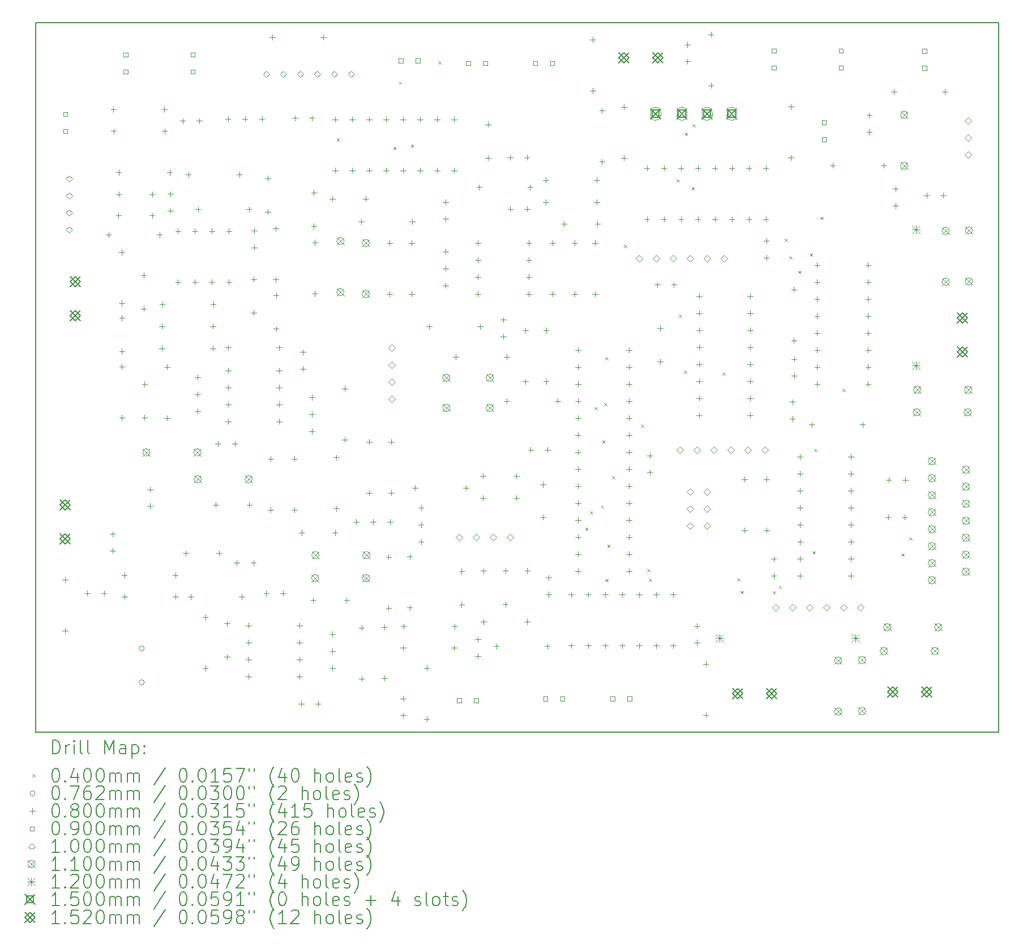
<source format=gbr>
%TF.GenerationSoftware,KiCad,Pcbnew,7.0.11+dfsg-1build4*%
%TF.CreationDate,2025-02-02T21:03:16-06:00*%
%TF.ProjectId,ControlBoard,436f6e74-726f-46c4-926f-6172642e6b69,rev?*%
%TF.SameCoordinates,Original*%
%TF.FileFunction,Drillmap*%
%TF.FilePolarity,Positive*%
%FSLAX45Y45*%
G04 Gerber Fmt 4.5, Leading zero omitted, Abs format (unit mm)*
G04 Created by KiCad (PCBNEW 7.0.11+dfsg-1build4) date 2025-02-02 21:03:16*
%MOMM*%
%LPD*%
G01*
G04 APERTURE LIST*
%ADD10C,0.150000*%
%ADD11C,0.200000*%
%ADD12C,0.100000*%
%ADD13C,0.110000*%
%ADD14C,0.120000*%
%ADD15C,0.152000*%
G04 APERTURE END LIST*
D10*
X5500000Y-14500000D02*
X5500000Y-3900000D01*
X19900000Y-14500000D02*
X5500000Y-14500000D01*
X19900000Y-3900000D02*
X19900000Y-14500000D01*
X5500000Y-3900000D02*
X19900000Y-3900000D01*
D11*
D12*
X10002000Y-5627000D02*
X10042000Y-5667000D01*
X10042000Y-5627000D02*
X10002000Y-5667000D01*
X10849000Y-5750000D02*
X10889000Y-5790000D01*
X10889000Y-5750000D02*
X10849000Y-5790000D01*
X10935000Y-4773000D02*
X10975000Y-4813000D01*
X10975000Y-4773000D02*
X10935000Y-4813000D01*
X11113000Y-5720000D02*
X11153000Y-5760000D01*
X11153000Y-5720000D02*
X11113000Y-5760000D01*
X11524000Y-4472000D02*
X11564000Y-4512000D01*
X11564000Y-4472000D02*
X11524000Y-4512000D01*
X13719000Y-11440000D02*
X13759000Y-11480000D01*
X13759000Y-11440000D02*
X13719000Y-11480000D01*
X13794000Y-11194000D02*
X13834000Y-11234000D01*
X13834000Y-11194000D02*
X13794000Y-11234000D01*
X13860000Y-9640000D02*
X13900000Y-9680000D01*
X13900000Y-9640000D02*
X13860000Y-9680000D01*
X13958000Y-11107000D02*
X13998000Y-11147000D01*
X13998000Y-11107000D02*
X13958000Y-11147000D01*
X13973000Y-10136000D02*
X14013000Y-10176000D01*
X14013000Y-10136000D02*
X13973000Y-10176000D01*
X14004000Y-9578000D02*
X14044000Y-9618000D01*
X14044000Y-9578000D02*
X14004000Y-9618000D01*
X14021000Y-12207000D02*
X14061000Y-12247000D01*
X14061000Y-12207000D02*
X14021000Y-12247000D01*
X14022000Y-8892000D02*
X14062000Y-8932000D01*
X14062000Y-8892000D02*
X14022000Y-8932000D01*
X14050000Y-11696000D02*
X14090000Y-11736000D01*
X14090000Y-11696000D02*
X14050000Y-11736000D01*
X14123000Y-10674000D02*
X14163000Y-10714000D01*
X14163000Y-10674000D02*
X14123000Y-10714000D01*
X14298000Y-7215000D02*
X14338000Y-7255000D01*
X14338000Y-7215000D02*
X14298000Y-7255000D01*
X14552000Y-9899000D02*
X14592000Y-9939000D01*
X14592000Y-9899000D02*
X14552000Y-9939000D01*
X14644000Y-12057000D02*
X14684000Y-12097000D01*
X14684000Y-12057000D02*
X14644000Y-12097000D01*
X14671000Y-12206000D02*
X14711000Y-12246000D01*
X14711000Y-12206000D02*
X14671000Y-12246000D01*
X15090000Y-6236000D02*
X15130000Y-6276000D01*
X15130000Y-6236000D02*
X15090000Y-6276000D01*
X15118400Y-8260400D02*
X15158400Y-8300400D01*
X15158400Y-8260400D02*
X15118400Y-8300400D01*
X15194600Y-9098600D02*
X15234600Y-9138600D01*
X15234600Y-9098600D02*
X15194600Y-9138600D01*
X15209000Y-5540000D02*
X15249000Y-5580000D01*
X15249000Y-5540000D02*
X15209000Y-5580000D01*
X15311000Y-6354000D02*
X15351000Y-6394000D01*
X15351000Y-6354000D02*
X15311000Y-6394000D01*
X15321600Y-5415600D02*
X15361600Y-5455600D01*
X15361600Y-5415600D02*
X15321600Y-5455600D01*
X15776000Y-9124000D02*
X15816000Y-9164000D01*
X15816000Y-9124000D02*
X15776000Y-9164000D01*
X15992000Y-12198000D02*
X16032000Y-12238000D01*
X16032000Y-12198000D02*
X15992000Y-12238000D01*
X16047000Y-12385000D02*
X16087000Y-12425000D01*
X16087000Y-12385000D02*
X16047000Y-12425000D01*
X16527000Y-12389000D02*
X16567000Y-12429000D01*
X16567000Y-12389000D02*
X16527000Y-12429000D01*
X16615000Y-12310000D02*
X16655000Y-12350000D01*
X16655000Y-12310000D02*
X16615000Y-12350000D01*
X16702000Y-7121000D02*
X16742000Y-7161000D01*
X16742000Y-7121000D02*
X16702000Y-7161000D01*
X16774000Y-7385000D02*
X16814000Y-7425000D01*
X16814000Y-7385000D02*
X16774000Y-7425000D01*
X16909000Y-7602000D02*
X16949000Y-7642000D01*
X16949000Y-7602000D02*
X16909000Y-7642000D01*
X17082000Y-7342000D02*
X17122000Y-7382000D01*
X17122000Y-7342000D02*
X17082000Y-7382000D01*
X17121000Y-11793000D02*
X17161000Y-11833000D01*
X17161000Y-11793000D02*
X17121000Y-11833000D01*
X17144000Y-10262000D02*
X17184000Y-10302000D01*
X17184000Y-10262000D02*
X17144000Y-10302000D01*
X17236000Y-6797000D02*
X17276000Y-6837000D01*
X17276000Y-6797000D02*
X17236000Y-6837000D01*
X17567000Y-9368000D02*
X17607000Y-9408000D01*
X17607000Y-9368000D02*
X17567000Y-9408000D01*
X18448000Y-11826000D02*
X18488000Y-11866000D01*
X18488000Y-11826000D02*
X18448000Y-11866000D01*
X18565000Y-11586000D02*
X18605000Y-11626000D01*
X18605000Y-11586000D02*
X18565000Y-11626000D01*
X7125100Y-13245000D02*
G75*
G03*
X7048900Y-13245000I-38100J0D01*
G01*
X7048900Y-13245000D02*
G75*
G03*
X7125100Y-13245000I38100J0D01*
G01*
X7125100Y-13753000D02*
G75*
G03*
X7048900Y-13753000I-38100J0D01*
G01*
X7048900Y-13753000D02*
G75*
G03*
X7125100Y-13753000I38100J0D01*
G01*
X5943600Y-12177400D02*
X5943600Y-12257400D01*
X5903600Y-12217400D02*
X5983600Y-12217400D01*
X5943600Y-12939400D02*
X5943600Y-13019400D01*
X5903600Y-12979400D02*
X5983600Y-12979400D01*
X6273800Y-12380600D02*
X6273800Y-12460600D01*
X6233800Y-12420600D02*
X6313800Y-12420600D01*
X6523800Y-12380600D02*
X6523800Y-12460600D01*
X6483800Y-12420600D02*
X6563800Y-12420600D01*
X6591000Y-7026000D02*
X6591000Y-7106000D01*
X6551000Y-7066000D02*
X6631000Y-7066000D01*
X6654800Y-11495600D02*
X6654800Y-11575600D01*
X6614800Y-11535600D02*
X6694800Y-11535600D01*
X6654800Y-11745600D02*
X6654800Y-11825600D01*
X6614800Y-11785600D02*
X6694800Y-11785600D01*
X6665000Y-5152000D02*
X6665000Y-5232000D01*
X6625000Y-5192000D02*
X6705000Y-5192000D01*
X6667000Y-5477000D02*
X6667000Y-5557000D01*
X6627000Y-5517000D02*
X6707000Y-5517000D01*
X6742000Y-6738000D02*
X6742000Y-6818000D01*
X6702000Y-6778000D02*
X6782000Y-6778000D01*
X6744000Y-6093000D02*
X6744000Y-6173000D01*
X6704000Y-6133000D02*
X6784000Y-6133000D01*
X6744000Y-6418000D02*
X6744000Y-6498000D01*
X6704000Y-6458000D02*
X6784000Y-6458000D01*
X6789000Y-7285000D02*
X6789000Y-7365000D01*
X6749000Y-7325000D02*
X6829000Y-7325000D01*
X6789000Y-8047000D02*
X6789000Y-8127000D01*
X6749000Y-8087000D02*
X6829000Y-8087000D01*
X6792000Y-8269000D02*
X6792000Y-8349000D01*
X6752000Y-8309000D02*
X6832000Y-8309000D01*
X6792000Y-8769000D02*
X6792000Y-8849000D01*
X6752000Y-8809000D02*
X6832000Y-8809000D01*
X6792000Y-8997000D02*
X6792000Y-9077000D01*
X6752000Y-9037000D02*
X6832000Y-9037000D01*
X6792000Y-9759000D02*
X6792000Y-9839000D01*
X6752000Y-9799000D02*
X6832000Y-9799000D01*
X6828000Y-12110000D02*
X6828000Y-12190000D01*
X6788000Y-12150000D02*
X6868000Y-12150000D01*
X6832600Y-12431400D02*
X6832600Y-12511400D01*
X6792600Y-12471400D02*
X6872600Y-12471400D01*
X7117000Y-7629000D02*
X7117000Y-7709000D01*
X7077000Y-7669000D02*
X7157000Y-7669000D01*
X7117000Y-8129000D02*
X7117000Y-8209000D01*
X7077000Y-8169000D02*
X7157000Y-8169000D01*
X7130000Y-9256000D02*
X7130000Y-9336000D01*
X7090000Y-9296000D02*
X7170000Y-9296000D01*
X7130000Y-9756000D02*
X7130000Y-9836000D01*
X7090000Y-9796000D02*
X7170000Y-9796000D01*
X7214000Y-10830000D02*
X7214000Y-10910000D01*
X7174000Y-10870000D02*
X7254000Y-10870000D01*
X7214000Y-11080000D02*
X7214000Y-11160000D01*
X7174000Y-11120000D02*
X7254000Y-11120000D01*
X7242000Y-6738000D02*
X7242000Y-6818000D01*
X7202000Y-6778000D02*
X7282000Y-6778000D01*
X7244000Y-6418000D02*
X7244000Y-6498000D01*
X7204000Y-6458000D02*
X7284000Y-6458000D01*
X7353000Y-7026000D02*
X7353000Y-7106000D01*
X7313000Y-7066000D02*
X7393000Y-7066000D01*
X7391000Y-8392000D02*
X7391000Y-8472000D01*
X7351000Y-8432000D02*
X7431000Y-8432000D01*
X7391400Y-8723000D02*
X7391400Y-8803000D01*
X7351400Y-8763000D02*
X7431400Y-8763000D01*
X7395000Y-8064000D02*
X7395000Y-8144000D01*
X7355000Y-8104000D02*
X7435000Y-8104000D01*
X7427000Y-5152000D02*
X7427000Y-5232000D01*
X7387000Y-5192000D02*
X7467000Y-5192000D01*
X7429000Y-5477000D02*
X7429000Y-5557000D01*
X7389000Y-5517000D02*
X7469000Y-5517000D01*
X7467600Y-9002400D02*
X7467600Y-9082400D01*
X7427600Y-9042400D02*
X7507600Y-9042400D01*
X7467600Y-9764400D02*
X7467600Y-9844400D01*
X7427600Y-9804400D02*
X7507600Y-9804400D01*
X7506000Y-6093000D02*
X7506000Y-6173000D01*
X7466000Y-6133000D02*
X7546000Y-6133000D01*
X7518400Y-6415600D02*
X7518400Y-6495600D01*
X7478400Y-6455600D02*
X7558400Y-6455600D01*
X7518400Y-6665600D02*
X7518400Y-6745600D01*
X7478400Y-6705600D02*
X7558400Y-6705600D01*
X7590000Y-12110000D02*
X7590000Y-12190000D01*
X7550000Y-12150000D02*
X7630000Y-12150000D01*
X7594600Y-12431400D02*
X7594600Y-12511400D01*
X7554600Y-12471400D02*
X7634600Y-12471400D01*
X7631000Y-6970000D02*
X7631000Y-7050000D01*
X7591000Y-7010000D02*
X7671000Y-7010000D01*
X7631000Y-7732000D02*
X7631000Y-7812000D01*
X7591000Y-7772000D02*
X7671000Y-7772000D01*
X7700000Y-5324000D02*
X7700000Y-5404000D01*
X7660000Y-5364000D02*
X7740000Y-5364000D01*
X7745000Y-11784000D02*
X7745000Y-11864000D01*
X7705000Y-11824000D02*
X7785000Y-11824000D01*
X7785000Y-6126000D02*
X7785000Y-6206000D01*
X7745000Y-6166000D02*
X7825000Y-6166000D01*
X7822000Y-12434000D02*
X7822000Y-12514000D01*
X7782000Y-12474000D02*
X7862000Y-12474000D01*
X7885000Y-6970000D02*
X7885000Y-7050000D01*
X7845000Y-7010000D02*
X7925000Y-7010000D01*
X7885000Y-7732000D02*
X7885000Y-7812000D01*
X7845000Y-7772000D02*
X7925000Y-7772000D01*
X7924800Y-9154800D02*
X7924800Y-9234800D01*
X7884800Y-9194800D02*
X7964800Y-9194800D01*
X7924800Y-9408800D02*
X7924800Y-9488800D01*
X7884800Y-9448800D02*
X7964800Y-9448800D01*
X7924800Y-9662800D02*
X7924800Y-9742800D01*
X7884800Y-9702800D02*
X7964800Y-9702800D01*
X7929000Y-6646000D02*
X7929000Y-6726000D01*
X7889000Y-6686000D02*
X7969000Y-6686000D01*
X7950000Y-5324000D02*
X7950000Y-5404000D01*
X7910000Y-5364000D02*
X7990000Y-5364000D01*
X8039000Y-12739000D02*
X8039000Y-12819000D01*
X7999000Y-12779000D02*
X8079000Y-12779000D01*
X8039000Y-13501000D02*
X8039000Y-13581000D01*
X7999000Y-13541000D02*
X8079000Y-13541000D01*
X8139000Y-6970000D02*
X8139000Y-7050000D01*
X8099000Y-7010000D02*
X8179000Y-7010000D01*
X8139000Y-7732000D02*
X8139000Y-7812000D01*
X8099000Y-7772000D02*
X8179000Y-7772000D01*
X8153000Y-8392000D02*
X8153000Y-8472000D01*
X8113000Y-8432000D02*
X8193000Y-8432000D01*
X8153400Y-8723000D02*
X8153400Y-8803000D01*
X8113400Y-8763000D02*
X8193400Y-8763000D01*
X8157000Y-8064000D02*
X8157000Y-8144000D01*
X8117000Y-8104000D02*
X8197000Y-8104000D01*
X8198000Y-11058000D02*
X8198000Y-11138000D01*
X8158000Y-11098000D02*
X8238000Y-11098000D01*
X8228000Y-10144000D02*
X8228000Y-10224000D01*
X8188000Y-10184000D02*
X8268000Y-10184000D01*
X8245000Y-11784000D02*
X8245000Y-11864000D01*
X8205000Y-11824000D02*
X8285000Y-11824000D01*
X8363000Y-12834000D02*
X8363000Y-12914000D01*
X8323000Y-12874000D02*
X8403000Y-12874000D01*
X8363000Y-13334000D02*
X8363000Y-13414000D01*
X8323000Y-13374000D02*
X8403000Y-13374000D01*
X8377000Y-5294000D02*
X8377000Y-5374000D01*
X8337000Y-5334000D02*
X8417000Y-5334000D01*
X8380000Y-8710000D02*
X8380000Y-8790000D01*
X8340000Y-8750000D02*
X8420000Y-8750000D01*
X8382000Y-9053200D02*
X8382000Y-9133200D01*
X8342000Y-9093200D02*
X8422000Y-9093200D01*
X8382000Y-9307200D02*
X8382000Y-9387200D01*
X8342000Y-9347200D02*
X8422000Y-9347200D01*
X8382000Y-9561200D02*
X8382000Y-9641200D01*
X8342000Y-9601200D02*
X8422000Y-9601200D01*
X8382000Y-9815200D02*
X8382000Y-9895200D01*
X8342000Y-9855200D02*
X8422000Y-9855200D01*
X8393000Y-6970000D02*
X8393000Y-7050000D01*
X8353000Y-7010000D02*
X8433000Y-7010000D01*
X8393000Y-7732000D02*
X8393000Y-7812000D01*
X8353000Y-7772000D02*
X8433000Y-7772000D01*
X8478000Y-10144000D02*
X8478000Y-10224000D01*
X8438000Y-10184000D02*
X8518000Y-10184000D01*
X8507500Y-11927500D02*
X8507500Y-12007500D01*
X8467500Y-11967500D02*
X8547500Y-11967500D01*
X8547000Y-6126000D02*
X8547000Y-6206000D01*
X8507000Y-6166000D02*
X8587000Y-6166000D01*
X8584000Y-12434000D02*
X8584000Y-12514000D01*
X8544000Y-12474000D02*
X8624000Y-12474000D01*
X8631000Y-5294000D02*
X8631000Y-5374000D01*
X8591000Y-5334000D02*
X8671000Y-5334000D01*
X8686800Y-12863200D02*
X8686800Y-12943200D01*
X8646800Y-12903200D02*
X8726800Y-12903200D01*
X8686800Y-13117200D02*
X8686800Y-13197200D01*
X8646800Y-13157200D02*
X8726800Y-13157200D01*
X8686800Y-13371200D02*
X8686800Y-13451200D01*
X8646800Y-13411200D02*
X8726800Y-13411200D01*
X8686800Y-13625200D02*
X8686800Y-13705200D01*
X8646800Y-13665200D02*
X8726800Y-13665200D01*
X8691000Y-6646000D02*
X8691000Y-6726000D01*
X8651000Y-6686000D02*
X8731000Y-6686000D01*
X8698000Y-11058000D02*
X8698000Y-11138000D01*
X8658000Y-11098000D02*
X8738000Y-11098000D01*
X8757500Y-11927500D02*
X8757500Y-12007500D01*
X8717500Y-11967500D02*
X8797500Y-11967500D01*
X8763000Y-7689600D02*
X8763000Y-7769600D01*
X8723000Y-7729600D02*
X8803000Y-7729600D01*
X8763000Y-8189600D02*
X8763000Y-8269600D01*
X8723000Y-8229600D02*
X8803000Y-8229600D01*
X8770000Y-6965000D02*
X8770000Y-7045000D01*
X8730000Y-7005000D02*
X8810000Y-7005000D01*
X8770000Y-7215000D02*
X8770000Y-7295000D01*
X8730000Y-7255000D02*
X8810000Y-7255000D01*
X8885000Y-5294000D02*
X8885000Y-5374000D01*
X8845000Y-5334000D02*
X8925000Y-5334000D01*
X8951000Y-12381000D02*
X8951000Y-12461000D01*
X8911000Y-12421000D02*
X8991000Y-12421000D01*
X8972000Y-6182000D02*
X8972000Y-6262000D01*
X8932000Y-6222000D02*
X9012000Y-6222000D01*
X8972000Y-6682000D02*
X8972000Y-6762000D01*
X8932000Y-6722000D02*
X9012000Y-6722000D01*
X9017000Y-10374000D02*
X9017000Y-10454000D01*
X8977000Y-10414000D02*
X9057000Y-10414000D01*
X9017000Y-11136000D02*
X9017000Y-11216000D01*
X8977000Y-11176000D02*
X9057000Y-11176000D01*
X9042400Y-4074800D02*
X9042400Y-4154800D01*
X9002400Y-4114800D02*
X9082400Y-4114800D01*
X9091000Y-6932000D02*
X9091000Y-7012000D01*
X9051000Y-6972000D02*
X9131000Y-6972000D01*
X9091000Y-7694000D02*
X9091000Y-7774000D01*
X9051000Y-7734000D02*
X9131000Y-7734000D01*
X9097500Y-7932500D02*
X9097500Y-8012500D01*
X9057500Y-7972500D02*
X9137500Y-7972500D01*
X9097500Y-8432500D02*
X9097500Y-8512500D01*
X9057500Y-8472500D02*
X9137500Y-8472500D01*
X9142000Y-8710000D02*
X9142000Y-8790000D01*
X9102000Y-8750000D02*
X9182000Y-8750000D01*
X9144000Y-9053200D02*
X9144000Y-9133200D01*
X9104000Y-9093200D02*
X9184000Y-9093200D01*
X9144000Y-9307200D02*
X9144000Y-9387200D01*
X9104000Y-9347200D02*
X9184000Y-9347200D01*
X9144000Y-9561200D02*
X9144000Y-9641200D01*
X9104000Y-9601200D02*
X9184000Y-9601200D01*
X9144000Y-9815200D02*
X9144000Y-9895200D01*
X9104000Y-9855200D02*
X9184000Y-9855200D01*
X9201000Y-12381000D02*
X9201000Y-12461000D01*
X9161000Y-12421000D02*
X9241000Y-12421000D01*
X9372600Y-10374000D02*
X9372600Y-10454000D01*
X9332600Y-10414000D02*
X9412600Y-10414000D01*
X9372600Y-11136000D02*
X9372600Y-11216000D01*
X9332600Y-11176000D02*
X9412600Y-11176000D01*
X9381000Y-5283000D02*
X9381000Y-5363000D01*
X9341000Y-5323000D02*
X9421000Y-5323000D01*
X9448800Y-12863200D02*
X9448800Y-12943200D01*
X9408800Y-12903200D02*
X9488800Y-12903200D01*
X9448800Y-13117200D02*
X9448800Y-13197200D01*
X9408800Y-13157200D02*
X9488800Y-13157200D01*
X9448800Y-13371200D02*
X9448800Y-13451200D01*
X9408800Y-13411200D02*
X9488800Y-13411200D01*
X9448800Y-13625200D02*
X9448800Y-13705200D01*
X9408800Y-13665200D02*
X9488800Y-13665200D01*
X9474200Y-14031600D02*
X9474200Y-14111600D01*
X9434200Y-14071600D02*
X9514200Y-14071600D01*
X9477000Y-11477000D02*
X9477000Y-11557000D01*
X9437000Y-11517000D02*
X9517000Y-11517000D01*
X9499600Y-8777800D02*
X9499600Y-8857800D01*
X9459600Y-8817800D02*
X9539600Y-8817800D01*
X9499600Y-9027800D02*
X9499600Y-9107800D01*
X9459600Y-9067800D02*
X9539600Y-9067800D01*
X9631000Y-5283000D02*
X9631000Y-5363000D01*
X9591000Y-5323000D02*
X9671000Y-5323000D01*
X9634000Y-9454000D02*
X9634000Y-9534000D01*
X9594000Y-9494000D02*
X9674000Y-9494000D01*
X9634000Y-9708000D02*
X9634000Y-9788000D01*
X9594000Y-9748000D02*
X9674000Y-9748000D01*
X9634000Y-9962000D02*
X9634000Y-10042000D01*
X9594000Y-10002000D02*
X9674000Y-10002000D01*
X9653000Y-12488000D02*
X9653000Y-12568000D01*
X9613000Y-12528000D02*
X9693000Y-12528000D01*
X9662000Y-6395000D02*
X9662000Y-6475000D01*
X9622000Y-6435000D02*
X9702000Y-6435000D01*
X9662000Y-6895000D02*
X9662000Y-6975000D01*
X9622000Y-6935000D02*
X9702000Y-6935000D01*
X9680000Y-7140000D02*
X9680000Y-7220000D01*
X9640000Y-7180000D02*
X9720000Y-7180000D01*
X9680000Y-7902000D02*
X9680000Y-7982000D01*
X9640000Y-7942000D02*
X9720000Y-7942000D01*
X9724200Y-14031600D02*
X9724200Y-14111600D01*
X9684200Y-14071600D02*
X9764200Y-14071600D01*
X9804400Y-4074800D02*
X9804400Y-4154800D01*
X9764400Y-4114800D02*
X9844400Y-4114800D01*
X9938000Y-6487000D02*
X9938000Y-6567000D01*
X9898000Y-6527000D02*
X9978000Y-6527000D01*
X9941000Y-12991000D02*
X9941000Y-13071000D01*
X9901000Y-13031000D02*
X9981000Y-13031000D01*
X9941000Y-13245000D02*
X9941000Y-13325000D01*
X9901000Y-13285000D02*
X9981000Y-13285000D01*
X9941000Y-13499000D02*
X9941000Y-13579000D01*
X9901000Y-13539000D02*
X9981000Y-13539000D01*
X9977000Y-11477000D02*
X9977000Y-11557000D01*
X9937000Y-11517000D02*
X10017000Y-11517000D01*
X9982000Y-5302000D02*
X9982000Y-5382000D01*
X9942000Y-5342000D02*
X10022000Y-5342000D01*
X9982000Y-6064000D02*
X9982000Y-6144000D01*
X9942000Y-6104000D02*
X10022000Y-6104000D01*
X9997000Y-10354000D02*
X9997000Y-10434000D01*
X9957000Y-10394000D02*
X10037000Y-10394000D01*
X9997000Y-11116000D02*
X9997000Y-11196000D01*
X9957000Y-11156000D02*
X10037000Y-11156000D01*
X10125000Y-9323000D02*
X10125000Y-9403000D01*
X10085000Y-9363000D02*
X10165000Y-9363000D01*
X10125000Y-10085000D02*
X10125000Y-10165000D01*
X10085000Y-10125000D02*
X10165000Y-10125000D01*
X10153000Y-12488000D02*
X10153000Y-12568000D01*
X10113000Y-12528000D02*
X10193000Y-12528000D01*
X10236000Y-5302000D02*
X10236000Y-5382000D01*
X10196000Y-5342000D02*
X10276000Y-5342000D01*
X10236000Y-6064000D02*
X10236000Y-6144000D01*
X10196000Y-6104000D02*
X10276000Y-6104000D01*
X10292500Y-11315000D02*
X10292500Y-11395000D01*
X10252500Y-11355000D02*
X10332500Y-11355000D01*
X10372000Y-6830000D02*
X10372000Y-6910000D01*
X10332000Y-6870000D02*
X10412000Y-6870000D01*
X10375000Y-12895000D02*
X10375000Y-12975000D01*
X10335000Y-12935000D02*
X10415000Y-12935000D01*
X10375000Y-13657000D02*
X10375000Y-13737000D01*
X10335000Y-13697000D02*
X10415000Y-13697000D01*
X10438000Y-6487000D02*
X10438000Y-6567000D01*
X10398000Y-6527000D02*
X10478000Y-6527000D01*
X10490000Y-5302000D02*
X10490000Y-5382000D01*
X10450000Y-5342000D02*
X10530000Y-5342000D01*
X10490000Y-6064000D02*
X10490000Y-6144000D01*
X10450000Y-6104000D02*
X10530000Y-6104000D01*
X10490200Y-10120000D02*
X10490200Y-10200000D01*
X10450200Y-10160000D02*
X10530200Y-10160000D01*
X10490200Y-10882000D02*
X10490200Y-10962000D01*
X10450200Y-10922000D02*
X10530200Y-10922000D01*
X10546500Y-11315000D02*
X10546500Y-11395000D01*
X10506500Y-11355000D02*
X10586500Y-11355000D01*
X10718800Y-12888600D02*
X10718800Y-12968600D01*
X10678800Y-12928600D02*
X10758800Y-12928600D01*
X10718800Y-13650600D02*
X10718800Y-13730600D01*
X10678800Y-13690600D02*
X10758800Y-13690600D01*
X10744000Y-5302000D02*
X10744000Y-5382000D01*
X10704000Y-5342000D02*
X10784000Y-5342000D01*
X10744000Y-6064000D02*
X10744000Y-6144000D01*
X10704000Y-6104000D02*
X10784000Y-6104000D01*
X10779000Y-11838000D02*
X10779000Y-11918000D01*
X10739000Y-11878000D02*
X10819000Y-11878000D01*
X10779000Y-12600000D02*
X10779000Y-12680000D01*
X10739000Y-12640000D02*
X10819000Y-12640000D01*
X10795000Y-7148200D02*
X10795000Y-7228200D01*
X10755000Y-7188200D02*
X10835000Y-7188200D01*
X10795000Y-7910200D02*
X10795000Y-7990200D01*
X10755000Y-7950200D02*
X10835000Y-7950200D01*
X10800500Y-11315000D02*
X10800500Y-11395000D01*
X10760500Y-11355000D02*
X10840500Y-11355000D01*
X10820400Y-10120000D02*
X10820400Y-10200000D01*
X10780400Y-10160000D02*
X10860400Y-10160000D01*
X10820400Y-10882000D02*
X10820400Y-10962000D01*
X10780400Y-10922000D02*
X10860400Y-10922000D01*
X10995000Y-13198000D02*
X10995000Y-13278000D01*
X10955000Y-13238000D02*
X11035000Y-13238000D01*
X10998000Y-5302000D02*
X10998000Y-5382000D01*
X10958000Y-5342000D02*
X11038000Y-5342000D01*
X10998000Y-6064000D02*
X10998000Y-6144000D01*
X10958000Y-6104000D02*
X11038000Y-6104000D01*
X10998200Y-13955400D02*
X10998200Y-14035400D01*
X10958200Y-13995400D02*
X11038200Y-13995400D01*
X10998200Y-14205400D02*
X10998200Y-14285400D01*
X10958200Y-14245400D02*
X11038200Y-14245400D01*
X11001000Y-12877000D02*
X11001000Y-12957000D01*
X10961000Y-12917000D02*
X11041000Y-12917000D01*
X11095000Y-11835000D02*
X11095000Y-11915000D01*
X11055000Y-11875000D02*
X11135000Y-11875000D01*
X11095000Y-12597000D02*
X11095000Y-12677000D01*
X11055000Y-12637000D02*
X11135000Y-12637000D01*
X11125200Y-7148200D02*
X11125200Y-7228200D01*
X11085200Y-7188200D02*
X11165200Y-7188200D01*
X11125200Y-7910200D02*
X11125200Y-7990200D01*
X11085200Y-7950200D02*
X11165200Y-7950200D01*
X11134000Y-6830000D02*
X11134000Y-6910000D01*
X11094000Y-6870000D02*
X11174000Y-6870000D01*
X11174000Y-10805000D02*
X11174000Y-10885000D01*
X11134000Y-10845000D02*
X11214000Y-10845000D01*
X11252000Y-5302000D02*
X11252000Y-5382000D01*
X11212000Y-5342000D02*
X11292000Y-5342000D01*
X11252000Y-6064000D02*
X11252000Y-6144000D01*
X11212000Y-6104000D02*
X11292000Y-6104000D01*
X11265000Y-11103000D02*
X11265000Y-11183000D01*
X11225000Y-11143000D02*
X11305000Y-11143000D01*
X11265000Y-11357000D02*
X11265000Y-11437000D01*
X11225000Y-11397000D02*
X11305000Y-11397000D01*
X11265000Y-11611000D02*
X11265000Y-11691000D01*
X11225000Y-11651000D02*
X11305000Y-11651000D01*
X11350000Y-13498000D02*
X11350000Y-13578000D01*
X11310000Y-13538000D02*
X11390000Y-13538000D01*
X11350000Y-14260000D02*
X11350000Y-14340000D01*
X11310000Y-14300000D02*
X11390000Y-14300000D01*
X11386000Y-8398000D02*
X11386000Y-8478000D01*
X11346000Y-8438000D02*
X11426000Y-8438000D01*
X11506000Y-5302000D02*
X11506000Y-5382000D01*
X11466000Y-5342000D02*
X11546000Y-5342000D01*
X11506000Y-6064000D02*
X11506000Y-6144000D01*
X11466000Y-6104000D02*
X11546000Y-6104000D01*
X11633200Y-6538600D02*
X11633200Y-6618600D01*
X11593200Y-6578600D02*
X11673200Y-6578600D01*
X11633200Y-6788600D02*
X11633200Y-6868600D01*
X11593200Y-6828600D02*
X11673200Y-6828600D01*
X11633200Y-7275200D02*
X11633200Y-7355200D01*
X11593200Y-7315200D02*
X11673200Y-7315200D01*
X11633200Y-7529200D02*
X11633200Y-7609200D01*
X11593200Y-7569200D02*
X11673200Y-7569200D01*
X11633200Y-7783200D02*
X11633200Y-7863200D01*
X11593200Y-7823200D02*
X11673200Y-7823200D01*
X11757000Y-13198000D02*
X11757000Y-13278000D01*
X11717000Y-13238000D02*
X11797000Y-13238000D01*
X11760000Y-5302000D02*
X11760000Y-5382000D01*
X11720000Y-5342000D02*
X11800000Y-5342000D01*
X11760000Y-6064000D02*
X11760000Y-6144000D01*
X11720000Y-6104000D02*
X11800000Y-6104000D01*
X11763000Y-12877000D02*
X11763000Y-12957000D01*
X11723000Y-12917000D02*
X11803000Y-12917000D01*
X11785600Y-8850000D02*
X11785600Y-8930000D01*
X11745600Y-8890000D02*
X11825600Y-8890000D01*
X11871000Y-12052000D02*
X11871000Y-12132000D01*
X11831000Y-12092000D02*
X11911000Y-12092000D01*
X11871000Y-12552000D02*
X11871000Y-12632000D01*
X11831000Y-12592000D02*
X11911000Y-12592000D01*
X11936000Y-10805000D02*
X11936000Y-10885000D01*
X11896000Y-10845000D02*
X11976000Y-10845000D01*
X12115800Y-7148200D02*
X12115800Y-7228200D01*
X12075800Y-7188200D02*
X12155800Y-7188200D01*
X12115800Y-7402200D02*
X12115800Y-7482200D01*
X12075800Y-7442200D02*
X12155800Y-7442200D01*
X12115800Y-7656200D02*
X12115800Y-7736200D01*
X12075800Y-7696200D02*
X12155800Y-7696200D01*
X12115800Y-7910200D02*
X12115800Y-7990200D01*
X12075800Y-7950200D02*
X12155800Y-7950200D01*
X12115800Y-13070400D02*
X12115800Y-13150400D01*
X12075800Y-13110400D02*
X12155800Y-13110400D01*
X12115800Y-13320400D02*
X12115800Y-13400400D01*
X12075800Y-13360400D02*
X12155800Y-13360400D01*
X12135000Y-6316000D02*
X12135000Y-6396000D01*
X12095000Y-6356000D02*
X12175000Y-6356000D01*
X12148000Y-8398000D02*
X12148000Y-8478000D01*
X12108000Y-8438000D02*
X12188000Y-8438000D01*
X12192000Y-10628000D02*
X12192000Y-10708000D01*
X12152000Y-10668000D02*
X12232000Y-10668000D01*
X12192000Y-10958200D02*
X12192000Y-11038200D01*
X12152000Y-10998200D02*
X12232000Y-10998200D01*
X12198000Y-12046000D02*
X12198000Y-12126000D01*
X12158000Y-12086000D02*
X12238000Y-12086000D01*
X12198000Y-12808000D02*
X12198000Y-12888000D01*
X12158000Y-12848000D02*
X12238000Y-12848000D01*
X12268200Y-5378200D02*
X12268200Y-5458200D01*
X12228200Y-5418200D02*
X12308200Y-5418200D01*
X12268200Y-5878200D02*
X12268200Y-5958200D01*
X12228200Y-5918200D02*
X12308200Y-5918200D01*
X12390000Y-13173000D02*
X12390000Y-13253000D01*
X12350000Y-13213000D02*
X12430000Y-13213000D01*
X12496800Y-8295200D02*
X12496800Y-8375200D01*
X12456800Y-8335200D02*
X12536800Y-8335200D01*
X12496800Y-8545200D02*
X12496800Y-8625200D01*
X12456800Y-8585200D02*
X12536800Y-8585200D01*
X12527000Y-12046000D02*
X12527000Y-12126000D01*
X12487000Y-12086000D02*
X12567000Y-12086000D01*
X12527000Y-12546000D02*
X12527000Y-12626000D01*
X12487000Y-12586000D02*
X12567000Y-12586000D01*
X12547600Y-8850000D02*
X12547600Y-8930000D01*
X12507600Y-8890000D02*
X12587600Y-8890000D01*
X12547600Y-9510400D02*
X12547600Y-9590400D01*
X12507600Y-9550400D02*
X12587600Y-9550400D01*
X12597000Y-5869000D02*
X12597000Y-5949000D01*
X12557000Y-5909000D02*
X12637000Y-5909000D01*
X12600000Y-6638000D02*
X12600000Y-6718000D01*
X12560000Y-6678000D02*
X12640000Y-6678000D01*
X12692000Y-10628000D02*
X12692000Y-10708000D01*
X12652000Y-10668000D02*
X12732000Y-10668000D01*
X12692000Y-10958200D02*
X12692000Y-11038200D01*
X12652000Y-10998200D02*
X12732000Y-10998200D01*
X12824000Y-8457000D02*
X12824000Y-8537000D01*
X12784000Y-8497000D02*
X12864000Y-8497000D01*
X12824000Y-9219000D02*
X12824000Y-9299000D01*
X12784000Y-9259000D02*
X12864000Y-9259000D01*
X12847000Y-5869000D02*
X12847000Y-5949000D01*
X12807000Y-5909000D02*
X12887000Y-5909000D01*
X12850000Y-6638000D02*
X12850000Y-6718000D01*
X12810000Y-6678000D02*
X12890000Y-6678000D01*
X12854000Y-12044000D02*
X12854000Y-12124000D01*
X12814000Y-12084000D02*
X12894000Y-12084000D01*
X12854000Y-12806000D02*
X12854000Y-12886000D01*
X12814000Y-12846000D02*
X12894000Y-12846000D01*
X12877800Y-7148200D02*
X12877800Y-7228200D01*
X12837800Y-7188200D02*
X12917800Y-7188200D01*
X12877800Y-7402200D02*
X12877800Y-7482200D01*
X12837800Y-7442200D02*
X12917800Y-7442200D01*
X12877800Y-7656200D02*
X12877800Y-7736200D01*
X12837800Y-7696200D02*
X12917800Y-7696200D01*
X12877800Y-7910200D02*
X12877800Y-7990200D01*
X12837800Y-7950200D02*
X12917800Y-7950200D01*
X12897000Y-6316000D02*
X12897000Y-6396000D01*
X12857000Y-6356000D02*
X12937000Y-6356000D01*
X12905000Y-10237500D02*
X12905000Y-10317500D01*
X12865000Y-10277500D02*
X12945000Y-10277500D01*
X13087000Y-10757000D02*
X13087000Y-10837000D01*
X13047000Y-10797000D02*
X13127000Y-10797000D01*
X13087000Y-11245000D02*
X13087000Y-11325000D01*
X13047000Y-11285000D02*
X13127000Y-11285000D01*
X13131800Y-6208400D02*
X13131800Y-6288400D01*
X13091800Y-6248400D02*
X13171800Y-6248400D01*
X13131800Y-6538600D02*
X13131800Y-6618600D01*
X13091800Y-6578600D02*
X13171800Y-6578600D01*
X13135000Y-8455000D02*
X13135000Y-8535000D01*
X13095000Y-8495000D02*
X13175000Y-8495000D01*
X13135000Y-9217000D02*
X13135000Y-9297000D01*
X13095000Y-9257000D02*
X13175000Y-9257000D01*
X13152000Y-13173000D02*
X13152000Y-13253000D01*
X13112000Y-13213000D02*
X13192000Y-13213000D01*
X13155000Y-10237500D02*
X13155000Y-10317500D01*
X13115000Y-10277500D02*
X13195000Y-10277500D01*
X13173000Y-12148000D02*
X13173000Y-12228000D01*
X13133000Y-12188000D02*
X13213000Y-12188000D01*
X13173000Y-12398000D02*
X13173000Y-12478000D01*
X13133000Y-12438000D02*
X13213000Y-12438000D01*
X13233400Y-7148200D02*
X13233400Y-7228200D01*
X13193400Y-7188200D02*
X13273400Y-7188200D01*
X13233400Y-7910200D02*
X13233400Y-7990200D01*
X13193400Y-7950200D02*
X13273400Y-7950200D01*
X13309600Y-9510400D02*
X13309600Y-9590400D01*
X13269600Y-9550400D02*
X13349600Y-9550400D01*
X13404000Y-6864000D02*
X13404000Y-6944000D01*
X13364000Y-6904000D02*
X13444000Y-6904000D01*
X13512000Y-12402000D02*
X13512000Y-12482000D01*
X13472000Y-12442000D02*
X13552000Y-12442000D01*
X13512000Y-13164000D02*
X13512000Y-13244000D01*
X13472000Y-13204000D02*
X13552000Y-13204000D01*
X13563600Y-7148200D02*
X13563600Y-7228200D01*
X13523600Y-7188200D02*
X13603600Y-7188200D01*
X13563600Y-7910200D02*
X13563600Y-7990200D01*
X13523600Y-7950200D02*
X13603600Y-7950200D01*
X13614400Y-8748400D02*
X13614400Y-8828400D01*
X13574400Y-8788400D02*
X13654400Y-8788400D01*
X13614400Y-9002400D02*
X13614400Y-9082400D01*
X13574400Y-9042400D02*
X13654400Y-9042400D01*
X13614400Y-9256400D02*
X13614400Y-9336400D01*
X13574400Y-9296400D02*
X13654400Y-9296400D01*
X13614400Y-9510400D02*
X13614400Y-9590400D01*
X13574400Y-9550400D02*
X13654400Y-9550400D01*
X13614400Y-9764400D02*
X13614400Y-9844400D01*
X13574400Y-9804400D02*
X13654400Y-9804400D01*
X13614400Y-10018400D02*
X13614400Y-10098400D01*
X13574400Y-10058400D02*
X13654400Y-10058400D01*
X13614400Y-10272400D02*
X13614400Y-10352400D01*
X13574400Y-10312400D02*
X13654400Y-10312400D01*
X13614400Y-10526400D02*
X13614400Y-10606400D01*
X13574400Y-10566400D02*
X13654400Y-10566400D01*
X13614400Y-10780400D02*
X13614400Y-10860400D01*
X13574400Y-10820400D02*
X13654400Y-10820400D01*
X13614400Y-11034400D02*
X13614400Y-11114400D01*
X13574400Y-11074400D02*
X13654400Y-11074400D01*
X13614400Y-11288400D02*
X13614400Y-11368400D01*
X13574400Y-11328400D02*
X13654400Y-11328400D01*
X13614400Y-11542400D02*
X13614400Y-11622400D01*
X13574400Y-11582400D02*
X13654400Y-11582400D01*
X13614400Y-11796400D02*
X13614400Y-11876400D01*
X13574400Y-11836400D02*
X13654400Y-11836400D01*
X13614400Y-12050400D02*
X13614400Y-12130400D01*
X13574400Y-12090400D02*
X13654400Y-12090400D01*
X13766000Y-12402000D02*
X13766000Y-12482000D01*
X13726000Y-12442000D02*
X13806000Y-12442000D01*
X13766000Y-13164000D02*
X13766000Y-13244000D01*
X13726000Y-13204000D02*
X13806000Y-13204000D01*
X13834000Y-4111000D02*
X13834000Y-4191000D01*
X13794000Y-4151000D02*
X13874000Y-4151000D01*
X13834000Y-4873000D02*
X13834000Y-4953000D01*
X13794000Y-4913000D02*
X13874000Y-4913000D01*
X13868400Y-7148200D02*
X13868400Y-7228200D01*
X13828400Y-7188200D02*
X13908400Y-7188200D01*
X13868400Y-7910200D02*
X13868400Y-7990200D01*
X13828400Y-7950200D02*
X13908400Y-7950200D01*
X13893800Y-6208400D02*
X13893800Y-6288400D01*
X13853800Y-6248400D02*
X13933800Y-6248400D01*
X13893800Y-6538600D02*
X13893800Y-6618600D01*
X13853800Y-6578600D02*
X13933800Y-6578600D01*
X13904000Y-6864000D02*
X13904000Y-6944000D01*
X13864000Y-6904000D02*
X13944000Y-6904000D01*
X13971000Y-5172000D02*
X13971000Y-5252000D01*
X13931000Y-5212000D02*
X14011000Y-5212000D01*
X13971000Y-5934000D02*
X13971000Y-6014000D01*
X13931000Y-5974000D02*
X14011000Y-5974000D01*
X14020000Y-12402000D02*
X14020000Y-12482000D01*
X13980000Y-12442000D02*
X14060000Y-12442000D01*
X14020000Y-13164000D02*
X14020000Y-13244000D01*
X13980000Y-13204000D02*
X14060000Y-13204000D01*
X14274000Y-12402000D02*
X14274000Y-12482000D01*
X14234000Y-12442000D02*
X14314000Y-12442000D01*
X14274000Y-13164000D02*
X14274000Y-13244000D01*
X14234000Y-13204000D02*
X14314000Y-13204000D01*
X14300200Y-5116200D02*
X14300200Y-5196200D01*
X14260200Y-5156200D02*
X14340200Y-5156200D01*
X14300200Y-5878200D02*
X14300200Y-5958200D01*
X14260200Y-5918200D02*
X14340200Y-5918200D01*
X14376400Y-8748400D02*
X14376400Y-8828400D01*
X14336400Y-8788400D02*
X14416400Y-8788400D01*
X14376400Y-9002400D02*
X14376400Y-9082400D01*
X14336400Y-9042400D02*
X14416400Y-9042400D01*
X14376400Y-9256400D02*
X14376400Y-9336400D01*
X14336400Y-9296400D02*
X14416400Y-9296400D01*
X14376400Y-9510400D02*
X14376400Y-9590400D01*
X14336400Y-9550400D02*
X14416400Y-9550400D01*
X14376400Y-9764400D02*
X14376400Y-9844400D01*
X14336400Y-9804400D02*
X14416400Y-9804400D01*
X14376400Y-10018400D02*
X14376400Y-10098400D01*
X14336400Y-10058400D02*
X14416400Y-10058400D01*
X14376400Y-10272400D02*
X14376400Y-10352400D01*
X14336400Y-10312400D02*
X14416400Y-10312400D01*
X14376400Y-10526400D02*
X14376400Y-10606400D01*
X14336400Y-10566400D02*
X14416400Y-10566400D01*
X14376400Y-10780400D02*
X14376400Y-10860400D01*
X14336400Y-10820400D02*
X14416400Y-10820400D01*
X14376400Y-11034400D02*
X14376400Y-11114400D01*
X14336400Y-11074400D02*
X14416400Y-11074400D01*
X14376400Y-11288400D02*
X14376400Y-11368400D01*
X14336400Y-11328400D02*
X14416400Y-11328400D01*
X14376400Y-11542400D02*
X14376400Y-11622400D01*
X14336400Y-11582400D02*
X14416400Y-11582400D01*
X14376400Y-11796400D02*
X14376400Y-11876400D01*
X14336400Y-11836400D02*
X14416400Y-11836400D01*
X14376400Y-12050400D02*
X14376400Y-12130400D01*
X14336400Y-12090400D02*
X14416400Y-12090400D01*
X14528000Y-12402000D02*
X14528000Y-12482000D01*
X14488000Y-12442000D02*
X14568000Y-12442000D01*
X14528000Y-13164000D02*
X14528000Y-13244000D01*
X14488000Y-13204000D02*
X14568000Y-13204000D01*
X14643000Y-6029000D02*
X14643000Y-6109000D01*
X14603000Y-6069000D02*
X14683000Y-6069000D01*
X14643000Y-6791000D02*
X14643000Y-6871000D01*
X14603000Y-6831000D02*
X14683000Y-6831000D01*
X14685000Y-10324000D02*
X14685000Y-10404000D01*
X14645000Y-10364000D02*
X14725000Y-10364000D01*
X14685000Y-10574000D02*
X14685000Y-10654000D01*
X14645000Y-10614000D02*
X14725000Y-10614000D01*
X14782000Y-12402000D02*
X14782000Y-12482000D01*
X14742000Y-12442000D02*
X14822000Y-12442000D01*
X14782000Y-13164000D02*
X14782000Y-13244000D01*
X14742000Y-13204000D02*
X14822000Y-13204000D01*
X14797000Y-7772000D02*
X14797000Y-7852000D01*
X14757000Y-7812000D02*
X14837000Y-7812000D01*
X14840000Y-8421000D02*
X14840000Y-8501000D01*
X14800000Y-8461000D02*
X14880000Y-8461000D01*
X14840000Y-8921000D02*
X14840000Y-9001000D01*
X14800000Y-8961000D02*
X14880000Y-8961000D01*
X14897000Y-6029000D02*
X14897000Y-6109000D01*
X14857000Y-6069000D02*
X14937000Y-6069000D01*
X14897000Y-6791000D02*
X14897000Y-6871000D01*
X14857000Y-6831000D02*
X14937000Y-6831000D01*
X15036000Y-12402000D02*
X15036000Y-12482000D01*
X14996000Y-12442000D02*
X15076000Y-12442000D01*
X15036000Y-13164000D02*
X15036000Y-13244000D01*
X14996000Y-13204000D02*
X15076000Y-13204000D01*
X15047000Y-7772000D02*
X15047000Y-7852000D01*
X15007000Y-7812000D02*
X15087000Y-7812000D01*
X15151000Y-6029000D02*
X15151000Y-6109000D01*
X15111000Y-6069000D02*
X15191000Y-6069000D01*
X15151000Y-6791000D02*
X15151000Y-6871000D01*
X15111000Y-6831000D02*
X15191000Y-6831000D01*
X15250000Y-4185000D02*
X15250000Y-4265000D01*
X15210000Y-4225000D02*
X15290000Y-4225000D01*
X15250000Y-4435000D02*
X15250000Y-4515000D01*
X15210000Y-4475000D02*
X15290000Y-4475000D01*
X15392000Y-12871000D02*
X15392000Y-12951000D01*
X15352000Y-12911000D02*
X15432000Y-12911000D01*
X15392000Y-13121000D02*
X15392000Y-13201000D01*
X15352000Y-13161000D02*
X15432000Y-13161000D01*
X15405000Y-6029000D02*
X15405000Y-6109000D01*
X15365000Y-6069000D02*
X15445000Y-6069000D01*
X15405000Y-6791000D02*
X15405000Y-6871000D01*
X15365000Y-6831000D02*
X15445000Y-6831000D01*
X15424000Y-7943000D02*
X15424000Y-8023000D01*
X15384000Y-7983000D02*
X15464000Y-7983000D01*
X15424000Y-8197000D02*
X15424000Y-8277000D01*
X15384000Y-8237000D02*
X15464000Y-8237000D01*
X15424000Y-8451000D02*
X15424000Y-8531000D01*
X15384000Y-8491000D02*
X15464000Y-8491000D01*
X15424000Y-8705000D02*
X15424000Y-8785000D01*
X15384000Y-8745000D02*
X15464000Y-8745000D01*
X15424000Y-8959000D02*
X15424000Y-9039000D01*
X15384000Y-8999000D02*
X15464000Y-8999000D01*
X15424000Y-9213000D02*
X15424000Y-9293000D01*
X15384000Y-9253000D02*
X15464000Y-9253000D01*
X15424000Y-9467000D02*
X15424000Y-9547000D01*
X15384000Y-9507000D02*
X15464000Y-9507000D01*
X15424000Y-9721000D02*
X15424000Y-9801000D01*
X15384000Y-9761000D02*
X15464000Y-9761000D01*
X15523000Y-13438000D02*
X15523000Y-13518000D01*
X15483000Y-13478000D02*
X15563000Y-13478000D01*
X15523000Y-14200000D02*
X15523000Y-14280000D01*
X15483000Y-14240000D02*
X15563000Y-14240000D01*
X15599000Y-4032000D02*
X15599000Y-4112000D01*
X15559000Y-4072000D02*
X15639000Y-4072000D01*
X15599000Y-4794000D02*
X15599000Y-4874000D01*
X15559000Y-4834000D02*
X15639000Y-4834000D01*
X15659000Y-6029000D02*
X15659000Y-6109000D01*
X15619000Y-6069000D02*
X15699000Y-6069000D01*
X15659000Y-6791000D02*
X15659000Y-6871000D01*
X15619000Y-6831000D02*
X15699000Y-6831000D01*
X15913000Y-6029000D02*
X15913000Y-6109000D01*
X15873000Y-6069000D02*
X15953000Y-6069000D01*
X15913000Y-6791000D02*
X15913000Y-6871000D01*
X15873000Y-6831000D02*
X15953000Y-6831000D01*
X16103600Y-10678800D02*
X16103600Y-10758800D01*
X16063600Y-10718800D02*
X16143600Y-10718800D01*
X16103600Y-11440800D02*
X16103600Y-11520800D01*
X16063600Y-11480800D02*
X16143600Y-11480800D01*
X16167000Y-6029000D02*
X16167000Y-6109000D01*
X16127000Y-6069000D02*
X16207000Y-6069000D01*
X16167000Y-6791000D02*
X16167000Y-6871000D01*
X16127000Y-6831000D02*
X16207000Y-6831000D01*
X16186000Y-7943000D02*
X16186000Y-8023000D01*
X16146000Y-7983000D02*
X16226000Y-7983000D01*
X16186000Y-8197000D02*
X16186000Y-8277000D01*
X16146000Y-8237000D02*
X16226000Y-8237000D01*
X16186000Y-8451000D02*
X16186000Y-8531000D01*
X16146000Y-8491000D02*
X16226000Y-8491000D01*
X16186000Y-8705000D02*
X16186000Y-8785000D01*
X16146000Y-8745000D02*
X16226000Y-8745000D01*
X16186000Y-8959000D02*
X16186000Y-9039000D01*
X16146000Y-8999000D02*
X16226000Y-8999000D01*
X16186000Y-9213000D02*
X16186000Y-9293000D01*
X16146000Y-9253000D02*
X16226000Y-9253000D01*
X16186000Y-9467000D02*
X16186000Y-9547000D01*
X16146000Y-9507000D02*
X16226000Y-9507000D01*
X16186000Y-9721000D02*
X16186000Y-9801000D01*
X16146000Y-9761000D02*
X16226000Y-9761000D01*
X16421000Y-6029000D02*
X16421000Y-6109000D01*
X16381000Y-6069000D02*
X16461000Y-6069000D01*
X16421000Y-6791000D02*
X16421000Y-6871000D01*
X16381000Y-6831000D02*
X16461000Y-6831000D01*
X16429000Y-7117000D02*
X16429000Y-7197000D01*
X16389000Y-7157000D02*
X16469000Y-7157000D01*
X16429000Y-7367000D02*
X16429000Y-7447000D01*
X16389000Y-7407000D02*
X16469000Y-7407000D01*
X16433800Y-10678800D02*
X16433800Y-10758800D01*
X16393800Y-10718800D02*
X16473800Y-10718800D01*
X16433800Y-11440800D02*
X16433800Y-11520800D01*
X16393800Y-11480800D02*
X16473800Y-11480800D01*
X16540000Y-11869000D02*
X16540000Y-11949000D01*
X16500000Y-11909000D02*
X16580000Y-11909000D01*
X16540000Y-12119000D02*
X16540000Y-12199000D01*
X16500000Y-12159000D02*
X16580000Y-12159000D01*
X16795000Y-5112000D02*
X16795000Y-5192000D01*
X16755000Y-5152000D02*
X16835000Y-5152000D01*
X16795000Y-5874000D02*
X16795000Y-5954000D01*
X16755000Y-5914000D02*
X16835000Y-5914000D01*
X16819000Y-9523000D02*
X16819000Y-9603000D01*
X16779000Y-9563000D02*
X16859000Y-9563000D01*
X16819000Y-9773000D02*
X16819000Y-9853000D01*
X16779000Y-9813000D02*
X16859000Y-9813000D01*
X16842000Y-7842000D02*
X16842000Y-7922000D01*
X16802000Y-7882000D02*
X16882000Y-7882000D01*
X16842000Y-8604000D02*
X16842000Y-8684000D01*
X16802000Y-8644000D02*
X16882000Y-8644000D01*
X16845000Y-8883000D02*
X16845000Y-8963000D01*
X16805000Y-8923000D02*
X16885000Y-8923000D01*
X16845000Y-9133000D02*
X16845000Y-9213000D01*
X16805000Y-9173000D02*
X16885000Y-9173000D01*
X16932000Y-10344000D02*
X16932000Y-10424000D01*
X16892000Y-10384000D02*
X16972000Y-10384000D01*
X16932000Y-10598000D02*
X16932000Y-10678000D01*
X16892000Y-10638000D02*
X16972000Y-10638000D01*
X16932000Y-10852000D02*
X16932000Y-10932000D01*
X16892000Y-10892000D02*
X16972000Y-10892000D01*
X16932000Y-11106000D02*
X16932000Y-11186000D01*
X16892000Y-11146000D02*
X16972000Y-11146000D01*
X16932000Y-11360000D02*
X16932000Y-11440000D01*
X16892000Y-11400000D02*
X16972000Y-11400000D01*
X16932000Y-11614000D02*
X16932000Y-11694000D01*
X16892000Y-11654000D02*
X16972000Y-11654000D01*
X16932000Y-11868000D02*
X16932000Y-11948000D01*
X16892000Y-11908000D02*
X16972000Y-11908000D01*
X16932000Y-12122000D02*
X16932000Y-12202000D01*
X16892000Y-12162000D02*
X16972000Y-12162000D01*
X17107000Y-9862000D02*
X17107000Y-9942000D01*
X17067000Y-9902000D02*
X17147000Y-9902000D01*
X17188200Y-7478000D02*
X17188200Y-7558000D01*
X17148200Y-7518000D02*
X17228200Y-7518000D01*
X17188200Y-7732000D02*
X17188200Y-7812000D01*
X17148200Y-7772000D02*
X17228200Y-7772000D01*
X17188200Y-7986000D02*
X17188200Y-8066000D01*
X17148200Y-8026000D02*
X17228200Y-8026000D01*
X17188200Y-8240000D02*
X17188200Y-8320000D01*
X17148200Y-8280000D02*
X17228200Y-8280000D01*
X17188200Y-8494000D02*
X17188200Y-8574000D01*
X17148200Y-8534000D02*
X17228200Y-8534000D01*
X17188200Y-8748000D02*
X17188200Y-8828000D01*
X17148200Y-8788000D02*
X17228200Y-8788000D01*
X17188200Y-9002000D02*
X17188200Y-9082000D01*
X17148200Y-9042000D02*
X17228200Y-9042000D01*
X17188200Y-9256000D02*
X17188200Y-9336000D01*
X17148200Y-9296000D02*
X17228200Y-9296000D01*
X17420500Y-5987500D02*
X17420500Y-6067500D01*
X17380500Y-6027500D02*
X17460500Y-6027500D01*
X17694000Y-10344000D02*
X17694000Y-10424000D01*
X17654000Y-10384000D02*
X17734000Y-10384000D01*
X17694000Y-10598000D02*
X17694000Y-10678000D01*
X17654000Y-10638000D02*
X17734000Y-10638000D01*
X17694000Y-10852000D02*
X17694000Y-10932000D01*
X17654000Y-10892000D02*
X17734000Y-10892000D01*
X17694000Y-11106000D02*
X17694000Y-11186000D01*
X17654000Y-11146000D02*
X17734000Y-11146000D01*
X17694000Y-11360000D02*
X17694000Y-11440000D01*
X17654000Y-11400000D02*
X17734000Y-11400000D01*
X17694000Y-11614000D02*
X17694000Y-11694000D01*
X17654000Y-11654000D02*
X17734000Y-11654000D01*
X17694000Y-11868000D02*
X17694000Y-11948000D01*
X17654000Y-11908000D02*
X17734000Y-11908000D01*
X17694000Y-12122000D02*
X17694000Y-12202000D01*
X17654000Y-12162000D02*
X17734000Y-12162000D01*
X17869000Y-9862000D02*
X17869000Y-9942000D01*
X17829000Y-9902000D02*
X17909000Y-9902000D01*
X17950200Y-7478000D02*
X17950200Y-7558000D01*
X17910200Y-7518000D02*
X17990200Y-7518000D01*
X17950200Y-7732000D02*
X17950200Y-7812000D01*
X17910200Y-7772000D02*
X17990200Y-7772000D01*
X17950200Y-7986000D02*
X17950200Y-8066000D01*
X17910200Y-8026000D02*
X17990200Y-8026000D01*
X17950200Y-8240000D02*
X17950200Y-8320000D01*
X17910200Y-8280000D02*
X17990200Y-8280000D01*
X17950200Y-8494000D02*
X17950200Y-8574000D01*
X17910200Y-8534000D02*
X17990200Y-8534000D01*
X17950200Y-8748000D02*
X17950200Y-8828000D01*
X17910200Y-8788000D02*
X17990200Y-8788000D01*
X17950200Y-9002000D02*
X17950200Y-9082000D01*
X17910200Y-9042000D02*
X17990200Y-9042000D01*
X17950200Y-9256000D02*
X17950200Y-9336000D01*
X17910200Y-9296000D02*
X17990200Y-9296000D01*
X17967500Y-5240000D02*
X17967500Y-5320000D01*
X17927500Y-5280000D02*
X18007500Y-5280000D01*
X17967500Y-5490000D02*
X17967500Y-5570000D01*
X17927500Y-5530000D02*
X18007500Y-5530000D01*
X18182500Y-5987500D02*
X18182500Y-6067500D01*
X18142500Y-6027500D02*
X18222500Y-6027500D01*
X18249000Y-11245000D02*
X18249000Y-11325000D01*
X18209000Y-11285000D02*
X18289000Y-11285000D01*
X18257000Y-10686000D02*
X18257000Y-10766000D01*
X18217000Y-10726000D02*
X18297000Y-10726000D01*
X18338800Y-4887600D02*
X18338800Y-4967600D01*
X18298800Y-4927600D02*
X18378800Y-4927600D01*
X18360000Y-6340000D02*
X18360000Y-6420000D01*
X18320000Y-6380000D02*
X18400000Y-6380000D01*
X18360000Y-6590000D02*
X18360000Y-6670000D01*
X18320000Y-6630000D02*
X18400000Y-6630000D01*
X18499000Y-11245000D02*
X18499000Y-11325000D01*
X18459000Y-11285000D02*
X18539000Y-11285000D01*
X18507000Y-10686000D02*
X18507000Y-10766000D01*
X18467000Y-10726000D02*
X18547000Y-10726000D01*
X18825400Y-6437000D02*
X18825400Y-6517000D01*
X18785400Y-6477000D02*
X18865400Y-6477000D01*
X19075400Y-6437000D02*
X19075400Y-6517000D01*
X19035400Y-6477000D02*
X19115400Y-6477000D01*
X19100800Y-4887600D02*
X19100800Y-4967600D01*
X19060800Y-4927600D02*
X19140800Y-4927600D01*
X5976820Y-5295320D02*
X5976820Y-5231680D01*
X5913180Y-5231680D01*
X5913180Y-5295320D01*
X5976820Y-5295320D01*
X5976820Y-5549320D02*
X5976820Y-5485680D01*
X5913180Y-5485680D01*
X5913180Y-5549320D01*
X5976820Y-5549320D01*
X6881820Y-4405820D02*
X6881820Y-4342180D01*
X6818180Y-4342180D01*
X6818180Y-4405820D01*
X6881820Y-4405820D01*
X6881820Y-4659820D02*
X6881820Y-4596180D01*
X6818180Y-4596180D01*
X6818180Y-4659820D01*
X6881820Y-4659820D01*
X7881820Y-4405820D02*
X7881820Y-4342180D01*
X7818180Y-4342180D01*
X7818180Y-4405820D01*
X7881820Y-4405820D01*
X7881820Y-4659820D02*
X7881820Y-4596180D01*
X7818180Y-4596180D01*
X7818180Y-4659820D01*
X7881820Y-4659820D01*
X10992820Y-4496820D02*
X10992820Y-4433180D01*
X10929180Y-4433180D01*
X10929180Y-4496820D01*
X10992820Y-4496820D01*
X11246820Y-4496820D02*
X11246820Y-4433180D01*
X11183180Y-4433180D01*
X11183180Y-4496820D01*
X11246820Y-4496820D01*
X11868220Y-14052620D02*
X11868220Y-13988980D01*
X11804580Y-13988980D01*
X11804580Y-14052620D01*
X11868220Y-14052620D01*
X12003820Y-4531820D02*
X12003820Y-4468180D01*
X11940180Y-4468180D01*
X11940180Y-4531820D01*
X12003820Y-4531820D01*
X12122220Y-14052620D02*
X12122220Y-13988980D01*
X12058580Y-13988980D01*
X12058580Y-14052620D01*
X12122220Y-14052620D01*
X12257820Y-4531820D02*
X12257820Y-4468180D01*
X12194180Y-4468180D01*
X12194180Y-4531820D01*
X12257820Y-4531820D01*
X13004820Y-4531820D02*
X13004820Y-4468180D01*
X12941180Y-4468180D01*
X12941180Y-4531820D01*
X13004820Y-4531820D01*
X13159820Y-14029820D02*
X13159820Y-13966180D01*
X13096180Y-13966180D01*
X13096180Y-14029820D01*
X13159820Y-14029820D01*
X13258820Y-4531820D02*
X13258820Y-4468180D01*
X13195180Y-4468180D01*
X13195180Y-4531820D01*
X13258820Y-4531820D01*
X13413820Y-14029820D02*
X13413820Y-13966180D01*
X13350180Y-13966180D01*
X13350180Y-14029820D01*
X13413820Y-14029820D01*
X14160820Y-14029820D02*
X14160820Y-13966180D01*
X14097180Y-13966180D01*
X14097180Y-14029820D01*
X14160820Y-14029820D01*
X14414820Y-14029820D02*
X14414820Y-13966180D01*
X14351180Y-13966180D01*
X14351180Y-14029820D01*
X14414820Y-14029820D01*
X16574820Y-4348820D02*
X16574820Y-4285180D01*
X16511180Y-4285180D01*
X16511180Y-4348820D01*
X16574820Y-4348820D01*
X16574820Y-4602820D02*
X16574820Y-4539180D01*
X16511180Y-4539180D01*
X16511180Y-4602820D01*
X16574820Y-4602820D01*
X17323820Y-5418820D02*
X17323820Y-5355180D01*
X17260180Y-5355180D01*
X17260180Y-5418820D01*
X17323820Y-5418820D01*
X17323820Y-5672820D02*
X17323820Y-5609180D01*
X17260180Y-5609180D01*
X17260180Y-5672820D01*
X17323820Y-5672820D01*
X17576820Y-4348820D02*
X17576820Y-4285180D01*
X17513180Y-4285180D01*
X17513180Y-4348820D01*
X17576820Y-4348820D01*
X17576820Y-4602820D02*
X17576820Y-4539180D01*
X17513180Y-4539180D01*
X17513180Y-4602820D01*
X17576820Y-4602820D01*
X18827820Y-4349820D02*
X18827820Y-4286180D01*
X18764180Y-4286180D01*
X18764180Y-4349820D01*
X18827820Y-4349820D01*
X18827820Y-4603820D02*
X18827820Y-4540180D01*
X18764180Y-4540180D01*
X18764180Y-4603820D01*
X18827820Y-4603820D01*
X6001000Y-6279000D02*
X6051000Y-6229000D01*
X6001000Y-6179000D01*
X5951000Y-6229000D01*
X6001000Y-6279000D01*
X6001000Y-6533000D02*
X6051000Y-6483000D01*
X6001000Y-6433000D01*
X5951000Y-6483000D01*
X6001000Y-6533000D01*
X6001000Y-6787000D02*
X6051000Y-6737000D01*
X6001000Y-6687000D01*
X5951000Y-6737000D01*
X6001000Y-6787000D01*
X6001000Y-7041000D02*
X6051000Y-6991000D01*
X6001000Y-6941000D01*
X5951000Y-6991000D01*
X6001000Y-7041000D01*
X8952000Y-4713000D02*
X9002000Y-4663000D01*
X8952000Y-4613000D01*
X8902000Y-4663000D01*
X8952000Y-4713000D01*
X9206000Y-4713000D02*
X9256000Y-4663000D01*
X9206000Y-4613000D01*
X9156000Y-4663000D01*
X9206000Y-4713000D01*
X9460000Y-4713000D02*
X9510000Y-4663000D01*
X9460000Y-4613000D01*
X9410000Y-4663000D01*
X9460000Y-4713000D01*
X9714000Y-4713000D02*
X9764000Y-4663000D01*
X9714000Y-4613000D01*
X9664000Y-4663000D01*
X9714000Y-4713000D01*
X9968000Y-4713000D02*
X10018000Y-4663000D01*
X9968000Y-4613000D01*
X9918000Y-4663000D01*
X9968000Y-4713000D01*
X10222000Y-4713000D02*
X10272000Y-4663000D01*
X10222000Y-4613000D01*
X10172000Y-4663000D01*
X10222000Y-4713000D01*
X10824000Y-8807000D02*
X10874000Y-8757000D01*
X10824000Y-8707000D01*
X10774000Y-8757000D01*
X10824000Y-8807000D01*
X10824000Y-9061000D02*
X10874000Y-9011000D01*
X10824000Y-8961000D01*
X10774000Y-9011000D01*
X10824000Y-9061000D01*
X10824000Y-9315000D02*
X10874000Y-9265000D01*
X10824000Y-9215000D01*
X10774000Y-9265000D01*
X10824000Y-9315000D01*
X10824000Y-9569000D02*
X10874000Y-9519000D01*
X10824000Y-9469000D01*
X10774000Y-9519000D01*
X10824000Y-9569000D01*
X11836400Y-11632400D02*
X11886400Y-11582400D01*
X11836400Y-11532400D01*
X11786400Y-11582400D01*
X11836400Y-11632400D01*
X12090400Y-11632400D02*
X12140400Y-11582400D01*
X12090400Y-11532400D01*
X12040400Y-11582400D01*
X12090400Y-11632400D01*
X12344400Y-11632400D02*
X12394400Y-11582400D01*
X12344400Y-11532400D01*
X12294400Y-11582400D01*
X12344400Y-11632400D01*
X12598400Y-11632400D02*
X12648400Y-11582400D01*
X12598400Y-11532400D01*
X12548400Y-11582400D01*
X12598400Y-11632400D01*
X14528800Y-7466800D02*
X14578800Y-7416800D01*
X14528800Y-7366800D01*
X14478800Y-7416800D01*
X14528800Y-7466800D01*
X14782800Y-7466800D02*
X14832800Y-7416800D01*
X14782800Y-7366800D01*
X14732800Y-7416800D01*
X14782800Y-7466800D01*
X15036800Y-7466800D02*
X15086800Y-7416800D01*
X15036800Y-7366800D01*
X14986800Y-7416800D01*
X15036800Y-7466800D01*
X15140000Y-10330000D02*
X15190000Y-10280000D01*
X15140000Y-10230000D01*
X15090000Y-10280000D01*
X15140000Y-10330000D01*
X15290800Y-7466800D02*
X15340800Y-7416800D01*
X15290800Y-7366800D01*
X15240800Y-7416800D01*
X15290800Y-7466800D01*
X15292500Y-10955000D02*
X15342500Y-10905000D01*
X15292500Y-10855000D01*
X15242500Y-10905000D01*
X15292500Y-10955000D01*
X15292500Y-11209000D02*
X15342500Y-11159000D01*
X15292500Y-11109000D01*
X15242500Y-11159000D01*
X15292500Y-11209000D01*
X15292500Y-11463000D02*
X15342500Y-11413000D01*
X15292500Y-11363000D01*
X15242500Y-11413000D01*
X15292500Y-11463000D01*
X15394000Y-10330000D02*
X15444000Y-10280000D01*
X15394000Y-10230000D01*
X15344000Y-10280000D01*
X15394000Y-10330000D01*
X15544800Y-7466800D02*
X15594800Y-7416800D01*
X15544800Y-7366800D01*
X15494800Y-7416800D01*
X15544800Y-7466800D01*
X15546500Y-10955000D02*
X15596500Y-10905000D01*
X15546500Y-10855000D01*
X15496500Y-10905000D01*
X15546500Y-10955000D01*
X15546500Y-11209000D02*
X15596500Y-11159000D01*
X15546500Y-11109000D01*
X15496500Y-11159000D01*
X15546500Y-11209000D01*
X15546500Y-11463000D02*
X15596500Y-11413000D01*
X15546500Y-11363000D01*
X15496500Y-11413000D01*
X15546500Y-11463000D01*
X15648000Y-10330000D02*
X15698000Y-10280000D01*
X15648000Y-10230000D01*
X15598000Y-10280000D01*
X15648000Y-10330000D01*
X15798800Y-7466800D02*
X15848800Y-7416800D01*
X15798800Y-7366800D01*
X15748800Y-7416800D01*
X15798800Y-7466800D01*
X15902000Y-10330000D02*
X15952000Y-10280000D01*
X15902000Y-10230000D01*
X15852000Y-10280000D01*
X15902000Y-10330000D01*
X16156000Y-10330000D02*
X16206000Y-10280000D01*
X16156000Y-10230000D01*
X16106000Y-10280000D01*
X16156000Y-10330000D01*
X16410000Y-10330000D02*
X16460000Y-10280000D01*
X16410000Y-10230000D01*
X16360000Y-10280000D01*
X16410000Y-10330000D01*
X16567000Y-12684000D02*
X16617000Y-12634000D01*
X16567000Y-12584000D01*
X16517000Y-12634000D01*
X16567000Y-12684000D01*
X16821000Y-12684000D02*
X16871000Y-12634000D01*
X16821000Y-12584000D01*
X16771000Y-12634000D01*
X16821000Y-12684000D01*
X17075000Y-12684000D02*
X17125000Y-12634000D01*
X17075000Y-12584000D01*
X17025000Y-12634000D01*
X17075000Y-12684000D01*
X17329000Y-12684000D02*
X17379000Y-12634000D01*
X17329000Y-12584000D01*
X17279000Y-12634000D01*
X17329000Y-12684000D01*
X17583000Y-12684000D02*
X17633000Y-12634000D01*
X17583000Y-12584000D01*
X17533000Y-12634000D01*
X17583000Y-12684000D01*
X17837000Y-12684000D02*
X17887000Y-12634000D01*
X17837000Y-12584000D01*
X17787000Y-12634000D01*
X17837000Y-12684000D01*
X19445000Y-5410000D02*
X19495000Y-5360000D01*
X19445000Y-5310000D01*
X19395000Y-5360000D01*
X19445000Y-5410000D01*
X19445000Y-5664000D02*
X19495000Y-5614000D01*
X19445000Y-5564000D01*
X19395000Y-5614000D01*
X19445000Y-5664000D01*
X19445000Y-5918000D02*
X19495000Y-5868000D01*
X19445000Y-5818000D01*
X19395000Y-5868000D01*
X19445000Y-5918000D01*
D13*
X7104000Y-10262000D02*
X7214000Y-10372000D01*
X7214000Y-10262000D02*
X7104000Y-10372000D01*
X7214000Y-10317000D02*
G75*
G03*
X7104000Y-10317000I-55000J0D01*
G01*
X7104000Y-10317000D02*
G75*
G03*
X7214000Y-10317000I55000J0D01*
G01*
X7866000Y-10262000D02*
X7976000Y-10372000D01*
X7976000Y-10262000D02*
X7866000Y-10372000D01*
X7976000Y-10317000D02*
G75*
G03*
X7866000Y-10317000I-55000J0D01*
G01*
X7866000Y-10317000D02*
G75*
G03*
X7976000Y-10317000I55000J0D01*
G01*
X7869800Y-10663800D02*
X7979800Y-10773800D01*
X7979800Y-10663800D02*
X7869800Y-10773800D01*
X7979800Y-10718800D02*
G75*
G03*
X7869800Y-10718800I-55000J0D01*
G01*
X7869800Y-10718800D02*
G75*
G03*
X7979800Y-10718800I55000J0D01*
G01*
X8631800Y-10663800D02*
X8741800Y-10773800D01*
X8741800Y-10663800D02*
X8631800Y-10773800D01*
X8741800Y-10718800D02*
G75*
G03*
X8631800Y-10718800I-55000J0D01*
G01*
X8631800Y-10718800D02*
G75*
G03*
X8741800Y-10718800I55000J0D01*
G01*
X9627000Y-12141000D02*
X9737000Y-12251000D01*
X9737000Y-12141000D02*
X9627000Y-12251000D01*
X9737000Y-12196000D02*
G75*
G03*
X9627000Y-12196000I-55000J0D01*
G01*
X9627000Y-12196000D02*
G75*
G03*
X9737000Y-12196000I55000J0D01*
G01*
X9630000Y-11797000D02*
X9740000Y-11907000D01*
X9740000Y-11797000D02*
X9630000Y-11907000D01*
X9740000Y-11852000D02*
G75*
G03*
X9630000Y-11852000I-55000J0D01*
G01*
X9630000Y-11852000D02*
G75*
G03*
X9740000Y-11852000I55000J0D01*
G01*
X10005000Y-7105000D02*
X10115000Y-7215000D01*
X10115000Y-7105000D02*
X10005000Y-7215000D01*
X10115000Y-7160000D02*
G75*
G03*
X10005000Y-7160000I-55000J0D01*
G01*
X10005000Y-7160000D02*
G75*
G03*
X10115000Y-7160000I55000J0D01*
G01*
X10005000Y-7867000D02*
X10115000Y-7977000D01*
X10115000Y-7867000D02*
X10005000Y-7977000D01*
X10115000Y-7922000D02*
G75*
G03*
X10005000Y-7922000I-55000J0D01*
G01*
X10005000Y-7922000D02*
G75*
G03*
X10115000Y-7922000I55000J0D01*
G01*
X10384400Y-7133200D02*
X10494400Y-7243200D01*
X10494400Y-7133200D02*
X10384400Y-7243200D01*
X10494400Y-7188200D02*
G75*
G03*
X10384400Y-7188200I-55000J0D01*
G01*
X10384400Y-7188200D02*
G75*
G03*
X10494400Y-7188200I55000J0D01*
G01*
X10384400Y-7895200D02*
X10494400Y-8005200D01*
X10494400Y-7895200D02*
X10384400Y-8005200D01*
X10494400Y-7950200D02*
G75*
G03*
X10384400Y-7950200I-55000J0D01*
G01*
X10384400Y-7950200D02*
G75*
G03*
X10494400Y-7950200I55000J0D01*
G01*
X10389000Y-12141000D02*
X10499000Y-12251000D01*
X10499000Y-12141000D02*
X10389000Y-12251000D01*
X10499000Y-12196000D02*
G75*
G03*
X10389000Y-12196000I-55000J0D01*
G01*
X10389000Y-12196000D02*
G75*
G03*
X10499000Y-12196000I55000J0D01*
G01*
X10392000Y-11797000D02*
X10502000Y-11907000D01*
X10502000Y-11797000D02*
X10392000Y-11907000D01*
X10502000Y-11852000D02*
G75*
G03*
X10392000Y-11852000I-55000J0D01*
G01*
X10392000Y-11852000D02*
G75*
G03*
X10502000Y-11852000I55000J0D01*
G01*
X11588600Y-9147000D02*
X11698600Y-9257000D01*
X11698600Y-9147000D02*
X11588600Y-9257000D01*
X11698600Y-9202000D02*
G75*
G03*
X11588600Y-9202000I-55000J0D01*
G01*
X11588600Y-9202000D02*
G75*
G03*
X11698600Y-9202000I55000J0D01*
G01*
X11588600Y-9597000D02*
X11698600Y-9707000D01*
X11698600Y-9597000D02*
X11588600Y-9707000D01*
X11698600Y-9652000D02*
G75*
G03*
X11588600Y-9652000I-55000J0D01*
G01*
X11588600Y-9652000D02*
G75*
G03*
X11698600Y-9652000I55000J0D01*
G01*
X12238600Y-9147000D02*
X12348600Y-9257000D01*
X12348600Y-9147000D02*
X12238600Y-9257000D01*
X12348600Y-9202000D02*
G75*
G03*
X12238600Y-9202000I-55000J0D01*
G01*
X12238600Y-9202000D02*
G75*
G03*
X12348600Y-9202000I55000J0D01*
G01*
X12238600Y-9597000D02*
X12348600Y-9707000D01*
X12348600Y-9597000D02*
X12238600Y-9707000D01*
X12348600Y-9652000D02*
G75*
G03*
X12238600Y-9652000I-55000J0D01*
G01*
X12238600Y-9652000D02*
G75*
G03*
X12348600Y-9652000I55000J0D01*
G01*
X17447000Y-13371000D02*
X17557000Y-13481000D01*
X17557000Y-13371000D02*
X17447000Y-13481000D01*
X17557000Y-13426000D02*
G75*
G03*
X17447000Y-13426000I-55000J0D01*
G01*
X17447000Y-13426000D02*
G75*
G03*
X17557000Y-13426000I55000J0D01*
G01*
X17447000Y-14133000D02*
X17557000Y-14243000D01*
X17557000Y-14133000D02*
X17447000Y-14243000D01*
X17557000Y-14188000D02*
G75*
G03*
X17447000Y-14188000I-55000J0D01*
G01*
X17447000Y-14188000D02*
G75*
G03*
X17557000Y-14188000I55000J0D01*
G01*
X17807000Y-13365000D02*
X17917000Y-13475000D01*
X17917000Y-13365000D02*
X17807000Y-13475000D01*
X17917000Y-13420000D02*
G75*
G03*
X17807000Y-13420000I-55000J0D01*
G01*
X17807000Y-13420000D02*
G75*
G03*
X17917000Y-13420000I55000J0D01*
G01*
X17807000Y-14127000D02*
X17917000Y-14237000D01*
X17917000Y-14127000D02*
X17807000Y-14237000D01*
X17917000Y-14182000D02*
G75*
G03*
X17807000Y-14182000I-55000J0D01*
G01*
X17807000Y-14182000D02*
G75*
G03*
X17917000Y-14182000I55000J0D01*
G01*
X18131400Y-13229200D02*
X18241400Y-13339200D01*
X18241400Y-13229200D02*
X18131400Y-13339200D01*
X18241400Y-13284200D02*
G75*
G03*
X18131400Y-13284200I-55000J0D01*
G01*
X18131400Y-13284200D02*
G75*
G03*
X18241400Y-13284200I55000J0D01*
G01*
X18183000Y-12875000D02*
X18293000Y-12985000D01*
X18293000Y-12875000D02*
X18183000Y-12985000D01*
X18293000Y-12930000D02*
G75*
G03*
X18183000Y-12930000I-55000J0D01*
G01*
X18183000Y-12930000D02*
G75*
G03*
X18293000Y-12930000I55000J0D01*
G01*
X18435000Y-5218000D02*
X18545000Y-5328000D01*
X18545000Y-5218000D02*
X18435000Y-5328000D01*
X18545000Y-5273000D02*
G75*
G03*
X18435000Y-5273000I-55000J0D01*
G01*
X18435000Y-5273000D02*
G75*
G03*
X18545000Y-5273000I55000J0D01*
G01*
X18435000Y-5980000D02*
X18545000Y-6090000D01*
X18545000Y-5980000D02*
X18435000Y-6090000D01*
X18545000Y-6035000D02*
G75*
G03*
X18435000Y-6035000I-55000J0D01*
G01*
X18435000Y-6035000D02*
G75*
G03*
X18545000Y-6035000I55000J0D01*
G01*
X18624000Y-9663000D02*
X18734000Y-9773000D01*
X18734000Y-9663000D02*
X18624000Y-9773000D01*
X18734000Y-9718000D02*
G75*
G03*
X18624000Y-9718000I-55000J0D01*
G01*
X18624000Y-9718000D02*
G75*
G03*
X18734000Y-9718000I55000J0D01*
G01*
X18631000Y-9327000D02*
X18741000Y-9437000D01*
X18741000Y-9327000D02*
X18631000Y-9437000D01*
X18741000Y-9382000D02*
G75*
G03*
X18631000Y-9382000I-55000J0D01*
G01*
X18631000Y-9382000D02*
G75*
G03*
X18741000Y-9382000I55000J0D01*
G01*
X18850000Y-10394000D02*
X18960000Y-10504000D01*
X18960000Y-10394000D02*
X18850000Y-10504000D01*
X18960000Y-10449000D02*
G75*
G03*
X18850000Y-10449000I-55000J0D01*
G01*
X18850000Y-10449000D02*
G75*
G03*
X18960000Y-10449000I55000J0D01*
G01*
X18850000Y-10648000D02*
X18960000Y-10758000D01*
X18960000Y-10648000D02*
X18850000Y-10758000D01*
X18960000Y-10703000D02*
G75*
G03*
X18850000Y-10703000I-55000J0D01*
G01*
X18850000Y-10703000D02*
G75*
G03*
X18960000Y-10703000I55000J0D01*
G01*
X18850000Y-10902000D02*
X18960000Y-11012000D01*
X18960000Y-10902000D02*
X18850000Y-11012000D01*
X18960000Y-10957000D02*
G75*
G03*
X18850000Y-10957000I-55000J0D01*
G01*
X18850000Y-10957000D02*
G75*
G03*
X18960000Y-10957000I55000J0D01*
G01*
X18850000Y-11156000D02*
X18960000Y-11266000D01*
X18960000Y-11156000D02*
X18850000Y-11266000D01*
X18960000Y-11211000D02*
G75*
G03*
X18850000Y-11211000I-55000J0D01*
G01*
X18850000Y-11211000D02*
G75*
G03*
X18960000Y-11211000I55000J0D01*
G01*
X18850000Y-11410000D02*
X18960000Y-11520000D01*
X18960000Y-11410000D02*
X18850000Y-11520000D01*
X18960000Y-11465000D02*
G75*
G03*
X18850000Y-11465000I-55000J0D01*
G01*
X18850000Y-11465000D02*
G75*
G03*
X18960000Y-11465000I55000J0D01*
G01*
X18850000Y-11664000D02*
X18960000Y-11774000D01*
X18960000Y-11664000D02*
X18850000Y-11774000D01*
X18960000Y-11719000D02*
G75*
G03*
X18850000Y-11719000I-55000J0D01*
G01*
X18850000Y-11719000D02*
G75*
G03*
X18960000Y-11719000I55000J0D01*
G01*
X18850000Y-11918000D02*
X18960000Y-12028000D01*
X18960000Y-11918000D02*
X18850000Y-12028000D01*
X18960000Y-11973000D02*
G75*
G03*
X18850000Y-11973000I-55000J0D01*
G01*
X18850000Y-11973000D02*
G75*
G03*
X18960000Y-11973000I55000J0D01*
G01*
X18850000Y-12172000D02*
X18960000Y-12282000D01*
X18960000Y-12172000D02*
X18850000Y-12282000D01*
X18960000Y-12227000D02*
G75*
G03*
X18850000Y-12227000I-55000J0D01*
G01*
X18850000Y-12227000D02*
G75*
G03*
X18960000Y-12227000I55000J0D01*
G01*
X18893400Y-13229200D02*
X19003400Y-13339200D01*
X19003400Y-13229200D02*
X18893400Y-13339200D01*
X19003400Y-13284200D02*
G75*
G03*
X18893400Y-13284200I-55000J0D01*
G01*
X18893400Y-13284200D02*
G75*
G03*
X19003400Y-13284200I55000J0D01*
G01*
X18945000Y-12875000D02*
X19055000Y-12985000D01*
X19055000Y-12875000D02*
X18945000Y-12985000D01*
X19055000Y-12930000D02*
G75*
G03*
X18945000Y-12930000I-55000J0D01*
G01*
X18945000Y-12930000D02*
G75*
G03*
X19055000Y-12930000I55000J0D01*
G01*
X19056000Y-6952000D02*
X19166000Y-7062000D01*
X19166000Y-6952000D02*
X19056000Y-7062000D01*
X19166000Y-7007000D02*
G75*
G03*
X19056000Y-7007000I-55000J0D01*
G01*
X19056000Y-7007000D02*
G75*
G03*
X19166000Y-7007000I55000J0D01*
G01*
X19056000Y-7714000D02*
X19166000Y-7824000D01*
X19166000Y-7714000D02*
X19056000Y-7824000D01*
X19166000Y-7769000D02*
G75*
G03*
X19056000Y-7769000I-55000J0D01*
G01*
X19056000Y-7769000D02*
G75*
G03*
X19166000Y-7769000I55000J0D01*
G01*
X19358000Y-10521000D02*
X19468000Y-10631000D01*
X19468000Y-10521000D02*
X19358000Y-10631000D01*
X19468000Y-10576000D02*
G75*
G03*
X19358000Y-10576000I-55000J0D01*
G01*
X19358000Y-10576000D02*
G75*
G03*
X19468000Y-10576000I55000J0D01*
G01*
X19358000Y-10775000D02*
X19468000Y-10885000D01*
X19468000Y-10775000D02*
X19358000Y-10885000D01*
X19468000Y-10830000D02*
G75*
G03*
X19358000Y-10830000I-55000J0D01*
G01*
X19358000Y-10830000D02*
G75*
G03*
X19468000Y-10830000I55000J0D01*
G01*
X19358000Y-11029000D02*
X19468000Y-11139000D01*
X19468000Y-11029000D02*
X19358000Y-11139000D01*
X19468000Y-11084000D02*
G75*
G03*
X19358000Y-11084000I-55000J0D01*
G01*
X19358000Y-11084000D02*
G75*
G03*
X19468000Y-11084000I55000J0D01*
G01*
X19358000Y-11283000D02*
X19468000Y-11393000D01*
X19468000Y-11283000D02*
X19358000Y-11393000D01*
X19468000Y-11338000D02*
G75*
G03*
X19358000Y-11338000I-55000J0D01*
G01*
X19358000Y-11338000D02*
G75*
G03*
X19468000Y-11338000I55000J0D01*
G01*
X19358000Y-11537000D02*
X19468000Y-11647000D01*
X19468000Y-11537000D02*
X19358000Y-11647000D01*
X19468000Y-11592000D02*
G75*
G03*
X19358000Y-11592000I-55000J0D01*
G01*
X19358000Y-11592000D02*
G75*
G03*
X19468000Y-11592000I55000J0D01*
G01*
X19358000Y-11791000D02*
X19468000Y-11901000D01*
X19468000Y-11791000D02*
X19358000Y-11901000D01*
X19468000Y-11846000D02*
G75*
G03*
X19358000Y-11846000I-55000J0D01*
G01*
X19358000Y-11846000D02*
G75*
G03*
X19468000Y-11846000I55000J0D01*
G01*
X19358000Y-12045000D02*
X19468000Y-12155000D01*
X19468000Y-12045000D02*
X19358000Y-12155000D01*
X19468000Y-12100000D02*
G75*
G03*
X19358000Y-12100000I-55000J0D01*
G01*
X19358000Y-12100000D02*
G75*
G03*
X19468000Y-12100000I55000J0D01*
G01*
X19386000Y-9663000D02*
X19496000Y-9773000D01*
X19496000Y-9663000D02*
X19386000Y-9773000D01*
X19496000Y-9718000D02*
G75*
G03*
X19386000Y-9718000I-55000J0D01*
G01*
X19386000Y-9718000D02*
G75*
G03*
X19496000Y-9718000I55000J0D01*
G01*
X19393000Y-9327000D02*
X19503000Y-9437000D01*
X19503000Y-9327000D02*
X19393000Y-9437000D01*
X19503000Y-9382000D02*
G75*
G03*
X19393000Y-9382000I-55000J0D01*
G01*
X19393000Y-9382000D02*
G75*
G03*
X19503000Y-9382000I55000J0D01*
G01*
X19405000Y-6945000D02*
X19515000Y-7055000D01*
X19515000Y-6945000D02*
X19405000Y-7055000D01*
X19515000Y-7000000D02*
G75*
G03*
X19405000Y-7000000I-55000J0D01*
G01*
X19405000Y-7000000D02*
G75*
G03*
X19515000Y-7000000I55000J0D01*
G01*
X19405000Y-7707000D02*
X19515000Y-7817000D01*
X19515000Y-7707000D02*
X19405000Y-7817000D01*
X19515000Y-7762000D02*
G75*
G03*
X19405000Y-7762000I-55000J0D01*
G01*
X19405000Y-7762000D02*
G75*
G03*
X19515000Y-7762000I55000J0D01*
G01*
D14*
X15667000Y-13033000D02*
X15787000Y-13153000D01*
X15787000Y-13033000D02*
X15667000Y-13153000D01*
X15727000Y-13033000D02*
X15727000Y-13153000D01*
X15667000Y-13093000D02*
X15787000Y-13093000D01*
X17699000Y-13033000D02*
X17819000Y-13153000D01*
X17819000Y-13033000D02*
X17699000Y-13153000D01*
X17759000Y-13033000D02*
X17759000Y-13153000D01*
X17699000Y-13093000D02*
X17819000Y-13093000D01*
X18609000Y-6925000D02*
X18729000Y-7045000D01*
X18729000Y-6925000D02*
X18609000Y-7045000D01*
X18669000Y-6925000D02*
X18669000Y-7045000D01*
X18609000Y-6985000D02*
X18729000Y-6985000D01*
X18609000Y-8957000D02*
X18729000Y-9077000D01*
X18729000Y-8957000D02*
X18609000Y-9077000D01*
X18669000Y-8957000D02*
X18669000Y-9077000D01*
X18609000Y-9017000D02*
X18729000Y-9017000D01*
D10*
X14696600Y-5182800D02*
X14846600Y-5332800D01*
X14846600Y-5182800D02*
X14696600Y-5332800D01*
X14824633Y-5310834D02*
X14824633Y-5204767D01*
X14718566Y-5204767D01*
X14718566Y-5310834D01*
X14824633Y-5310834D01*
D12*
X14846600Y-5282800D02*
X14846600Y-5232800D01*
X14846600Y-5232800D02*
G75*
G03*
X14696600Y-5232800I-75000J0D01*
G01*
X14696600Y-5232800D02*
X14696600Y-5282800D01*
X14696600Y-5282800D02*
G75*
G03*
X14846600Y-5282800I75000J0D01*
G01*
D10*
X15091600Y-5182800D02*
X15241600Y-5332800D01*
X15241600Y-5182800D02*
X15091600Y-5332800D01*
X15219633Y-5310834D02*
X15219633Y-5204767D01*
X15113566Y-5204767D01*
X15113566Y-5310834D01*
X15219633Y-5310834D01*
D12*
X15241600Y-5282800D02*
X15241600Y-5232800D01*
X15241600Y-5232800D02*
G75*
G03*
X15091600Y-5232800I-75000J0D01*
G01*
X15091600Y-5232800D02*
X15091600Y-5282800D01*
X15091600Y-5282800D02*
G75*
G03*
X15241600Y-5282800I75000J0D01*
G01*
D10*
X15466600Y-5182800D02*
X15616600Y-5332800D01*
X15616600Y-5182800D02*
X15466600Y-5332800D01*
X15594633Y-5310834D02*
X15594633Y-5204767D01*
X15488566Y-5204767D01*
X15488566Y-5310834D01*
X15594633Y-5310834D01*
D12*
X15616600Y-5282800D02*
X15616600Y-5232800D01*
X15616600Y-5232800D02*
G75*
G03*
X15466600Y-5232800I-75000J0D01*
G01*
X15466600Y-5232800D02*
X15466600Y-5282800D01*
X15466600Y-5282800D02*
G75*
G03*
X15616600Y-5282800I75000J0D01*
G01*
D10*
X15836600Y-5182800D02*
X15986600Y-5332800D01*
X15986600Y-5182800D02*
X15836600Y-5332800D01*
X15964633Y-5310834D02*
X15964633Y-5204767D01*
X15858566Y-5204767D01*
X15858566Y-5310834D01*
X15964633Y-5310834D01*
D12*
X15986600Y-5282800D02*
X15986600Y-5232800D01*
X15986600Y-5232800D02*
G75*
G03*
X15836600Y-5232800I-75000J0D01*
G01*
X15836600Y-5232800D02*
X15836600Y-5282800D01*
X15836600Y-5282800D02*
G75*
G03*
X15986600Y-5282800I75000J0D01*
G01*
D15*
X5867600Y-11023800D02*
X6019600Y-11175800D01*
X6019600Y-11023800D02*
X5867600Y-11175800D01*
X5943600Y-11175800D02*
X6019600Y-11099800D01*
X5943600Y-11023800D01*
X5867600Y-11099800D01*
X5943600Y-11175800D01*
X5867600Y-11531800D02*
X6019600Y-11683800D01*
X6019600Y-11531800D02*
X5867600Y-11683800D01*
X5943600Y-11683800D02*
X6019600Y-11607800D01*
X5943600Y-11531800D01*
X5867600Y-11607800D01*
X5943600Y-11683800D01*
X6021000Y-7686000D02*
X6173000Y-7838000D01*
X6173000Y-7686000D02*
X6021000Y-7838000D01*
X6097000Y-7838000D02*
X6173000Y-7762000D01*
X6097000Y-7686000D01*
X6021000Y-7762000D01*
X6097000Y-7838000D01*
X6021000Y-8194000D02*
X6173000Y-8346000D01*
X6173000Y-8194000D02*
X6021000Y-8346000D01*
X6097000Y-8346000D02*
X6173000Y-8270000D01*
X6097000Y-8194000D01*
X6021000Y-8270000D01*
X6097000Y-8346000D01*
X14224200Y-4343600D02*
X14376200Y-4495600D01*
X14376200Y-4343600D02*
X14224200Y-4495600D01*
X14300200Y-4495600D02*
X14376200Y-4419600D01*
X14300200Y-4343600D01*
X14224200Y-4419600D01*
X14300200Y-4495600D01*
X14732200Y-4343600D02*
X14884200Y-4495600D01*
X14884200Y-4343600D02*
X14732200Y-4495600D01*
X14808200Y-4495600D02*
X14884200Y-4419600D01*
X14808200Y-4343600D01*
X14732200Y-4419600D01*
X14808200Y-4495600D01*
X15921000Y-13842000D02*
X16073000Y-13994000D01*
X16073000Y-13842000D02*
X15921000Y-13994000D01*
X15997000Y-13994000D02*
X16073000Y-13918000D01*
X15997000Y-13842000D01*
X15921000Y-13918000D01*
X15997000Y-13994000D01*
X16429000Y-13842000D02*
X16581000Y-13994000D01*
X16581000Y-13842000D02*
X16429000Y-13994000D01*
X16505000Y-13994000D02*
X16581000Y-13918000D01*
X16505000Y-13842000D01*
X16429000Y-13918000D01*
X16505000Y-13994000D01*
X18245000Y-13819000D02*
X18397000Y-13971000D01*
X18397000Y-13819000D02*
X18245000Y-13971000D01*
X18321000Y-13971000D02*
X18397000Y-13895000D01*
X18321000Y-13819000D01*
X18245000Y-13895000D01*
X18321000Y-13971000D01*
X18753000Y-13819000D02*
X18905000Y-13971000D01*
X18905000Y-13819000D02*
X18753000Y-13971000D01*
X18829000Y-13971000D02*
X18905000Y-13895000D01*
X18829000Y-13819000D01*
X18753000Y-13895000D01*
X18829000Y-13971000D01*
X19285000Y-8229000D02*
X19437000Y-8381000D01*
X19437000Y-8229000D02*
X19285000Y-8381000D01*
X19361000Y-8381000D02*
X19437000Y-8305000D01*
X19361000Y-8229000D01*
X19285000Y-8305000D01*
X19361000Y-8381000D01*
X19285000Y-8737000D02*
X19437000Y-8889000D01*
X19437000Y-8737000D02*
X19285000Y-8889000D01*
X19361000Y-8889000D02*
X19437000Y-8813000D01*
X19361000Y-8737000D01*
X19285000Y-8813000D01*
X19361000Y-8889000D01*
D11*
X5753277Y-14818984D02*
X5753277Y-14618984D01*
X5753277Y-14618984D02*
X5800896Y-14618984D01*
X5800896Y-14618984D02*
X5829467Y-14628508D01*
X5829467Y-14628508D02*
X5848515Y-14647555D01*
X5848515Y-14647555D02*
X5858039Y-14666603D01*
X5858039Y-14666603D02*
X5867562Y-14704698D01*
X5867562Y-14704698D02*
X5867562Y-14733269D01*
X5867562Y-14733269D02*
X5858039Y-14771365D01*
X5858039Y-14771365D02*
X5848515Y-14790412D01*
X5848515Y-14790412D02*
X5829467Y-14809460D01*
X5829467Y-14809460D02*
X5800896Y-14818984D01*
X5800896Y-14818984D02*
X5753277Y-14818984D01*
X5953277Y-14818984D02*
X5953277Y-14685650D01*
X5953277Y-14723746D02*
X5962801Y-14704698D01*
X5962801Y-14704698D02*
X5972324Y-14695174D01*
X5972324Y-14695174D02*
X5991372Y-14685650D01*
X5991372Y-14685650D02*
X6010420Y-14685650D01*
X6077086Y-14818984D02*
X6077086Y-14685650D01*
X6077086Y-14618984D02*
X6067562Y-14628508D01*
X6067562Y-14628508D02*
X6077086Y-14638031D01*
X6077086Y-14638031D02*
X6086610Y-14628508D01*
X6086610Y-14628508D02*
X6077086Y-14618984D01*
X6077086Y-14618984D02*
X6077086Y-14638031D01*
X6200896Y-14818984D02*
X6181848Y-14809460D01*
X6181848Y-14809460D02*
X6172324Y-14790412D01*
X6172324Y-14790412D02*
X6172324Y-14618984D01*
X6305658Y-14818984D02*
X6286610Y-14809460D01*
X6286610Y-14809460D02*
X6277086Y-14790412D01*
X6277086Y-14790412D02*
X6277086Y-14618984D01*
X6534229Y-14818984D02*
X6534229Y-14618984D01*
X6534229Y-14618984D02*
X6600896Y-14761841D01*
X6600896Y-14761841D02*
X6667562Y-14618984D01*
X6667562Y-14618984D02*
X6667562Y-14818984D01*
X6848515Y-14818984D02*
X6848515Y-14714222D01*
X6848515Y-14714222D02*
X6838991Y-14695174D01*
X6838991Y-14695174D02*
X6819943Y-14685650D01*
X6819943Y-14685650D02*
X6781848Y-14685650D01*
X6781848Y-14685650D02*
X6762801Y-14695174D01*
X6848515Y-14809460D02*
X6829467Y-14818984D01*
X6829467Y-14818984D02*
X6781848Y-14818984D01*
X6781848Y-14818984D02*
X6762801Y-14809460D01*
X6762801Y-14809460D02*
X6753277Y-14790412D01*
X6753277Y-14790412D02*
X6753277Y-14771365D01*
X6753277Y-14771365D02*
X6762801Y-14752317D01*
X6762801Y-14752317D02*
X6781848Y-14742793D01*
X6781848Y-14742793D02*
X6829467Y-14742793D01*
X6829467Y-14742793D02*
X6848515Y-14733269D01*
X6943753Y-14685650D02*
X6943753Y-14885650D01*
X6943753Y-14695174D02*
X6962801Y-14685650D01*
X6962801Y-14685650D02*
X7000896Y-14685650D01*
X7000896Y-14685650D02*
X7019943Y-14695174D01*
X7019943Y-14695174D02*
X7029467Y-14704698D01*
X7029467Y-14704698D02*
X7038991Y-14723746D01*
X7038991Y-14723746D02*
X7038991Y-14780888D01*
X7038991Y-14780888D02*
X7029467Y-14799936D01*
X7029467Y-14799936D02*
X7019943Y-14809460D01*
X7019943Y-14809460D02*
X7000896Y-14818984D01*
X7000896Y-14818984D02*
X6962801Y-14818984D01*
X6962801Y-14818984D02*
X6943753Y-14809460D01*
X7124705Y-14799936D02*
X7134229Y-14809460D01*
X7134229Y-14809460D02*
X7124705Y-14818984D01*
X7124705Y-14818984D02*
X7115182Y-14809460D01*
X7115182Y-14809460D02*
X7124705Y-14799936D01*
X7124705Y-14799936D02*
X7124705Y-14818984D01*
X7124705Y-14695174D02*
X7134229Y-14704698D01*
X7134229Y-14704698D02*
X7124705Y-14714222D01*
X7124705Y-14714222D02*
X7115182Y-14704698D01*
X7115182Y-14704698D02*
X7124705Y-14695174D01*
X7124705Y-14695174D02*
X7124705Y-14714222D01*
D12*
X5452500Y-15127500D02*
X5492500Y-15167500D01*
X5492500Y-15127500D02*
X5452500Y-15167500D01*
D11*
X5791372Y-15038984D02*
X5810420Y-15038984D01*
X5810420Y-15038984D02*
X5829467Y-15048508D01*
X5829467Y-15048508D02*
X5838991Y-15058031D01*
X5838991Y-15058031D02*
X5848515Y-15077079D01*
X5848515Y-15077079D02*
X5858039Y-15115174D01*
X5858039Y-15115174D02*
X5858039Y-15162793D01*
X5858039Y-15162793D02*
X5848515Y-15200888D01*
X5848515Y-15200888D02*
X5838991Y-15219936D01*
X5838991Y-15219936D02*
X5829467Y-15229460D01*
X5829467Y-15229460D02*
X5810420Y-15238984D01*
X5810420Y-15238984D02*
X5791372Y-15238984D01*
X5791372Y-15238984D02*
X5772324Y-15229460D01*
X5772324Y-15229460D02*
X5762801Y-15219936D01*
X5762801Y-15219936D02*
X5753277Y-15200888D01*
X5753277Y-15200888D02*
X5743753Y-15162793D01*
X5743753Y-15162793D02*
X5743753Y-15115174D01*
X5743753Y-15115174D02*
X5753277Y-15077079D01*
X5753277Y-15077079D02*
X5762801Y-15058031D01*
X5762801Y-15058031D02*
X5772324Y-15048508D01*
X5772324Y-15048508D02*
X5791372Y-15038984D01*
X5943753Y-15219936D02*
X5953277Y-15229460D01*
X5953277Y-15229460D02*
X5943753Y-15238984D01*
X5943753Y-15238984D02*
X5934229Y-15229460D01*
X5934229Y-15229460D02*
X5943753Y-15219936D01*
X5943753Y-15219936D02*
X5943753Y-15238984D01*
X6124705Y-15105650D02*
X6124705Y-15238984D01*
X6077086Y-15029460D02*
X6029467Y-15172317D01*
X6029467Y-15172317D02*
X6153277Y-15172317D01*
X6267562Y-15038984D02*
X6286610Y-15038984D01*
X6286610Y-15038984D02*
X6305658Y-15048508D01*
X6305658Y-15048508D02*
X6315182Y-15058031D01*
X6315182Y-15058031D02*
X6324705Y-15077079D01*
X6324705Y-15077079D02*
X6334229Y-15115174D01*
X6334229Y-15115174D02*
X6334229Y-15162793D01*
X6334229Y-15162793D02*
X6324705Y-15200888D01*
X6324705Y-15200888D02*
X6315182Y-15219936D01*
X6315182Y-15219936D02*
X6305658Y-15229460D01*
X6305658Y-15229460D02*
X6286610Y-15238984D01*
X6286610Y-15238984D02*
X6267562Y-15238984D01*
X6267562Y-15238984D02*
X6248515Y-15229460D01*
X6248515Y-15229460D02*
X6238991Y-15219936D01*
X6238991Y-15219936D02*
X6229467Y-15200888D01*
X6229467Y-15200888D02*
X6219943Y-15162793D01*
X6219943Y-15162793D02*
X6219943Y-15115174D01*
X6219943Y-15115174D02*
X6229467Y-15077079D01*
X6229467Y-15077079D02*
X6238991Y-15058031D01*
X6238991Y-15058031D02*
X6248515Y-15048508D01*
X6248515Y-15048508D02*
X6267562Y-15038984D01*
X6458039Y-15038984D02*
X6477086Y-15038984D01*
X6477086Y-15038984D02*
X6496134Y-15048508D01*
X6496134Y-15048508D02*
X6505658Y-15058031D01*
X6505658Y-15058031D02*
X6515182Y-15077079D01*
X6515182Y-15077079D02*
X6524705Y-15115174D01*
X6524705Y-15115174D02*
X6524705Y-15162793D01*
X6524705Y-15162793D02*
X6515182Y-15200888D01*
X6515182Y-15200888D02*
X6505658Y-15219936D01*
X6505658Y-15219936D02*
X6496134Y-15229460D01*
X6496134Y-15229460D02*
X6477086Y-15238984D01*
X6477086Y-15238984D02*
X6458039Y-15238984D01*
X6458039Y-15238984D02*
X6438991Y-15229460D01*
X6438991Y-15229460D02*
X6429467Y-15219936D01*
X6429467Y-15219936D02*
X6419943Y-15200888D01*
X6419943Y-15200888D02*
X6410420Y-15162793D01*
X6410420Y-15162793D02*
X6410420Y-15115174D01*
X6410420Y-15115174D02*
X6419943Y-15077079D01*
X6419943Y-15077079D02*
X6429467Y-15058031D01*
X6429467Y-15058031D02*
X6438991Y-15048508D01*
X6438991Y-15048508D02*
X6458039Y-15038984D01*
X6610420Y-15238984D02*
X6610420Y-15105650D01*
X6610420Y-15124698D02*
X6619943Y-15115174D01*
X6619943Y-15115174D02*
X6638991Y-15105650D01*
X6638991Y-15105650D02*
X6667563Y-15105650D01*
X6667563Y-15105650D02*
X6686610Y-15115174D01*
X6686610Y-15115174D02*
X6696134Y-15134222D01*
X6696134Y-15134222D02*
X6696134Y-15238984D01*
X6696134Y-15134222D02*
X6705658Y-15115174D01*
X6705658Y-15115174D02*
X6724705Y-15105650D01*
X6724705Y-15105650D02*
X6753277Y-15105650D01*
X6753277Y-15105650D02*
X6772324Y-15115174D01*
X6772324Y-15115174D02*
X6781848Y-15134222D01*
X6781848Y-15134222D02*
X6781848Y-15238984D01*
X6877086Y-15238984D02*
X6877086Y-15105650D01*
X6877086Y-15124698D02*
X6886610Y-15115174D01*
X6886610Y-15115174D02*
X6905658Y-15105650D01*
X6905658Y-15105650D02*
X6934229Y-15105650D01*
X6934229Y-15105650D02*
X6953277Y-15115174D01*
X6953277Y-15115174D02*
X6962801Y-15134222D01*
X6962801Y-15134222D02*
X6962801Y-15238984D01*
X6962801Y-15134222D02*
X6972324Y-15115174D01*
X6972324Y-15115174D02*
X6991372Y-15105650D01*
X6991372Y-15105650D02*
X7019943Y-15105650D01*
X7019943Y-15105650D02*
X7038991Y-15115174D01*
X7038991Y-15115174D02*
X7048515Y-15134222D01*
X7048515Y-15134222D02*
X7048515Y-15238984D01*
X7438991Y-15029460D02*
X7267563Y-15286603D01*
X7696134Y-15038984D02*
X7715182Y-15038984D01*
X7715182Y-15038984D02*
X7734229Y-15048508D01*
X7734229Y-15048508D02*
X7743753Y-15058031D01*
X7743753Y-15058031D02*
X7753277Y-15077079D01*
X7753277Y-15077079D02*
X7762801Y-15115174D01*
X7762801Y-15115174D02*
X7762801Y-15162793D01*
X7762801Y-15162793D02*
X7753277Y-15200888D01*
X7753277Y-15200888D02*
X7743753Y-15219936D01*
X7743753Y-15219936D02*
X7734229Y-15229460D01*
X7734229Y-15229460D02*
X7715182Y-15238984D01*
X7715182Y-15238984D02*
X7696134Y-15238984D01*
X7696134Y-15238984D02*
X7677086Y-15229460D01*
X7677086Y-15229460D02*
X7667563Y-15219936D01*
X7667563Y-15219936D02*
X7658039Y-15200888D01*
X7658039Y-15200888D02*
X7648515Y-15162793D01*
X7648515Y-15162793D02*
X7648515Y-15115174D01*
X7648515Y-15115174D02*
X7658039Y-15077079D01*
X7658039Y-15077079D02*
X7667563Y-15058031D01*
X7667563Y-15058031D02*
X7677086Y-15048508D01*
X7677086Y-15048508D02*
X7696134Y-15038984D01*
X7848515Y-15219936D02*
X7858039Y-15229460D01*
X7858039Y-15229460D02*
X7848515Y-15238984D01*
X7848515Y-15238984D02*
X7838991Y-15229460D01*
X7838991Y-15229460D02*
X7848515Y-15219936D01*
X7848515Y-15219936D02*
X7848515Y-15238984D01*
X7981848Y-15038984D02*
X8000896Y-15038984D01*
X8000896Y-15038984D02*
X8019944Y-15048508D01*
X8019944Y-15048508D02*
X8029467Y-15058031D01*
X8029467Y-15058031D02*
X8038991Y-15077079D01*
X8038991Y-15077079D02*
X8048515Y-15115174D01*
X8048515Y-15115174D02*
X8048515Y-15162793D01*
X8048515Y-15162793D02*
X8038991Y-15200888D01*
X8038991Y-15200888D02*
X8029467Y-15219936D01*
X8029467Y-15219936D02*
X8019944Y-15229460D01*
X8019944Y-15229460D02*
X8000896Y-15238984D01*
X8000896Y-15238984D02*
X7981848Y-15238984D01*
X7981848Y-15238984D02*
X7962801Y-15229460D01*
X7962801Y-15229460D02*
X7953277Y-15219936D01*
X7953277Y-15219936D02*
X7943753Y-15200888D01*
X7943753Y-15200888D02*
X7934229Y-15162793D01*
X7934229Y-15162793D02*
X7934229Y-15115174D01*
X7934229Y-15115174D02*
X7943753Y-15077079D01*
X7943753Y-15077079D02*
X7953277Y-15058031D01*
X7953277Y-15058031D02*
X7962801Y-15048508D01*
X7962801Y-15048508D02*
X7981848Y-15038984D01*
X8238991Y-15238984D02*
X8124706Y-15238984D01*
X8181848Y-15238984D02*
X8181848Y-15038984D01*
X8181848Y-15038984D02*
X8162801Y-15067555D01*
X8162801Y-15067555D02*
X8143753Y-15086603D01*
X8143753Y-15086603D02*
X8124706Y-15096127D01*
X8419944Y-15038984D02*
X8324706Y-15038984D01*
X8324706Y-15038984D02*
X8315182Y-15134222D01*
X8315182Y-15134222D02*
X8324706Y-15124698D01*
X8324706Y-15124698D02*
X8343753Y-15115174D01*
X8343753Y-15115174D02*
X8391372Y-15115174D01*
X8391372Y-15115174D02*
X8410420Y-15124698D01*
X8410420Y-15124698D02*
X8419944Y-15134222D01*
X8419944Y-15134222D02*
X8429468Y-15153269D01*
X8429468Y-15153269D02*
X8429468Y-15200888D01*
X8429468Y-15200888D02*
X8419944Y-15219936D01*
X8419944Y-15219936D02*
X8410420Y-15229460D01*
X8410420Y-15229460D02*
X8391372Y-15238984D01*
X8391372Y-15238984D02*
X8343753Y-15238984D01*
X8343753Y-15238984D02*
X8324706Y-15229460D01*
X8324706Y-15229460D02*
X8315182Y-15219936D01*
X8496134Y-15038984D02*
X8629468Y-15038984D01*
X8629468Y-15038984D02*
X8543753Y-15238984D01*
X8696134Y-15038984D02*
X8696134Y-15077079D01*
X8772325Y-15038984D02*
X8772325Y-15077079D01*
X9067563Y-15315174D02*
X9058039Y-15305650D01*
X9058039Y-15305650D02*
X9038991Y-15277079D01*
X9038991Y-15277079D02*
X9029468Y-15258031D01*
X9029468Y-15258031D02*
X9019944Y-15229460D01*
X9019944Y-15229460D02*
X9010420Y-15181841D01*
X9010420Y-15181841D02*
X9010420Y-15143746D01*
X9010420Y-15143746D02*
X9019944Y-15096127D01*
X9019944Y-15096127D02*
X9029468Y-15067555D01*
X9029468Y-15067555D02*
X9038991Y-15048508D01*
X9038991Y-15048508D02*
X9058039Y-15019936D01*
X9058039Y-15019936D02*
X9067563Y-15010412D01*
X9229468Y-15105650D02*
X9229468Y-15238984D01*
X9181849Y-15029460D02*
X9134230Y-15172317D01*
X9134230Y-15172317D02*
X9258039Y-15172317D01*
X9372325Y-15038984D02*
X9391372Y-15038984D01*
X9391372Y-15038984D02*
X9410420Y-15048508D01*
X9410420Y-15048508D02*
X9419944Y-15058031D01*
X9419944Y-15058031D02*
X9429468Y-15077079D01*
X9429468Y-15077079D02*
X9438991Y-15115174D01*
X9438991Y-15115174D02*
X9438991Y-15162793D01*
X9438991Y-15162793D02*
X9429468Y-15200888D01*
X9429468Y-15200888D02*
X9419944Y-15219936D01*
X9419944Y-15219936D02*
X9410420Y-15229460D01*
X9410420Y-15229460D02*
X9391372Y-15238984D01*
X9391372Y-15238984D02*
X9372325Y-15238984D01*
X9372325Y-15238984D02*
X9353277Y-15229460D01*
X9353277Y-15229460D02*
X9343753Y-15219936D01*
X9343753Y-15219936D02*
X9334230Y-15200888D01*
X9334230Y-15200888D02*
X9324706Y-15162793D01*
X9324706Y-15162793D02*
X9324706Y-15115174D01*
X9324706Y-15115174D02*
X9334230Y-15077079D01*
X9334230Y-15077079D02*
X9343753Y-15058031D01*
X9343753Y-15058031D02*
X9353277Y-15048508D01*
X9353277Y-15048508D02*
X9372325Y-15038984D01*
X9677087Y-15238984D02*
X9677087Y-15038984D01*
X9762801Y-15238984D02*
X9762801Y-15134222D01*
X9762801Y-15134222D02*
X9753277Y-15115174D01*
X9753277Y-15115174D02*
X9734230Y-15105650D01*
X9734230Y-15105650D02*
X9705658Y-15105650D01*
X9705658Y-15105650D02*
X9686611Y-15115174D01*
X9686611Y-15115174D02*
X9677087Y-15124698D01*
X9886611Y-15238984D02*
X9867563Y-15229460D01*
X9867563Y-15229460D02*
X9858039Y-15219936D01*
X9858039Y-15219936D02*
X9848515Y-15200888D01*
X9848515Y-15200888D02*
X9848515Y-15143746D01*
X9848515Y-15143746D02*
X9858039Y-15124698D01*
X9858039Y-15124698D02*
X9867563Y-15115174D01*
X9867563Y-15115174D02*
X9886611Y-15105650D01*
X9886611Y-15105650D02*
X9915182Y-15105650D01*
X9915182Y-15105650D02*
X9934230Y-15115174D01*
X9934230Y-15115174D02*
X9943753Y-15124698D01*
X9943753Y-15124698D02*
X9953277Y-15143746D01*
X9953277Y-15143746D02*
X9953277Y-15200888D01*
X9953277Y-15200888D02*
X9943753Y-15219936D01*
X9943753Y-15219936D02*
X9934230Y-15229460D01*
X9934230Y-15229460D02*
X9915182Y-15238984D01*
X9915182Y-15238984D02*
X9886611Y-15238984D01*
X10067563Y-15238984D02*
X10048515Y-15229460D01*
X10048515Y-15229460D02*
X10038992Y-15210412D01*
X10038992Y-15210412D02*
X10038992Y-15038984D01*
X10219944Y-15229460D02*
X10200896Y-15238984D01*
X10200896Y-15238984D02*
X10162801Y-15238984D01*
X10162801Y-15238984D02*
X10143753Y-15229460D01*
X10143753Y-15229460D02*
X10134230Y-15210412D01*
X10134230Y-15210412D02*
X10134230Y-15134222D01*
X10134230Y-15134222D02*
X10143753Y-15115174D01*
X10143753Y-15115174D02*
X10162801Y-15105650D01*
X10162801Y-15105650D02*
X10200896Y-15105650D01*
X10200896Y-15105650D02*
X10219944Y-15115174D01*
X10219944Y-15115174D02*
X10229468Y-15134222D01*
X10229468Y-15134222D02*
X10229468Y-15153269D01*
X10229468Y-15153269D02*
X10134230Y-15172317D01*
X10305658Y-15229460D02*
X10324706Y-15238984D01*
X10324706Y-15238984D02*
X10362801Y-15238984D01*
X10362801Y-15238984D02*
X10381849Y-15229460D01*
X10381849Y-15229460D02*
X10391373Y-15210412D01*
X10391373Y-15210412D02*
X10391373Y-15200888D01*
X10391373Y-15200888D02*
X10381849Y-15181841D01*
X10381849Y-15181841D02*
X10362801Y-15172317D01*
X10362801Y-15172317D02*
X10334230Y-15172317D01*
X10334230Y-15172317D02*
X10315182Y-15162793D01*
X10315182Y-15162793D02*
X10305658Y-15143746D01*
X10305658Y-15143746D02*
X10305658Y-15134222D01*
X10305658Y-15134222D02*
X10315182Y-15115174D01*
X10315182Y-15115174D02*
X10334230Y-15105650D01*
X10334230Y-15105650D02*
X10362801Y-15105650D01*
X10362801Y-15105650D02*
X10381849Y-15115174D01*
X10458039Y-15315174D02*
X10467563Y-15305650D01*
X10467563Y-15305650D02*
X10486611Y-15277079D01*
X10486611Y-15277079D02*
X10496134Y-15258031D01*
X10496134Y-15258031D02*
X10505658Y-15229460D01*
X10505658Y-15229460D02*
X10515182Y-15181841D01*
X10515182Y-15181841D02*
X10515182Y-15143746D01*
X10515182Y-15143746D02*
X10505658Y-15096127D01*
X10505658Y-15096127D02*
X10496134Y-15067555D01*
X10496134Y-15067555D02*
X10486611Y-15048508D01*
X10486611Y-15048508D02*
X10467563Y-15019936D01*
X10467563Y-15019936D02*
X10458039Y-15010412D01*
D12*
X5492500Y-15411500D02*
G75*
G03*
X5416300Y-15411500I-38100J0D01*
G01*
X5416300Y-15411500D02*
G75*
G03*
X5492500Y-15411500I38100J0D01*
G01*
D11*
X5791372Y-15302984D02*
X5810420Y-15302984D01*
X5810420Y-15302984D02*
X5829467Y-15312508D01*
X5829467Y-15312508D02*
X5838991Y-15322031D01*
X5838991Y-15322031D02*
X5848515Y-15341079D01*
X5848515Y-15341079D02*
X5858039Y-15379174D01*
X5858039Y-15379174D02*
X5858039Y-15426793D01*
X5858039Y-15426793D02*
X5848515Y-15464888D01*
X5848515Y-15464888D02*
X5838991Y-15483936D01*
X5838991Y-15483936D02*
X5829467Y-15493460D01*
X5829467Y-15493460D02*
X5810420Y-15502984D01*
X5810420Y-15502984D02*
X5791372Y-15502984D01*
X5791372Y-15502984D02*
X5772324Y-15493460D01*
X5772324Y-15493460D02*
X5762801Y-15483936D01*
X5762801Y-15483936D02*
X5753277Y-15464888D01*
X5753277Y-15464888D02*
X5743753Y-15426793D01*
X5743753Y-15426793D02*
X5743753Y-15379174D01*
X5743753Y-15379174D02*
X5753277Y-15341079D01*
X5753277Y-15341079D02*
X5762801Y-15322031D01*
X5762801Y-15322031D02*
X5772324Y-15312508D01*
X5772324Y-15312508D02*
X5791372Y-15302984D01*
X5943753Y-15483936D02*
X5953277Y-15493460D01*
X5953277Y-15493460D02*
X5943753Y-15502984D01*
X5943753Y-15502984D02*
X5934229Y-15493460D01*
X5934229Y-15493460D02*
X5943753Y-15483936D01*
X5943753Y-15483936D02*
X5943753Y-15502984D01*
X6019943Y-15302984D02*
X6153277Y-15302984D01*
X6153277Y-15302984D02*
X6067562Y-15502984D01*
X6315182Y-15302984D02*
X6277086Y-15302984D01*
X6277086Y-15302984D02*
X6258039Y-15312508D01*
X6258039Y-15312508D02*
X6248515Y-15322031D01*
X6248515Y-15322031D02*
X6229467Y-15350603D01*
X6229467Y-15350603D02*
X6219943Y-15388698D01*
X6219943Y-15388698D02*
X6219943Y-15464888D01*
X6219943Y-15464888D02*
X6229467Y-15483936D01*
X6229467Y-15483936D02*
X6238991Y-15493460D01*
X6238991Y-15493460D02*
X6258039Y-15502984D01*
X6258039Y-15502984D02*
X6296134Y-15502984D01*
X6296134Y-15502984D02*
X6315182Y-15493460D01*
X6315182Y-15493460D02*
X6324705Y-15483936D01*
X6324705Y-15483936D02*
X6334229Y-15464888D01*
X6334229Y-15464888D02*
X6334229Y-15417269D01*
X6334229Y-15417269D02*
X6324705Y-15398222D01*
X6324705Y-15398222D02*
X6315182Y-15388698D01*
X6315182Y-15388698D02*
X6296134Y-15379174D01*
X6296134Y-15379174D02*
X6258039Y-15379174D01*
X6258039Y-15379174D02*
X6238991Y-15388698D01*
X6238991Y-15388698D02*
X6229467Y-15398222D01*
X6229467Y-15398222D02*
X6219943Y-15417269D01*
X6410420Y-15322031D02*
X6419943Y-15312508D01*
X6419943Y-15312508D02*
X6438991Y-15302984D01*
X6438991Y-15302984D02*
X6486610Y-15302984D01*
X6486610Y-15302984D02*
X6505658Y-15312508D01*
X6505658Y-15312508D02*
X6515182Y-15322031D01*
X6515182Y-15322031D02*
X6524705Y-15341079D01*
X6524705Y-15341079D02*
X6524705Y-15360127D01*
X6524705Y-15360127D02*
X6515182Y-15388698D01*
X6515182Y-15388698D02*
X6400896Y-15502984D01*
X6400896Y-15502984D02*
X6524705Y-15502984D01*
X6610420Y-15502984D02*
X6610420Y-15369650D01*
X6610420Y-15388698D02*
X6619943Y-15379174D01*
X6619943Y-15379174D02*
X6638991Y-15369650D01*
X6638991Y-15369650D02*
X6667563Y-15369650D01*
X6667563Y-15369650D02*
X6686610Y-15379174D01*
X6686610Y-15379174D02*
X6696134Y-15398222D01*
X6696134Y-15398222D02*
X6696134Y-15502984D01*
X6696134Y-15398222D02*
X6705658Y-15379174D01*
X6705658Y-15379174D02*
X6724705Y-15369650D01*
X6724705Y-15369650D02*
X6753277Y-15369650D01*
X6753277Y-15369650D02*
X6772324Y-15379174D01*
X6772324Y-15379174D02*
X6781848Y-15398222D01*
X6781848Y-15398222D02*
X6781848Y-15502984D01*
X6877086Y-15502984D02*
X6877086Y-15369650D01*
X6877086Y-15388698D02*
X6886610Y-15379174D01*
X6886610Y-15379174D02*
X6905658Y-15369650D01*
X6905658Y-15369650D02*
X6934229Y-15369650D01*
X6934229Y-15369650D02*
X6953277Y-15379174D01*
X6953277Y-15379174D02*
X6962801Y-15398222D01*
X6962801Y-15398222D02*
X6962801Y-15502984D01*
X6962801Y-15398222D02*
X6972324Y-15379174D01*
X6972324Y-15379174D02*
X6991372Y-15369650D01*
X6991372Y-15369650D02*
X7019943Y-15369650D01*
X7019943Y-15369650D02*
X7038991Y-15379174D01*
X7038991Y-15379174D02*
X7048515Y-15398222D01*
X7048515Y-15398222D02*
X7048515Y-15502984D01*
X7438991Y-15293460D02*
X7267563Y-15550603D01*
X7696134Y-15302984D02*
X7715182Y-15302984D01*
X7715182Y-15302984D02*
X7734229Y-15312508D01*
X7734229Y-15312508D02*
X7743753Y-15322031D01*
X7743753Y-15322031D02*
X7753277Y-15341079D01*
X7753277Y-15341079D02*
X7762801Y-15379174D01*
X7762801Y-15379174D02*
X7762801Y-15426793D01*
X7762801Y-15426793D02*
X7753277Y-15464888D01*
X7753277Y-15464888D02*
X7743753Y-15483936D01*
X7743753Y-15483936D02*
X7734229Y-15493460D01*
X7734229Y-15493460D02*
X7715182Y-15502984D01*
X7715182Y-15502984D02*
X7696134Y-15502984D01*
X7696134Y-15502984D02*
X7677086Y-15493460D01*
X7677086Y-15493460D02*
X7667563Y-15483936D01*
X7667563Y-15483936D02*
X7658039Y-15464888D01*
X7658039Y-15464888D02*
X7648515Y-15426793D01*
X7648515Y-15426793D02*
X7648515Y-15379174D01*
X7648515Y-15379174D02*
X7658039Y-15341079D01*
X7658039Y-15341079D02*
X7667563Y-15322031D01*
X7667563Y-15322031D02*
X7677086Y-15312508D01*
X7677086Y-15312508D02*
X7696134Y-15302984D01*
X7848515Y-15483936D02*
X7858039Y-15493460D01*
X7858039Y-15493460D02*
X7848515Y-15502984D01*
X7848515Y-15502984D02*
X7838991Y-15493460D01*
X7838991Y-15493460D02*
X7848515Y-15483936D01*
X7848515Y-15483936D02*
X7848515Y-15502984D01*
X7981848Y-15302984D02*
X8000896Y-15302984D01*
X8000896Y-15302984D02*
X8019944Y-15312508D01*
X8019944Y-15312508D02*
X8029467Y-15322031D01*
X8029467Y-15322031D02*
X8038991Y-15341079D01*
X8038991Y-15341079D02*
X8048515Y-15379174D01*
X8048515Y-15379174D02*
X8048515Y-15426793D01*
X8048515Y-15426793D02*
X8038991Y-15464888D01*
X8038991Y-15464888D02*
X8029467Y-15483936D01*
X8029467Y-15483936D02*
X8019944Y-15493460D01*
X8019944Y-15493460D02*
X8000896Y-15502984D01*
X8000896Y-15502984D02*
X7981848Y-15502984D01*
X7981848Y-15502984D02*
X7962801Y-15493460D01*
X7962801Y-15493460D02*
X7953277Y-15483936D01*
X7953277Y-15483936D02*
X7943753Y-15464888D01*
X7943753Y-15464888D02*
X7934229Y-15426793D01*
X7934229Y-15426793D02*
X7934229Y-15379174D01*
X7934229Y-15379174D02*
X7943753Y-15341079D01*
X7943753Y-15341079D02*
X7953277Y-15322031D01*
X7953277Y-15322031D02*
X7962801Y-15312508D01*
X7962801Y-15312508D02*
X7981848Y-15302984D01*
X8115182Y-15302984D02*
X8238991Y-15302984D01*
X8238991Y-15302984D02*
X8172325Y-15379174D01*
X8172325Y-15379174D02*
X8200896Y-15379174D01*
X8200896Y-15379174D02*
X8219944Y-15388698D01*
X8219944Y-15388698D02*
X8229467Y-15398222D01*
X8229467Y-15398222D02*
X8238991Y-15417269D01*
X8238991Y-15417269D02*
X8238991Y-15464888D01*
X8238991Y-15464888D02*
X8229467Y-15483936D01*
X8229467Y-15483936D02*
X8219944Y-15493460D01*
X8219944Y-15493460D02*
X8200896Y-15502984D01*
X8200896Y-15502984D02*
X8143753Y-15502984D01*
X8143753Y-15502984D02*
X8124706Y-15493460D01*
X8124706Y-15493460D02*
X8115182Y-15483936D01*
X8362801Y-15302984D02*
X8381848Y-15302984D01*
X8381848Y-15302984D02*
X8400896Y-15312508D01*
X8400896Y-15312508D02*
X8410420Y-15322031D01*
X8410420Y-15322031D02*
X8419944Y-15341079D01*
X8419944Y-15341079D02*
X8429468Y-15379174D01*
X8429468Y-15379174D02*
X8429468Y-15426793D01*
X8429468Y-15426793D02*
X8419944Y-15464888D01*
X8419944Y-15464888D02*
X8410420Y-15483936D01*
X8410420Y-15483936D02*
X8400896Y-15493460D01*
X8400896Y-15493460D02*
X8381848Y-15502984D01*
X8381848Y-15502984D02*
X8362801Y-15502984D01*
X8362801Y-15502984D02*
X8343753Y-15493460D01*
X8343753Y-15493460D02*
X8334229Y-15483936D01*
X8334229Y-15483936D02*
X8324706Y-15464888D01*
X8324706Y-15464888D02*
X8315182Y-15426793D01*
X8315182Y-15426793D02*
X8315182Y-15379174D01*
X8315182Y-15379174D02*
X8324706Y-15341079D01*
X8324706Y-15341079D02*
X8334229Y-15322031D01*
X8334229Y-15322031D02*
X8343753Y-15312508D01*
X8343753Y-15312508D02*
X8362801Y-15302984D01*
X8553277Y-15302984D02*
X8572325Y-15302984D01*
X8572325Y-15302984D02*
X8591372Y-15312508D01*
X8591372Y-15312508D02*
X8600896Y-15322031D01*
X8600896Y-15322031D02*
X8610420Y-15341079D01*
X8610420Y-15341079D02*
X8619944Y-15379174D01*
X8619944Y-15379174D02*
X8619944Y-15426793D01*
X8619944Y-15426793D02*
X8610420Y-15464888D01*
X8610420Y-15464888D02*
X8600896Y-15483936D01*
X8600896Y-15483936D02*
X8591372Y-15493460D01*
X8591372Y-15493460D02*
X8572325Y-15502984D01*
X8572325Y-15502984D02*
X8553277Y-15502984D01*
X8553277Y-15502984D02*
X8534229Y-15493460D01*
X8534229Y-15493460D02*
X8524706Y-15483936D01*
X8524706Y-15483936D02*
X8515182Y-15464888D01*
X8515182Y-15464888D02*
X8505658Y-15426793D01*
X8505658Y-15426793D02*
X8505658Y-15379174D01*
X8505658Y-15379174D02*
X8515182Y-15341079D01*
X8515182Y-15341079D02*
X8524706Y-15322031D01*
X8524706Y-15322031D02*
X8534229Y-15312508D01*
X8534229Y-15312508D02*
X8553277Y-15302984D01*
X8696134Y-15302984D02*
X8696134Y-15341079D01*
X8772325Y-15302984D02*
X8772325Y-15341079D01*
X9067563Y-15579174D02*
X9058039Y-15569650D01*
X9058039Y-15569650D02*
X9038991Y-15541079D01*
X9038991Y-15541079D02*
X9029468Y-15522031D01*
X9029468Y-15522031D02*
X9019944Y-15493460D01*
X9019944Y-15493460D02*
X9010420Y-15445841D01*
X9010420Y-15445841D02*
X9010420Y-15407746D01*
X9010420Y-15407746D02*
X9019944Y-15360127D01*
X9019944Y-15360127D02*
X9029468Y-15331555D01*
X9029468Y-15331555D02*
X9038991Y-15312508D01*
X9038991Y-15312508D02*
X9058039Y-15283936D01*
X9058039Y-15283936D02*
X9067563Y-15274412D01*
X9134230Y-15322031D02*
X9143753Y-15312508D01*
X9143753Y-15312508D02*
X9162801Y-15302984D01*
X9162801Y-15302984D02*
X9210420Y-15302984D01*
X9210420Y-15302984D02*
X9229468Y-15312508D01*
X9229468Y-15312508D02*
X9238991Y-15322031D01*
X9238991Y-15322031D02*
X9248515Y-15341079D01*
X9248515Y-15341079D02*
X9248515Y-15360127D01*
X9248515Y-15360127D02*
X9238991Y-15388698D01*
X9238991Y-15388698D02*
X9124706Y-15502984D01*
X9124706Y-15502984D02*
X9248515Y-15502984D01*
X9486611Y-15502984D02*
X9486611Y-15302984D01*
X9572325Y-15502984D02*
X9572325Y-15398222D01*
X9572325Y-15398222D02*
X9562801Y-15379174D01*
X9562801Y-15379174D02*
X9543753Y-15369650D01*
X9543753Y-15369650D02*
X9515182Y-15369650D01*
X9515182Y-15369650D02*
X9496134Y-15379174D01*
X9496134Y-15379174D02*
X9486611Y-15388698D01*
X9696134Y-15502984D02*
X9677087Y-15493460D01*
X9677087Y-15493460D02*
X9667563Y-15483936D01*
X9667563Y-15483936D02*
X9658039Y-15464888D01*
X9658039Y-15464888D02*
X9658039Y-15407746D01*
X9658039Y-15407746D02*
X9667563Y-15388698D01*
X9667563Y-15388698D02*
X9677087Y-15379174D01*
X9677087Y-15379174D02*
X9696134Y-15369650D01*
X9696134Y-15369650D02*
X9724706Y-15369650D01*
X9724706Y-15369650D02*
X9743753Y-15379174D01*
X9743753Y-15379174D02*
X9753277Y-15388698D01*
X9753277Y-15388698D02*
X9762801Y-15407746D01*
X9762801Y-15407746D02*
X9762801Y-15464888D01*
X9762801Y-15464888D02*
X9753277Y-15483936D01*
X9753277Y-15483936D02*
X9743753Y-15493460D01*
X9743753Y-15493460D02*
X9724706Y-15502984D01*
X9724706Y-15502984D02*
X9696134Y-15502984D01*
X9877087Y-15502984D02*
X9858039Y-15493460D01*
X9858039Y-15493460D02*
X9848515Y-15474412D01*
X9848515Y-15474412D02*
X9848515Y-15302984D01*
X10029468Y-15493460D02*
X10010420Y-15502984D01*
X10010420Y-15502984D02*
X9972325Y-15502984D01*
X9972325Y-15502984D02*
X9953277Y-15493460D01*
X9953277Y-15493460D02*
X9943753Y-15474412D01*
X9943753Y-15474412D02*
X9943753Y-15398222D01*
X9943753Y-15398222D02*
X9953277Y-15379174D01*
X9953277Y-15379174D02*
X9972325Y-15369650D01*
X9972325Y-15369650D02*
X10010420Y-15369650D01*
X10010420Y-15369650D02*
X10029468Y-15379174D01*
X10029468Y-15379174D02*
X10038992Y-15398222D01*
X10038992Y-15398222D02*
X10038992Y-15417269D01*
X10038992Y-15417269D02*
X9943753Y-15436317D01*
X10115182Y-15493460D02*
X10134230Y-15502984D01*
X10134230Y-15502984D02*
X10172325Y-15502984D01*
X10172325Y-15502984D02*
X10191373Y-15493460D01*
X10191373Y-15493460D02*
X10200896Y-15474412D01*
X10200896Y-15474412D02*
X10200896Y-15464888D01*
X10200896Y-15464888D02*
X10191373Y-15445841D01*
X10191373Y-15445841D02*
X10172325Y-15436317D01*
X10172325Y-15436317D02*
X10143753Y-15436317D01*
X10143753Y-15436317D02*
X10124706Y-15426793D01*
X10124706Y-15426793D02*
X10115182Y-15407746D01*
X10115182Y-15407746D02*
X10115182Y-15398222D01*
X10115182Y-15398222D02*
X10124706Y-15379174D01*
X10124706Y-15379174D02*
X10143753Y-15369650D01*
X10143753Y-15369650D02*
X10172325Y-15369650D01*
X10172325Y-15369650D02*
X10191373Y-15379174D01*
X10267563Y-15579174D02*
X10277087Y-15569650D01*
X10277087Y-15569650D02*
X10296134Y-15541079D01*
X10296134Y-15541079D02*
X10305658Y-15522031D01*
X10305658Y-15522031D02*
X10315182Y-15493460D01*
X10315182Y-15493460D02*
X10324706Y-15445841D01*
X10324706Y-15445841D02*
X10324706Y-15407746D01*
X10324706Y-15407746D02*
X10315182Y-15360127D01*
X10315182Y-15360127D02*
X10305658Y-15331555D01*
X10305658Y-15331555D02*
X10296134Y-15312508D01*
X10296134Y-15312508D02*
X10277087Y-15283936D01*
X10277087Y-15283936D02*
X10267563Y-15274412D01*
D12*
X5452500Y-15635500D02*
X5452500Y-15715500D01*
X5412500Y-15675500D02*
X5492500Y-15675500D01*
D11*
X5791372Y-15566984D02*
X5810420Y-15566984D01*
X5810420Y-15566984D02*
X5829467Y-15576508D01*
X5829467Y-15576508D02*
X5838991Y-15586031D01*
X5838991Y-15586031D02*
X5848515Y-15605079D01*
X5848515Y-15605079D02*
X5858039Y-15643174D01*
X5858039Y-15643174D02*
X5858039Y-15690793D01*
X5858039Y-15690793D02*
X5848515Y-15728888D01*
X5848515Y-15728888D02*
X5838991Y-15747936D01*
X5838991Y-15747936D02*
X5829467Y-15757460D01*
X5829467Y-15757460D02*
X5810420Y-15766984D01*
X5810420Y-15766984D02*
X5791372Y-15766984D01*
X5791372Y-15766984D02*
X5772324Y-15757460D01*
X5772324Y-15757460D02*
X5762801Y-15747936D01*
X5762801Y-15747936D02*
X5753277Y-15728888D01*
X5753277Y-15728888D02*
X5743753Y-15690793D01*
X5743753Y-15690793D02*
X5743753Y-15643174D01*
X5743753Y-15643174D02*
X5753277Y-15605079D01*
X5753277Y-15605079D02*
X5762801Y-15586031D01*
X5762801Y-15586031D02*
X5772324Y-15576508D01*
X5772324Y-15576508D02*
X5791372Y-15566984D01*
X5943753Y-15747936D02*
X5953277Y-15757460D01*
X5953277Y-15757460D02*
X5943753Y-15766984D01*
X5943753Y-15766984D02*
X5934229Y-15757460D01*
X5934229Y-15757460D02*
X5943753Y-15747936D01*
X5943753Y-15747936D02*
X5943753Y-15766984D01*
X6067562Y-15652698D02*
X6048515Y-15643174D01*
X6048515Y-15643174D02*
X6038991Y-15633650D01*
X6038991Y-15633650D02*
X6029467Y-15614603D01*
X6029467Y-15614603D02*
X6029467Y-15605079D01*
X6029467Y-15605079D02*
X6038991Y-15586031D01*
X6038991Y-15586031D02*
X6048515Y-15576508D01*
X6048515Y-15576508D02*
X6067562Y-15566984D01*
X6067562Y-15566984D02*
X6105658Y-15566984D01*
X6105658Y-15566984D02*
X6124705Y-15576508D01*
X6124705Y-15576508D02*
X6134229Y-15586031D01*
X6134229Y-15586031D02*
X6143753Y-15605079D01*
X6143753Y-15605079D02*
X6143753Y-15614603D01*
X6143753Y-15614603D02*
X6134229Y-15633650D01*
X6134229Y-15633650D02*
X6124705Y-15643174D01*
X6124705Y-15643174D02*
X6105658Y-15652698D01*
X6105658Y-15652698D02*
X6067562Y-15652698D01*
X6067562Y-15652698D02*
X6048515Y-15662222D01*
X6048515Y-15662222D02*
X6038991Y-15671746D01*
X6038991Y-15671746D02*
X6029467Y-15690793D01*
X6029467Y-15690793D02*
X6029467Y-15728888D01*
X6029467Y-15728888D02*
X6038991Y-15747936D01*
X6038991Y-15747936D02*
X6048515Y-15757460D01*
X6048515Y-15757460D02*
X6067562Y-15766984D01*
X6067562Y-15766984D02*
X6105658Y-15766984D01*
X6105658Y-15766984D02*
X6124705Y-15757460D01*
X6124705Y-15757460D02*
X6134229Y-15747936D01*
X6134229Y-15747936D02*
X6143753Y-15728888D01*
X6143753Y-15728888D02*
X6143753Y-15690793D01*
X6143753Y-15690793D02*
X6134229Y-15671746D01*
X6134229Y-15671746D02*
X6124705Y-15662222D01*
X6124705Y-15662222D02*
X6105658Y-15652698D01*
X6267562Y-15566984D02*
X6286610Y-15566984D01*
X6286610Y-15566984D02*
X6305658Y-15576508D01*
X6305658Y-15576508D02*
X6315182Y-15586031D01*
X6315182Y-15586031D02*
X6324705Y-15605079D01*
X6324705Y-15605079D02*
X6334229Y-15643174D01*
X6334229Y-15643174D02*
X6334229Y-15690793D01*
X6334229Y-15690793D02*
X6324705Y-15728888D01*
X6324705Y-15728888D02*
X6315182Y-15747936D01*
X6315182Y-15747936D02*
X6305658Y-15757460D01*
X6305658Y-15757460D02*
X6286610Y-15766984D01*
X6286610Y-15766984D02*
X6267562Y-15766984D01*
X6267562Y-15766984D02*
X6248515Y-15757460D01*
X6248515Y-15757460D02*
X6238991Y-15747936D01*
X6238991Y-15747936D02*
X6229467Y-15728888D01*
X6229467Y-15728888D02*
X6219943Y-15690793D01*
X6219943Y-15690793D02*
X6219943Y-15643174D01*
X6219943Y-15643174D02*
X6229467Y-15605079D01*
X6229467Y-15605079D02*
X6238991Y-15586031D01*
X6238991Y-15586031D02*
X6248515Y-15576508D01*
X6248515Y-15576508D02*
X6267562Y-15566984D01*
X6458039Y-15566984D02*
X6477086Y-15566984D01*
X6477086Y-15566984D02*
X6496134Y-15576508D01*
X6496134Y-15576508D02*
X6505658Y-15586031D01*
X6505658Y-15586031D02*
X6515182Y-15605079D01*
X6515182Y-15605079D02*
X6524705Y-15643174D01*
X6524705Y-15643174D02*
X6524705Y-15690793D01*
X6524705Y-15690793D02*
X6515182Y-15728888D01*
X6515182Y-15728888D02*
X6505658Y-15747936D01*
X6505658Y-15747936D02*
X6496134Y-15757460D01*
X6496134Y-15757460D02*
X6477086Y-15766984D01*
X6477086Y-15766984D02*
X6458039Y-15766984D01*
X6458039Y-15766984D02*
X6438991Y-15757460D01*
X6438991Y-15757460D02*
X6429467Y-15747936D01*
X6429467Y-15747936D02*
X6419943Y-15728888D01*
X6419943Y-15728888D02*
X6410420Y-15690793D01*
X6410420Y-15690793D02*
X6410420Y-15643174D01*
X6410420Y-15643174D02*
X6419943Y-15605079D01*
X6419943Y-15605079D02*
X6429467Y-15586031D01*
X6429467Y-15586031D02*
X6438991Y-15576508D01*
X6438991Y-15576508D02*
X6458039Y-15566984D01*
X6610420Y-15766984D02*
X6610420Y-15633650D01*
X6610420Y-15652698D02*
X6619943Y-15643174D01*
X6619943Y-15643174D02*
X6638991Y-15633650D01*
X6638991Y-15633650D02*
X6667563Y-15633650D01*
X6667563Y-15633650D02*
X6686610Y-15643174D01*
X6686610Y-15643174D02*
X6696134Y-15662222D01*
X6696134Y-15662222D02*
X6696134Y-15766984D01*
X6696134Y-15662222D02*
X6705658Y-15643174D01*
X6705658Y-15643174D02*
X6724705Y-15633650D01*
X6724705Y-15633650D02*
X6753277Y-15633650D01*
X6753277Y-15633650D02*
X6772324Y-15643174D01*
X6772324Y-15643174D02*
X6781848Y-15662222D01*
X6781848Y-15662222D02*
X6781848Y-15766984D01*
X6877086Y-15766984D02*
X6877086Y-15633650D01*
X6877086Y-15652698D02*
X6886610Y-15643174D01*
X6886610Y-15643174D02*
X6905658Y-15633650D01*
X6905658Y-15633650D02*
X6934229Y-15633650D01*
X6934229Y-15633650D02*
X6953277Y-15643174D01*
X6953277Y-15643174D02*
X6962801Y-15662222D01*
X6962801Y-15662222D02*
X6962801Y-15766984D01*
X6962801Y-15662222D02*
X6972324Y-15643174D01*
X6972324Y-15643174D02*
X6991372Y-15633650D01*
X6991372Y-15633650D02*
X7019943Y-15633650D01*
X7019943Y-15633650D02*
X7038991Y-15643174D01*
X7038991Y-15643174D02*
X7048515Y-15662222D01*
X7048515Y-15662222D02*
X7048515Y-15766984D01*
X7438991Y-15557460D02*
X7267563Y-15814603D01*
X7696134Y-15566984D02*
X7715182Y-15566984D01*
X7715182Y-15566984D02*
X7734229Y-15576508D01*
X7734229Y-15576508D02*
X7743753Y-15586031D01*
X7743753Y-15586031D02*
X7753277Y-15605079D01*
X7753277Y-15605079D02*
X7762801Y-15643174D01*
X7762801Y-15643174D02*
X7762801Y-15690793D01*
X7762801Y-15690793D02*
X7753277Y-15728888D01*
X7753277Y-15728888D02*
X7743753Y-15747936D01*
X7743753Y-15747936D02*
X7734229Y-15757460D01*
X7734229Y-15757460D02*
X7715182Y-15766984D01*
X7715182Y-15766984D02*
X7696134Y-15766984D01*
X7696134Y-15766984D02*
X7677086Y-15757460D01*
X7677086Y-15757460D02*
X7667563Y-15747936D01*
X7667563Y-15747936D02*
X7658039Y-15728888D01*
X7658039Y-15728888D02*
X7648515Y-15690793D01*
X7648515Y-15690793D02*
X7648515Y-15643174D01*
X7648515Y-15643174D02*
X7658039Y-15605079D01*
X7658039Y-15605079D02*
X7667563Y-15586031D01*
X7667563Y-15586031D02*
X7677086Y-15576508D01*
X7677086Y-15576508D02*
X7696134Y-15566984D01*
X7848515Y-15747936D02*
X7858039Y-15757460D01*
X7858039Y-15757460D02*
X7848515Y-15766984D01*
X7848515Y-15766984D02*
X7838991Y-15757460D01*
X7838991Y-15757460D02*
X7848515Y-15747936D01*
X7848515Y-15747936D02*
X7848515Y-15766984D01*
X7981848Y-15566984D02*
X8000896Y-15566984D01*
X8000896Y-15566984D02*
X8019944Y-15576508D01*
X8019944Y-15576508D02*
X8029467Y-15586031D01*
X8029467Y-15586031D02*
X8038991Y-15605079D01*
X8038991Y-15605079D02*
X8048515Y-15643174D01*
X8048515Y-15643174D02*
X8048515Y-15690793D01*
X8048515Y-15690793D02*
X8038991Y-15728888D01*
X8038991Y-15728888D02*
X8029467Y-15747936D01*
X8029467Y-15747936D02*
X8019944Y-15757460D01*
X8019944Y-15757460D02*
X8000896Y-15766984D01*
X8000896Y-15766984D02*
X7981848Y-15766984D01*
X7981848Y-15766984D02*
X7962801Y-15757460D01*
X7962801Y-15757460D02*
X7953277Y-15747936D01*
X7953277Y-15747936D02*
X7943753Y-15728888D01*
X7943753Y-15728888D02*
X7934229Y-15690793D01*
X7934229Y-15690793D02*
X7934229Y-15643174D01*
X7934229Y-15643174D02*
X7943753Y-15605079D01*
X7943753Y-15605079D02*
X7953277Y-15586031D01*
X7953277Y-15586031D02*
X7962801Y-15576508D01*
X7962801Y-15576508D02*
X7981848Y-15566984D01*
X8115182Y-15566984D02*
X8238991Y-15566984D01*
X8238991Y-15566984D02*
X8172325Y-15643174D01*
X8172325Y-15643174D02*
X8200896Y-15643174D01*
X8200896Y-15643174D02*
X8219944Y-15652698D01*
X8219944Y-15652698D02*
X8229467Y-15662222D01*
X8229467Y-15662222D02*
X8238991Y-15681269D01*
X8238991Y-15681269D02*
X8238991Y-15728888D01*
X8238991Y-15728888D02*
X8229467Y-15747936D01*
X8229467Y-15747936D02*
X8219944Y-15757460D01*
X8219944Y-15757460D02*
X8200896Y-15766984D01*
X8200896Y-15766984D02*
X8143753Y-15766984D01*
X8143753Y-15766984D02*
X8124706Y-15757460D01*
X8124706Y-15757460D02*
X8115182Y-15747936D01*
X8429468Y-15766984D02*
X8315182Y-15766984D01*
X8372325Y-15766984D02*
X8372325Y-15566984D01*
X8372325Y-15566984D02*
X8353277Y-15595555D01*
X8353277Y-15595555D02*
X8334229Y-15614603D01*
X8334229Y-15614603D02*
X8315182Y-15624127D01*
X8610420Y-15566984D02*
X8515182Y-15566984D01*
X8515182Y-15566984D02*
X8505658Y-15662222D01*
X8505658Y-15662222D02*
X8515182Y-15652698D01*
X8515182Y-15652698D02*
X8534229Y-15643174D01*
X8534229Y-15643174D02*
X8581849Y-15643174D01*
X8581849Y-15643174D02*
X8600896Y-15652698D01*
X8600896Y-15652698D02*
X8610420Y-15662222D01*
X8610420Y-15662222D02*
X8619944Y-15681269D01*
X8619944Y-15681269D02*
X8619944Y-15728888D01*
X8619944Y-15728888D02*
X8610420Y-15747936D01*
X8610420Y-15747936D02*
X8600896Y-15757460D01*
X8600896Y-15757460D02*
X8581849Y-15766984D01*
X8581849Y-15766984D02*
X8534229Y-15766984D01*
X8534229Y-15766984D02*
X8515182Y-15757460D01*
X8515182Y-15757460D02*
X8505658Y-15747936D01*
X8696134Y-15566984D02*
X8696134Y-15605079D01*
X8772325Y-15566984D02*
X8772325Y-15605079D01*
X9067563Y-15843174D02*
X9058039Y-15833650D01*
X9058039Y-15833650D02*
X9038991Y-15805079D01*
X9038991Y-15805079D02*
X9029468Y-15786031D01*
X9029468Y-15786031D02*
X9019944Y-15757460D01*
X9019944Y-15757460D02*
X9010420Y-15709841D01*
X9010420Y-15709841D02*
X9010420Y-15671746D01*
X9010420Y-15671746D02*
X9019944Y-15624127D01*
X9019944Y-15624127D02*
X9029468Y-15595555D01*
X9029468Y-15595555D02*
X9038991Y-15576508D01*
X9038991Y-15576508D02*
X9058039Y-15547936D01*
X9058039Y-15547936D02*
X9067563Y-15538412D01*
X9229468Y-15633650D02*
X9229468Y-15766984D01*
X9181849Y-15557460D02*
X9134230Y-15700317D01*
X9134230Y-15700317D02*
X9258039Y-15700317D01*
X9438991Y-15766984D02*
X9324706Y-15766984D01*
X9381849Y-15766984D02*
X9381849Y-15566984D01*
X9381849Y-15566984D02*
X9362801Y-15595555D01*
X9362801Y-15595555D02*
X9343753Y-15614603D01*
X9343753Y-15614603D02*
X9324706Y-15624127D01*
X9619944Y-15566984D02*
X9524706Y-15566984D01*
X9524706Y-15566984D02*
X9515182Y-15662222D01*
X9515182Y-15662222D02*
X9524706Y-15652698D01*
X9524706Y-15652698D02*
X9543753Y-15643174D01*
X9543753Y-15643174D02*
X9591372Y-15643174D01*
X9591372Y-15643174D02*
X9610420Y-15652698D01*
X9610420Y-15652698D02*
X9619944Y-15662222D01*
X9619944Y-15662222D02*
X9629468Y-15681269D01*
X9629468Y-15681269D02*
X9629468Y-15728888D01*
X9629468Y-15728888D02*
X9619944Y-15747936D01*
X9619944Y-15747936D02*
X9610420Y-15757460D01*
X9610420Y-15757460D02*
X9591372Y-15766984D01*
X9591372Y-15766984D02*
X9543753Y-15766984D01*
X9543753Y-15766984D02*
X9524706Y-15757460D01*
X9524706Y-15757460D02*
X9515182Y-15747936D01*
X9867563Y-15766984D02*
X9867563Y-15566984D01*
X9953277Y-15766984D02*
X9953277Y-15662222D01*
X9953277Y-15662222D02*
X9943753Y-15643174D01*
X9943753Y-15643174D02*
X9924706Y-15633650D01*
X9924706Y-15633650D02*
X9896134Y-15633650D01*
X9896134Y-15633650D02*
X9877087Y-15643174D01*
X9877087Y-15643174D02*
X9867563Y-15652698D01*
X10077087Y-15766984D02*
X10058039Y-15757460D01*
X10058039Y-15757460D02*
X10048515Y-15747936D01*
X10048515Y-15747936D02*
X10038992Y-15728888D01*
X10038992Y-15728888D02*
X10038992Y-15671746D01*
X10038992Y-15671746D02*
X10048515Y-15652698D01*
X10048515Y-15652698D02*
X10058039Y-15643174D01*
X10058039Y-15643174D02*
X10077087Y-15633650D01*
X10077087Y-15633650D02*
X10105658Y-15633650D01*
X10105658Y-15633650D02*
X10124706Y-15643174D01*
X10124706Y-15643174D02*
X10134230Y-15652698D01*
X10134230Y-15652698D02*
X10143753Y-15671746D01*
X10143753Y-15671746D02*
X10143753Y-15728888D01*
X10143753Y-15728888D02*
X10134230Y-15747936D01*
X10134230Y-15747936D02*
X10124706Y-15757460D01*
X10124706Y-15757460D02*
X10105658Y-15766984D01*
X10105658Y-15766984D02*
X10077087Y-15766984D01*
X10258039Y-15766984D02*
X10238992Y-15757460D01*
X10238992Y-15757460D02*
X10229468Y-15738412D01*
X10229468Y-15738412D02*
X10229468Y-15566984D01*
X10410420Y-15757460D02*
X10391373Y-15766984D01*
X10391373Y-15766984D02*
X10353277Y-15766984D01*
X10353277Y-15766984D02*
X10334230Y-15757460D01*
X10334230Y-15757460D02*
X10324706Y-15738412D01*
X10324706Y-15738412D02*
X10324706Y-15662222D01*
X10324706Y-15662222D02*
X10334230Y-15643174D01*
X10334230Y-15643174D02*
X10353277Y-15633650D01*
X10353277Y-15633650D02*
X10391373Y-15633650D01*
X10391373Y-15633650D02*
X10410420Y-15643174D01*
X10410420Y-15643174D02*
X10419944Y-15662222D01*
X10419944Y-15662222D02*
X10419944Y-15681269D01*
X10419944Y-15681269D02*
X10324706Y-15700317D01*
X10496134Y-15757460D02*
X10515182Y-15766984D01*
X10515182Y-15766984D02*
X10553277Y-15766984D01*
X10553277Y-15766984D02*
X10572325Y-15757460D01*
X10572325Y-15757460D02*
X10581849Y-15738412D01*
X10581849Y-15738412D02*
X10581849Y-15728888D01*
X10581849Y-15728888D02*
X10572325Y-15709841D01*
X10572325Y-15709841D02*
X10553277Y-15700317D01*
X10553277Y-15700317D02*
X10524706Y-15700317D01*
X10524706Y-15700317D02*
X10505658Y-15690793D01*
X10505658Y-15690793D02*
X10496134Y-15671746D01*
X10496134Y-15671746D02*
X10496134Y-15662222D01*
X10496134Y-15662222D02*
X10505658Y-15643174D01*
X10505658Y-15643174D02*
X10524706Y-15633650D01*
X10524706Y-15633650D02*
X10553277Y-15633650D01*
X10553277Y-15633650D02*
X10572325Y-15643174D01*
X10648515Y-15843174D02*
X10658039Y-15833650D01*
X10658039Y-15833650D02*
X10677087Y-15805079D01*
X10677087Y-15805079D02*
X10686611Y-15786031D01*
X10686611Y-15786031D02*
X10696134Y-15757460D01*
X10696134Y-15757460D02*
X10705658Y-15709841D01*
X10705658Y-15709841D02*
X10705658Y-15671746D01*
X10705658Y-15671746D02*
X10696134Y-15624127D01*
X10696134Y-15624127D02*
X10686611Y-15595555D01*
X10686611Y-15595555D02*
X10677087Y-15576508D01*
X10677087Y-15576508D02*
X10658039Y-15547936D01*
X10658039Y-15547936D02*
X10648515Y-15538412D01*
D12*
X5479320Y-15971320D02*
X5479320Y-15907680D01*
X5415680Y-15907680D01*
X5415680Y-15971320D01*
X5479320Y-15971320D01*
D11*
X5791372Y-15830984D02*
X5810420Y-15830984D01*
X5810420Y-15830984D02*
X5829467Y-15840508D01*
X5829467Y-15840508D02*
X5838991Y-15850031D01*
X5838991Y-15850031D02*
X5848515Y-15869079D01*
X5848515Y-15869079D02*
X5858039Y-15907174D01*
X5858039Y-15907174D02*
X5858039Y-15954793D01*
X5858039Y-15954793D02*
X5848515Y-15992888D01*
X5848515Y-15992888D02*
X5838991Y-16011936D01*
X5838991Y-16011936D02*
X5829467Y-16021460D01*
X5829467Y-16021460D02*
X5810420Y-16030984D01*
X5810420Y-16030984D02*
X5791372Y-16030984D01*
X5791372Y-16030984D02*
X5772324Y-16021460D01*
X5772324Y-16021460D02*
X5762801Y-16011936D01*
X5762801Y-16011936D02*
X5753277Y-15992888D01*
X5753277Y-15992888D02*
X5743753Y-15954793D01*
X5743753Y-15954793D02*
X5743753Y-15907174D01*
X5743753Y-15907174D02*
X5753277Y-15869079D01*
X5753277Y-15869079D02*
X5762801Y-15850031D01*
X5762801Y-15850031D02*
X5772324Y-15840508D01*
X5772324Y-15840508D02*
X5791372Y-15830984D01*
X5943753Y-16011936D02*
X5953277Y-16021460D01*
X5953277Y-16021460D02*
X5943753Y-16030984D01*
X5943753Y-16030984D02*
X5934229Y-16021460D01*
X5934229Y-16021460D02*
X5943753Y-16011936D01*
X5943753Y-16011936D02*
X5943753Y-16030984D01*
X6048515Y-16030984D02*
X6086610Y-16030984D01*
X6086610Y-16030984D02*
X6105658Y-16021460D01*
X6105658Y-16021460D02*
X6115182Y-16011936D01*
X6115182Y-16011936D02*
X6134229Y-15983365D01*
X6134229Y-15983365D02*
X6143753Y-15945269D01*
X6143753Y-15945269D02*
X6143753Y-15869079D01*
X6143753Y-15869079D02*
X6134229Y-15850031D01*
X6134229Y-15850031D02*
X6124705Y-15840508D01*
X6124705Y-15840508D02*
X6105658Y-15830984D01*
X6105658Y-15830984D02*
X6067562Y-15830984D01*
X6067562Y-15830984D02*
X6048515Y-15840508D01*
X6048515Y-15840508D02*
X6038991Y-15850031D01*
X6038991Y-15850031D02*
X6029467Y-15869079D01*
X6029467Y-15869079D02*
X6029467Y-15916698D01*
X6029467Y-15916698D02*
X6038991Y-15935746D01*
X6038991Y-15935746D02*
X6048515Y-15945269D01*
X6048515Y-15945269D02*
X6067562Y-15954793D01*
X6067562Y-15954793D02*
X6105658Y-15954793D01*
X6105658Y-15954793D02*
X6124705Y-15945269D01*
X6124705Y-15945269D02*
X6134229Y-15935746D01*
X6134229Y-15935746D02*
X6143753Y-15916698D01*
X6267562Y-15830984D02*
X6286610Y-15830984D01*
X6286610Y-15830984D02*
X6305658Y-15840508D01*
X6305658Y-15840508D02*
X6315182Y-15850031D01*
X6315182Y-15850031D02*
X6324705Y-15869079D01*
X6324705Y-15869079D02*
X6334229Y-15907174D01*
X6334229Y-15907174D02*
X6334229Y-15954793D01*
X6334229Y-15954793D02*
X6324705Y-15992888D01*
X6324705Y-15992888D02*
X6315182Y-16011936D01*
X6315182Y-16011936D02*
X6305658Y-16021460D01*
X6305658Y-16021460D02*
X6286610Y-16030984D01*
X6286610Y-16030984D02*
X6267562Y-16030984D01*
X6267562Y-16030984D02*
X6248515Y-16021460D01*
X6248515Y-16021460D02*
X6238991Y-16011936D01*
X6238991Y-16011936D02*
X6229467Y-15992888D01*
X6229467Y-15992888D02*
X6219943Y-15954793D01*
X6219943Y-15954793D02*
X6219943Y-15907174D01*
X6219943Y-15907174D02*
X6229467Y-15869079D01*
X6229467Y-15869079D02*
X6238991Y-15850031D01*
X6238991Y-15850031D02*
X6248515Y-15840508D01*
X6248515Y-15840508D02*
X6267562Y-15830984D01*
X6458039Y-15830984D02*
X6477086Y-15830984D01*
X6477086Y-15830984D02*
X6496134Y-15840508D01*
X6496134Y-15840508D02*
X6505658Y-15850031D01*
X6505658Y-15850031D02*
X6515182Y-15869079D01*
X6515182Y-15869079D02*
X6524705Y-15907174D01*
X6524705Y-15907174D02*
X6524705Y-15954793D01*
X6524705Y-15954793D02*
X6515182Y-15992888D01*
X6515182Y-15992888D02*
X6505658Y-16011936D01*
X6505658Y-16011936D02*
X6496134Y-16021460D01*
X6496134Y-16021460D02*
X6477086Y-16030984D01*
X6477086Y-16030984D02*
X6458039Y-16030984D01*
X6458039Y-16030984D02*
X6438991Y-16021460D01*
X6438991Y-16021460D02*
X6429467Y-16011936D01*
X6429467Y-16011936D02*
X6419943Y-15992888D01*
X6419943Y-15992888D02*
X6410420Y-15954793D01*
X6410420Y-15954793D02*
X6410420Y-15907174D01*
X6410420Y-15907174D02*
X6419943Y-15869079D01*
X6419943Y-15869079D02*
X6429467Y-15850031D01*
X6429467Y-15850031D02*
X6438991Y-15840508D01*
X6438991Y-15840508D02*
X6458039Y-15830984D01*
X6610420Y-16030984D02*
X6610420Y-15897650D01*
X6610420Y-15916698D02*
X6619943Y-15907174D01*
X6619943Y-15907174D02*
X6638991Y-15897650D01*
X6638991Y-15897650D02*
X6667563Y-15897650D01*
X6667563Y-15897650D02*
X6686610Y-15907174D01*
X6686610Y-15907174D02*
X6696134Y-15926222D01*
X6696134Y-15926222D02*
X6696134Y-16030984D01*
X6696134Y-15926222D02*
X6705658Y-15907174D01*
X6705658Y-15907174D02*
X6724705Y-15897650D01*
X6724705Y-15897650D02*
X6753277Y-15897650D01*
X6753277Y-15897650D02*
X6772324Y-15907174D01*
X6772324Y-15907174D02*
X6781848Y-15926222D01*
X6781848Y-15926222D02*
X6781848Y-16030984D01*
X6877086Y-16030984D02*
X6877086Y-15897650D01*
X6877086Y-15916698D02*
X6886610Y-15907174D01*
X6886610Y-15907174D02*
X6905658Y-15897650D01*
X6905658Y-15897650D02*
X6934229Y-15897650D01*
X6934229Y-15897650D02*
X6953277Y-15907174D01*
X6953277Y-15907174D02*
X6962801Y-15926222D01*
X6962801Y-15926222D02*
X6962801Y-16030984D01*
X6962801Y-15926222D02*
X6972324Y-15907174D01*
X6972324Y-15907174D02*
X6991372Y-15897650D01*
X6991372Y-15897650D02*
X7019943Y-15897650D01*
X7019943Y-15897650D02*
X7038991Y-15907174D01*
X7038991Y-15907174D02*
X7048515Y-15926222D01*
X7048515Y-15926222D02*
X7048515Y-16030984D01*
X7438991Y-15821460D02*
X7267563Y-16078603D01*
X7696134Y-15830984D02*
X7715182Y-15830984D01*
X7715182Y-15830984D02*
X7734229Y-15840508D01*
X7734229Y-15840508D02*
X7743753Y-15850031D01*
X7743753Y-15850031D02*
X7753277Y-15869079D01*
X7753277Y-15869079D02*
X7762801Y-15907174D01*
X7762801Y-15907174D02*
X7762801Y-15954793D01*
X7762801Y-15954793D02*
X7753277Y-15992888D01*
X7753277Y-15992888D02*
X7743753Y-16011936D01*
X7743753Y-16011936D02*
X7734229Y-16021460D01*
X7734229Y-16021460D02*
X7715182Y-16030984D01*
X7715182Y-16030984D02*
X7696134Y-16030984D01*
X7696134Y-16030984D02*
X7677086Y-16021460D01*
X7677086Y-16021460D02*
X7667563Y-16011936D01*
X7667563Y-16011936D02*
X7658039Y-15992888D01*
X7658039Y-15992888D02*
X7648515Y-15954793D01*
X7648515Y-15954793D02*
X7648515Y-15907174D01*
X7648515Y-15907174D02*
X7658039Y-15869079D01*
X7658039Y-15869079D02*
X7667563Y-15850031D01*
X7667563Y-15850031D02*
X7677086Y-15840508D01*
X7677086Y-15840508D02*
X7696134Y-15830984D01*
X7848515Y-16011936D02*
X7858039Y-16021460D01*
X7858039Y-16021460D02*
X7848515Y-16030984D01*
X7848515Y-16030984D02*
X7838991Y-16021460D01*
X7838991Y-16021460D02*
X7848515Y-16011936D01*
X7848515Y-16011936D02*
X7848515Y-16030984D01*
X7981848Y-15830984D02*
X8000896Y-15830984D01*
X8000896Y-15830984D02*
X8019944Y-15840508D01*
X8019944Y-15840508D02*
X8029467Y-15850031D01*
X8029467Y-15850031D02*
X8038991Y-15869079D01*
X8038991Y-15869079D02*
X8048515Y-15907174D01*
X8048515Y-15907174D02*
X8048515Y-15954793D01*
X8048515Y-15954793D02*
X8038991Y-15992888D01*
X8038991Y-15992888D02*
X8029467Y-16011936D01*
X8029467Y-16011936D02*
X8019944Y-16021460D01*
X8019944Y-16021460D02*
X8000896Y-16030984D01*
X8000896Y-16030984D02*
X7981848Y-16030984D01*
X7981848Y-16030984D02*
X7962801Y-16021460D01*
X7962801Y-16021460D02*
X7953277Y-16011936D01*
X7953277Y-16011936D02*
X7943753Y-15992888D01*
X7943753Y-15992888D02*
X7934229Y-15954793D01*
X7934229Y-15954793D02*
X7934229Y-15907174D01*
X7934229Y-15907174D02*
X7943753Y-15869079D01*
X7943753Y-15869079D02*
X7953277Y-15850031D01*
X7953277Y-15850031D02*
X7962801Y-15840508D01*
X7962801Y-15840508D02*
X7981848Y-15830984D01*
X8115182Y-15830984D02*
X8238991Y-15830984D01*
X8238991Y-15830984D02*
X8172325Y-15907174D01*
X8172325Y-15907174D02*
X8200896Y-15907174D01*
X8200896Y-15907174D02*
X8219944Y-15916698D01*
X8219944Y-15916698D02*
X8229467Y-15926222D01*
X8229467Y-15926222D02*
X8238991Y-15945269D01*
X8238991Y-15945269D02*
X8238991Y-15992888D01*
X8238991Y-15992888D02*
X8229467Y-16011936D01*
X8229467Y-16011936D02*
X8219944Y-16021460D01*
X8219944Y-16021460D02*
X8200896Y-16030984D01*
X8200896Y-16030984D02*
X8143753Y-16030984D01*
X8143753Y-16030984D02*
X8124706Y-16021460D01*
X8124706Y-16021460D02*
X8115182Y-16011936D01*
X8419944Y-15830984D02*
X8324706Y-15830984D01*
X8324706Y-15830984D02*
X8315182Y-15926222D01*
X8315182Y-15926222D02*
X8324706Y-15916698D01*
X8324706Y-15916698D02*
X8343753Y-15907174D01*
X8343753Y-15907174D02*
X8391372Y-15907174D01*
X8391372Y-15907174D02*
X8410420Y-15916698D01*
X8410420Y-15916698D02*
X8419944Y-15926222D01*
X8419944Y-15926222D02*
X8429468Y-15945269D01*
X8429468Y-15945269D02*
X8429468Y-15992888D01*
X8429468Y-15992888D02*
X8419944Y-16011936D01*
X8419944Y-16011936D02*
X8410420Y-16021460D01*
X8410420Y-16021460D02*
X8391372Y-16030984D01*
X8391372Y-16030984D02*
X8343753Y-16030984D01*
X8343753Y-16030984D02*
X8324706Y-16021460D01*
X8324706Y-16021460D02*
X8315182Y-16011936D01*
X8600896Y-15897650D02*
X8600896Y-16030984D01*
X8553277Y-15821460D02*
X8505658Y-15964317D01*
X8505658Y-15964317D02*
X8629468Y-15964317D01*
X8696134Y-15830984D02*
X8696134Y-15869079D01*
X8772325Y-15830984D02*
X8772325Y-15869079D01*
X9067563Y-16107174D02*
X9058039Y-16097650D01*
X9058039Y-16097650D02*
X9038991Y-16069079D01*
X9038991Y-16069079D02*
X9029468Y-16050031D01*
X9029468Y-16050031D02*
X9019944Y-16021460D01*
X9019944Y-16021460D02*
X9010420Y-15973841D01*
X9010420Y-15973841D02*
X9010420Y-15935746D01*
X9010420Y-15935746D02*
X9019944Y-15888127D01*
X9019944Y-15888127D02*
X9029468Y-15859555D01*
X9029468Y-15859555D02*
X9038991Y-15840508D01*
X9038991Y-15840508D02*
X9058039Y-15811936D01*
X9058039Y-15811936D02*
X9067563Y-15802412D01*
X9134230Y-15850031D02*
X9143753Y-15840508D01*
X9143753Y-15840508D02*
X9162801Y-15830984D01*
X9162801Y-15830984D02*
X9210420Y-15830984D01*
X9210420Y-15830984D02*
X9229468Y-15840508D01*
X9229468Y-15840508D02*
X9238991Y-15850031D01*
X9238991Y-15850031D02*
X9248515Y-15869079D01*
X9248515Y-15869079D02*
X9248515Y-15888127D01*
X9248515Y-15888127D02*
X9238991Y-15916698D01*
X9238991Y-15916698D02*
X9124706Y-16030984D01*
X9124706Y-16030984D02*
X9248515Y-16030984D01*
X9419944Y-15830984D02*
X9381849Y-15830984D01*
X9381849Y-15830984D02*
X9362801Y-15840508D01*
X9362801Y-15840508D02*
X9353277Y-15850031D01*
X9353277Y-15850031D02*
X9334230Y-15878603D01*
X9334230Y-15878603D02*
X9324706Y-15916698D01*
X9324706Y-15916698D02*
X9324706Y-15992888D01*
X9324706Y-15992888D02*
X9334230Y-16011936D01*
X9334230Y-16011936D02*
X9343753Y-16021460D01*
X9343753Y-16021460D02*
X9362801Y-16030984D01*
X9362801Y-16030984D02*
X9400896Y-16030984D01*
X9400896Y-16030984D02*
X9419944Y-16021460D01*
X9419944Y-16021460D02*
X9429468Y-16011936D01*
X9429468Y-16011936D02*
X9438991Y-15992888D01*
X9438991Y-15992888D02*
X9438991Y-15945269D01*
X9438991Y-15945269D02*
X9429468Y-15926222D01*
X9429468Y-15926222D02*
X9419944Y-15916698D01*
X9419944Y-15916698D02*
X9400896Y-15907174D01*
X9400896Y-15907174D02*
X9362801Y-15907174D01*
X9362801Y-15907174D02*
X9343753Y-15916698D01*
X9343753Y-15916698D02*
X9334230Y-15926222D01*
X9334230Y-15926222D02*
X9324706Y-15945269D01*
X9677087Y-16030984D02*
X9677087Y-15830984D01*
X9762801Y-16030984D02*
X9762801Y-15926222D01*
X9762801Y-15926222D02*
X9753277Y-15907174D01*
X9753277Y-15907174D02*
X9734230Y-15897650D01*
X9734230Y-15897650D02*
X9705658Y-15897650D01*
X9705658Y-15897650D02*
X9686611Y-15907174D01*
X9686611Y-15907174D02*
X9677087Y-15916698D01*
X9886611Y-16030984D02*
X9867563Y-16021460D01*
X9867563Y-16021460D02*
X9858039Y-16011936D01*
X9858039Y-16011936D02*
X9848515Y-15992888D01*
X9848515Y-15992888D02*
X9848515Y-15935746D01*
X9848515Y-15935746D02*
X9858039Y-15916698D01*
X9858039Y-15916698D02*
X9867563Y-15907174D01*
X9867563Y-15907174D02*
X9886611Y-15897650D01*
X9886611Y-15897650D02*
X9915182Y-15897650D01*
X9915182Y-15897650D02*
X9934230Y-15907174D01*
X9934230Y-15907174D02*
X9943753Y-15916698D01*
X9943753Y-15916698D02*
X9953277Y-15935746D01*
X9953277Y-15935746D02*
X9953277Y-15992888D01*
X9953277Y-15992888D02*
X9943753Y-16011936D01*
X9943753Y-16011936D02*
X9934230Y-16021460D01*
X9934230Y-16021460D02*
X9915182Y-16030984D01*
X9915182Y-16030984D02*
X9886611Y-16030984D01*
X10067563Y-16030984D02*
X10048515Y-16021460D01*
X10048515Y-16021460D02*
X10038992Y-16002412D01*
X10038992Y-16002412D02*
X10038992Y-15830984D01*
X10219944Y-16021460D02*
X10200896Y-16030984D01*
X10200896Y-16030984D02*
X10162801Y-16030984D01*
X10162801Y-16030984D02*
X10143753Y-16021460D01*
X10143753Y-16021460D02*
X10134230Y-16002412D01*
X10134230Y-16002412D02*
X10134230Y-15926222D01*
X10134230Y-15926222D02*
X10143753Y-15907174D01*
X10143753Y-15907174D02*
X10162801Y-15897650D01*
X10162801Y-15897650D02*
X10200896Y-15897650D01*
X10200896Y-15897650D02*
X10219944Y-15907174D01*
X10219944Y-15907174D02*
X10229468Y-15926222D01*
X10229468Y-15926222D02*
X10229468Y-15945269D01*
X10229468Y-15945269D02*
X10134230Y-15964317D01*
X10305658Y-16021460D02*
X10324706Y-16030984D01*
X10324706Y-16030984D02*
X10362801Y-16030984D01*
X10362801Y-16030984D02*
X10381849Y-16021460D01*
X10381849Y-16021460D02*
X10391373Y-16002412D01*
X10391373Y-16002412D02*
X10391373Y-15992888D01*
X10391373Y-15992888D02*
X10381849Y-15973841D01*
X10381849Y-15973841D02*
X10362801Y-15964317D01*
X10362801Y-15964317D02*
X10334230Y-15964317D01*
X10334230Y-15964317D02*
X10315182Y-15954793D01*
X10315182Y-15954793D02*
X10305658Y-15935746D01*
X10305658Y-15935746D02*
X10305658Y-15926222D01*
X10305658Y-15926222D02*
X10315182Y-15907174D01*
X10315182Y-15907174D02*
X10334230Y-15897650D01*
X10334230Y-15897650D02*
X10362801Y-15897650D01*
X10362801Y-15897650D02*
X10381849Y-15907174D01*
X10458039Y-16107174D02*
X10467563Y-16097650D01*
X10467563Y-16097650D02*
X10486611Y-16069079D01*
X10486611Y-16069079D02*
X10496134Y-16050031D01*
X10496134Y-16050031D02*
X10505658Y-16021460D01*
X10505658Y-16021460D02*
X10515182Y-15973841D01*
X10515182Y-15973841D02*
X10515182Y-15935746D01*
X10515182Y-15935746D02*
X10505658Y-15888127D01*
X10505658Y-15888127D02*
X10496134Y-15859555D01*
X10496134Y-15859555D02*
X10486611Y-15840508D01*
X10486611Y-15840508D02*
X10467563Y-15811936D01*
X10467563Y-15811936D02*
X10458039Y-15802412D01*
D12*
X5442500Y-16253500D02*
X5492500Y-16203500D01*
X5442500Y-16153500D01*
X5392500Y-16203500D01*
X5442500Y-16253500D01*
D11*
X5858039Y-16294984D02*
X5743753Y-16294984D01*
X5800896Y-16294984D02*
X5800896Y-16094984D01*
X5800896Y-16094984D02*
X5781848Y-16123555D01*
X5781848Y-16123555D02*
X5762801Y-16142603D01*
X5762801Y-16142603D02*
X5743753Y-16152127D01*
X5943753Y-16275936D02*
X5953277Y-16285460D01*
X5953277Y-16285460D02*
X5943753Y-16294984D01*
X5943753Y-16294984D02*
X5934229Y-16285460D01*
X5934229Y-16285460D02*
X5943753Y-16275936D01*
X5943753Y-16275936D02*
X5943753Y-16294984D01*
X6077086Y-16094984D02*
X6096134Y-16094984D01*
X6096134Y-16094984D02*
X6115182Y-16104508D01*
X6115182Y-16104508D02*
X6124705Y-16114031D01*
X6124705Y-16114031D02*
X6134229Y-16133079D01*
X6134229Y-16133079D02*
X6143753Y-16171174D01*
X6143753Y-16171174D02*
X6143753Y-16218793D01*
X6143753Y-16218793D02*
X6134229Y-16256888D01*
X6134229Y-16256888D02*
X6124705Y-16275936D01*
X6124705Y-16275936D02*
X6115182Y-16285460D01*
X6115182Y-16285460D02*
X6096134Y-16294984D01*
X6096134Y-16294984D02*
X6077086Y-16294984D01*
X6077086Y-16294984D02*
X6058039Y-16285460D01*
X6058039Y-16285460D02*
X6048515Y-16275936D01*
X6048515Y-16275936D02*
X6038991Y-16256888D01*
X6038991Y-16256888D02*
X6029467Y-16218793D01*
X6029467Y-16218793D02*
X6029467Y-16171174D01*
X6029467Y-16171174D02*
X6038991Y-16133079D01*
X6038991Y-16133079D02*
X6048515Y-16114031D01*
X6048515Y-16114031D02*
X6058039Y-16104508D01*
X6058039Y-16104508D02*
X6077086Y-16094984D01*
X6267562Y-16094984D02*
X6286610Y-16094984D01*
X6286610Y-16094984D02*
X6305658Y-16104508D01*
X6305658Y-16104508D02*
X6315182Y-16114031D01*
X6315182Y-16114031D02*
X6324705Y-16133079D01*
X6324705Y-16133079D02*
X6334229Y-16171174D01*
X6334229Y-16171174D02*
X6334229Y-16218793D01*
X6334229Y-16218793D02*
X6324705Y-16256888D01*
X6324705Y-16256888D02*
X6315182Y-16275936D01*
X6315182Y-16275936D02*
X6305658Y-16285460D01*
X6305658Y-16285460D02*
X6286610Y-16294984D01*
X6286610Y-16294984D02*
X6267562Y-16294984D01*
X6267562Y-16294984D02*
X6248515Y-16285460D01*
X6248515Y-16285460D02*
X6238991Y-16275936D01*
X6238991Y-16275936D02*
X6229467Y-16256888D01*
X6229467Y-16256888D02*
X6219943Y-16218793D01*
X6219943Y-16218793D02*
X6219943Y-16171174D01*
X6219943Y-16171174D02*
X6229467Y-16133079D01*
X6229467Y-16133079D02*
X6238991Y-16114031D01*
X6238991Y-16114031D02*
X6248515Y-16104508D01*
X6248515Y-16104508D02*
X6267562Y-16094984D01*
X6458039Y-16094984D02*
X6477086Y-16094984D01*
X6477086Y-16094984D02*
X6496134Y-16104508D01*
X6496134Y-16104508D02*
X6505658Y-16114031D01*
X6505658Y-16114031D02*
X6515182Y-16133079D01*
X6515182Y-16133079D02*
X6524705Y-16171174D01*
X6524705Y-16171174D02*
X6524705Y-16218793D01*
X6524705Y-16218793D02*
X6515182Y-16256888D01*
X6515182Y-16256888D02*
X6505658Y-16275936D01*
X6505658Y-16275936D02*
X6496134Y-16285460D01*
X6496134Y-16285460D02*
X6477086Y-16294984D01*
X6477086Y-16294984D02*
X6458039Y-16294984D01*
X6458039Y-16294984D02*
X6438991Y-16285460D01*
X6438991Y-16285460D02*
X6429467Y-16275936D01*
X6429467Y-16275936D02*
X6419943Y-16256888D01*
X6419943Y-16256888D02*
X6410420Y-16218793D01*
X6410420Y-16218793D02*
X6410420Y-16171174D01*
X6410420Y-16171174D02*
X6419943Y-16133079D01*
X6419943Y-16133079D02*
X6429467Y-16114031D01*
X6429467Y-16114031D02*
X6438991Y-16104508D01*
X6438991Y-16104508D02*
X6458039Y-16094984D01*
X6610420Y-16294984D02*
X6610420Y-16161650D01*
X6610420Y-16180698D02*
X6619943Y-16171174D01*
X6619943Y-16171174D02*
X6638991Y-16161650D01*
X6638991Y-16161650D02*
X6667563Y-16161650D01*
X6667563Y-16161650D02*
X6686610Y-16171174D01*
X6686610Y-16171174D02*
X6696134Y-16190222D01*
X6696134Y-16190222D02*
X6696134Y-16294984D01*
X6696134Y-16190222D02*
X6705658Y-16171174D01*
X6705658Y-16171174D02*
X6724705Y-16161650D01*
X6724705Y-16161650D02*
X6753277Y-16161650D01*
X6753277Y-16161650D02*
X6772324Y-16171174D01*
X6772324Y-16171174D02*
X6781848Y-16190222D01*
X6781848Y-16190222D02*
X6781848Y-16294984D01*
X6877086Y-16294984D02*
X6877086Y-16161650D01*
X6877086Y-16180698D02*
X6886610Y-16171174D01*
X6886610Y-16171174D02*
X6905658Y-16161650D01*
X6905658Y-16161650D02*
X6934229Y-16161650D01*
X6934229Y-16161650D02*
X6953277Y-16171174D01*
X6953277Y-16171174D02*
X6962801Y-16190222D01*
X6962801Y-16190222D02*
X6962801Y-16294984D01*
X6962801Y-16190222D02*
X6972324Y-16171174D01*
X6972324Y-16171174D02*
X6991372Y-16161650D01*
X6991372Y-16161650D02*
X7019943Y-16161650D01*
X7019943Y-16161650D02*
X7038991Y-16171174D01*
X7038991Y-16171174D02*
X7048515Y-16190222D01*
X7048515Y-16190222D02*
X7048515Y-16294984D01*
X7438991Y-16085460D02*
X7267563Y-16342603D01*
X7696134Y-16094984D02*
X7715182Y-16094984D01*
X7715182Y-16094984D02*
X7734229Y-16104508D01*
X7734229Y-16104508D02*
X7743753Y-16114031D01*
X7743753Y-16114031D02*
X7753277Y-16133079D01*
X7753277Y-16133079D02*
X7762801Y-16171174D01*
X7762801Y-16171174D02*
X7762801Y-16218793D01*
X7762801Y-16218793D02*
X7753277Y-16256888D01*
X7753277Y-16256888D02*
X7743753Y-16275936D01*
X7743753Y-16275936D02*
X7734229Y-16285460D01*
X7734229Y-16285460D02*
X7715182Y-16294984D01*
X7715182Y-16294984D02*
X7696134Y-16294984D01*
X7696134Y-16294984D02*
X7677086Y-16285460D01*
X7677086Y-16285460D02*
X7667563Y-16275936D01*
X7667563Y-16275936D02*
X7658039Y-16256888D01*
X7658039Y-16256888D02*
X7648515Y-16218793D01*
X7648515Y-16218793D02*
X7648515Y-16171174D01*
X7648515Y-16171174D02*
X7658039Y-16133079D01*
X7658039Y-16133079D02*
X7667563Y-16114031D01*
X7667563Y-16114031D02*
X7677086Y-16104508D01*
X7677086Y-16104508D02*
X7696134Y-16094984D01*
X7848515Y-16275936D02*
X7858039Y-16285460D01*
X7858039Y-16285460D02*
X7848515Y-16294984D01*
X7848515Y-16294984D02*
X7838991Y-16285460D01*
X7838991Y-16285460D02*
X7848515Y-16275936D01*
X7848515Y-16275936D02*
X7848515Y-16294984D01*
X7981848Y-16094984D02*
X8000896Y-16094984D01*
X8000896Y-16094984D02*
X8019944Y-16104508D01*
X8019944Y-16104508D02*
X8029467Y-16114031D01*
X8029467Y-16114031D02*
X8038991Y-16133079D01*
X8038991Y-16133079D02*
X8048515Y-16171174D01*
X8048515Y-16171174D02*
X8048515Y-16218793D01*
X8048515Y-16218793D02*
X8038991Y-16256888D01*
X8038991Y-16256888D02*
X8029467Y-16275936D01*
X8029467Y-16275936D02*
X8019944Y-16285460D01*
X8019944Y-16285460D02*
X8000896Y-16294984D01*
X8000896Y-16294984D02*
X7981848Y-16294984D01*
X7981848Y-16294984D02*
X7962801Y-16285460D01*
X7962801Y-16285460D02*
X7953277Y-16275936D01*
X7953277Y-16275936D02*
X7943753Y-16256888D01*
X7943753Y-16256888D02*
X7934229Y-16218793D01*
X7934229Y-16218793D02*
X7934229Y-16171174D01*
X7934229Y-16171174D02*
X7943753Y-16133079D01*
X7943753Y-16133079D02*
X7953277Y-16114031D01*
X7953277Y-16114031D02*
X7962801Y-16104508D01*
X7962801Y-16104508D02*
X7981848Y-16094984D01*
X8115182Y-16094984D02*
X8238991Y-16094984D01*
X8238991Y-16094984D02*
X8172325Y-16171174D01*
X8172325Y-16171174D02*
X8200896Y-16171174D01*
X8200896Y-16171174D02*
X8219944Y-16180698D01*
X8219944Y-16180698D02*
X8229467Y-16190222D01*
X8229467Y-16190222D02*
X8238991Y-16209269D01*
X8238991Y-16209269D02*
X8238991Y-16256888D01*
X8238991Y-16256888D02*
X8229467Y-16275936D01*
X8229467Y-16275936D02*
X8219944Y-16285460D01*
X8219944Y-16285460D02*
X8200896Y-16294984D01*
X8200896Y-16294984D02*
X8143753Y-16294984D01*
X8143753Y-16294984D02*
X8124706Y-16285460D01*
X8124706Y-16285460D02*
X8115182Y-16275936D01*
X8334229Y-16294984D02*
X8372325Y-16294984D01*
X8372325Y-16294984D02*
X8391372Y-16285460D01*
X8391372Y-16285460D02*
X8400896Y-16275936D01*
X8400896Y-16275936D02*
X8419944Y-16247365D01*
X8419944Y-16247365D02*
X8429468Y-16209269D01*
X8429468Y-16209269D02*
X8429468Y-16133079D01*
X8429468Y-16133079D02*
X8419944Y-16114031D01*
X8419944Y-16114031D02*
X8410420Y-16104508D01*
X8410420Y-16104508D02*
X8391372Y-16094984D01*
X8391372Y-16094984D02*
X8353277Y-16094984D01*
X8353277Y-16094984D02*
X8334229Y-16104508D01*
X8334229Y-16104508D02*
X8324706Y-16114031D01*
X8324706Y-16114031D02*
X8315182Y-16133079D01*
X8315182Y-16133079D02*
X8315182Y-16180698D01*
X8315182Y-16180698D02*
X8324706Y-16199746D01*
X8324706Y-16199746D02*
X8334229Y-16209269D01*
X8334229Y-16209269D02*
X8353277Y-16218793D01*
X8353277Y-16218793D02*
X8391372Y-16218793D01*
X8391372Y-16218793D02*
X8410420Y-16209269D01*
X8410420Y-16209269D02*
X8419944Y-16199746D01*
X8419944Y-16199746D02*
X8429468Y-16180698D01*
X8600896Y-16161650D02*
X8600896Y-16294984D01*
X8553277Y-16085460D02*
X8505658Y-16228317D01*
X8505658Y-16228317D02*
X8629468Y-16228317D01*
X8696134Y-16094984D02*
X8696134Y-16133079D01*
X8772325Y-16094984D02*
X8772325Y-16133079D01*
X9067563Y-16371174D02*
X9058039Y-16361650D01*
X9058039Y-16361650D02*
X9038991Y-16333079D01*
X9038991Y-16333079D02*
X9029468Y-16314031D01*
X9029468Y-16314031D02*
X9019944Y-16285460D01*
X9019944Y-16285460D02*
X9010420Y-16237841D01*
X9010420Y-16237841D02*
X9010420Y-16199746D01*
X9010420Y-16199746D02*
X9019944Y-16152127D01*
X9019944Y-16152127D02*
X9029468Y-16123555D01*
X9029468Y-16123555D02*
X9038991Y-16104508D01*
X9038991Y-16104508D02*
X9058039Y-16075936D01*
X9058039Y-16075936D02*
X9067563Y-16066412D01*
X9229468Y-16161650D02*
X9229468Y-16294984D01*
X9181849Y-16085460D02*
X9134230Y-16228317D01*
X9134230Y-16228317D02*
X9258039Y-16228317D01*
X9429468Y-16094984D02*
X9334230Y-16094984D01*
X9334230Y-16094984D02*
X9324706Y-16190222D01*
X9324706Y-16190222D02*
X9334230Y-16180698D01*
X9334230Y-16180698D02*
X9353277Y-16171174D01*
X9353277Y-16171174D02*
X9400896Y-16171174D01*
X9400896Y-16171174D02*
X9419944Y-16180698D01*
X9419944Y-16180698D02*
X9429468Y-16190222D01*
X9429468Y-16190222D02*
X9438991Y-16209269D01*
X9438991Y-16209269D02*
X9438991Y-16256888D01*
X9438991Y-16256888D02*
X9429468Y-16275936D01*
X9429468Y-16275936D02*
X9419944Y-16285460D01*
X9419944Y-16285460D02*
X9400896Y-16294984D01*
X9400896Y-16294984D02*
X9353277Y-16294984D01*
X9353277Y-16294984D02*
X9334230Y-16285460D01*
X9334230Y-16285460D02*
X9324706Y-16275936D01*
X9677087Y-16294984D02*
X9677087Y-16094984D01*
X9762801Y-16294984D02*
X9762801Y-16190222D01*
X9762801Y-16190222D02*
X9753277Y-16171174D01*
X9753277Y-16171174D02*
X9734230Y-16161650D01*
X9734230Y-16161650D02*
X9705658Y-16161650D01*
X9705658Y-16161650D02*
X9686611Y-16171174D01*
X9686611Y-16171174D02*
X9677087Y-16180698D01*
X9886611Y-16294984D02*
X9867563Y-16285460D01*
X9867563Y-16285460D02*
X9858039Y-16275936D01*
X9858039Y-16275936D02*
X9848515Y-16256888D01*
X9848515Y-16256888D02*
X9848515Y-16199746D01*
X9848515Y-16199746D02*
X9858039Y-16180698D01*
X9858039Y-16180698D02*
X9867563Y-16171174D01*
X9867563Y-16171174D02*
X9886611Y-16161650D01*
X9886611Y-16161650D02*
X9915182Y-16161650D01*
X9915182Y-16161650D02*
X9934230Y-16171174D01*
X9934230Y-16171174D02*
X9943753Y-16180698D01*
X9943753Y-16180698D02*
X9953277Y-16199746D01*
X9953277Y-16199746D02*
X9953277Y-16256888D01*
X9953277Y-16256888D02*
X9943753Y-16275936D01*
X9943753Y-16275936D02*
X9934230Y-16285460D01*
X9934230Y-16285460D02*
X9915182Y-16294984D01*
X9915182Y-16294984D02*
X9886611Y-16294984D01*
X10067563Y-16294984D02*
X10048515Y-16285460D01*
X10048515Y-16285460D02*
X10038992Y-16266412D01*
X10038992Y-16266412D02*
X10038992Y-16094984D01*
X10219944Y-16285460D02*
X10200896Y-16294984D01*
X10200896Y-16294984D02*
X10162801Y-16294984D01*
X10162801Y-16294984D02*
X10143753Y-16285460D01*
X10143753Y-16285460D02*
X10134230Y-16266412D01*
X10134230Y-16266412D02*
X10134230Y-16190222D01*
X10134230Y-16190222D02*
X10143753Y-16171174D01*
X10143753Y-16171174D02*
X10162801Y-16161650D01*
X10162801Y-16161650D02*
X10200896Y-16161650D01*
X10200896Y-16161650D02*
X10219944Y-16171174D01*
X10219944Y-16171174D02*
X10229468Y-16190222D01*
X10229468Y-16190222D02*
X10229468Y-16209269D01*
X10229468Y-16209269D02*
X10134230Y-16228317D01*
X10305658Y-16285460D02*
X10324706Y-16294984D01*
X10324706Y-16294984D02*
X10362801Y-16294984D01*
X10362801Y-16294984D02*
X10381849Y-16285460D01*
X10381849Y-16285460D02*
X10391373Y-16266412D01*
X10391373Y-16266412D02*
X10391373Y-16256888D01*
X10391373Y-16256888D02*
X10381849Y-16237841D01*
X10381849Y-16237841D02*
X10362801Y-16228317D01*
X10362801Y-16228317D02*
X10334230Y-16228317D01*
X10334230Y-16228317D02*
X10315182Y-16218793D01*
X10315182Y-16218793D02*
X10305658Y-16199746D01*
X10305658Y-16199746D02*
X10305658Y-16190222D01*
X10305658Y-16190222D02*
X10315182Y-16171174D01*
X10315182Y-16171174D02*
X10334230Y-16161650D01*
X10334230Y-16161650D02*
X10362801Y-16161650D01*
X10362801Y-16161650D02*
X10381849Y-16171174D01*
X10458039Y-16371174D02*
X10467563Y-16361650D01*
X10467563Y-16361650D02*
X10486611Y-16333079D01*
X10486611Y-16333079D02*
X10496134Y-16314031D01*
X10496134Y-16314031D02*
X10505658Y-16285460D01*
X10505658Y-16285460D02*
X10515182Y-16237841D01*
X10515182Y-16237841D02*
X10515182Y-16199746D01*
X10515182Y-16199746D02*
X10505658Y-16152127D01*
X10505658Y-16152127D02*
X10496134Y-16123555D01*
X10496134Y-16123555D02*
X10486611Y-16104508D01*
X10486611Y-16104508D02*
X10467563Y-16075936D01*
X10467563Y-16075936D02*
X10458039Y-16066412D01*
D13*
X5382500Y-16412500D02*
X5492500Y-16522500D01*
X5492500Y-16412500D02*
X5382500Y-16522500D01*
X5492500Y-16467500D02*
G75*
G03*
X5382500Y-16467500I-55000J0D01*
G01*
X5382500Y-16467500D02*
G75*
G03*
X5492500Y-16467500I55000J0D01*
G01*
D11*
X5858039Y-16558984D02*
X5743753Y-16558984D01*
X5800896Y-16558984D02*
X5800896Y-16358984D01*
X5800896Y-16358984D02*
X5781848Y-16387555D01*
X5781848Y-16387555D02*
X5762801Y-16406603D01*
X5762801Y-16406603D02*
X5743753Y-16416127D01*
X5943753Y-16539936D02*
X5953277Y-16549460D01*
X5953277Y-16549460D02*
X5943753Y-16558984D01*
X5943753Y-16558984D02*
X5934229Y-16549460D01*
X5934229Y-16549460D02*
X5943753Y-16539936D01*
X5943753Y-16539936D02*
X5943753Y-16558984D01*
X6143753Y-16558984D02*
X6029467Y-16558984D01*
X6086610Y-16558984D02*
X6086610Y-16358984D01*
X6086610Y-16358984D02*
X6067562Y-16387555D01*
X6067562Y-16387555D02*
X6048515Y-16406603D01*
X6048515Y-16406603D02*
X6029467Y-16416127D01*
X6267562Y-16358984D02*
X6286610Y-16358984D01*
X6286610Y-16358984D02*
X6305658Y-16368508D01*
X6305658Y-16368508D02*
X6315182Y-16378031D01*
X6315182Y-16378031D02*
X6324705Y-16397079D01*
X6324705Y-16397079D02*
X6334229Y-16435174D01*
X6334229Y-16435174D02*
X6334229Y-16482793D01*
X6334229Y-16482793D02*
X6324705Y-16520888D01*
X6324705Y-16520888D02*
X6315182Y-16539936D01*
X6315182Y-16539936D02*
X6305658Y-16549460D01*
X6305658Y-16549460D02*
X6286610Y-16558984D01*
X6286610Y-16558984D02*
X6267562Y-16558984D01*
X6267562Y-16558984D02*
X6248515Y-16549460D01*
X6248515Y-16549460D02*
X6238991Y-16539936D01*
X6238991Y-16539936D02*
X6229467Y-16520888D01*
X6229467Y-16520888D02*
X6219943Y-16482793D01*
X6219943Y-16482793D02*
X6219943Y-16435174D01*
X6219943Y-16435174D02*
X6229467Y-16397079D01*
X6229467Y-16397079D02*
X6238991Y-16378031D01*
X6238991Y-16378031D02*
X6248515Y-16368508D01*
X6248515Y-16368508D02*
X6267562Y-16358984D01*
X6458039Y-16358984D02*
X6477086Y-16358984D01*
X6477086Y-16358984D02*
X6496134Y-16368508D01*
X6496134Y-16368508D02*
X6505658Y-16378031D01*
X6505658Y-16378031D02*
X6515182Y-16397079D01*
X6515182Y-16397079D02*
X6524705Y-16435174D01*
X6524705Y-16435174D02*
X6524705Y-16482793D01*
X6524705Y-16482793D02*
X6515182Y-16520888D01*
X6515182Y-16520888D02*
X6505658Y-16539936D01*
X6505658Y-16539936D02*
X6496134Y-16549460D01*
X6496134Y-16549460D02*
X6477086Y-16558984D01*
X6477086Y-16558984D02*
X6458039Y-16558984D01*
X6458039Y-16558984D02*
X6438991Y-16549460D01*
X6438991Y-16549460D02*
X6429467Y-16539936D01*
X6429467Y-16539936D02*
X6419943Y-16520888D01*
X6419943Y-16520888D02*
X6410420Y-16482793D01*
X6410420Y-16482793D02*
X6410420Y-16435174D01*
X6410420Y-16435174D02*
X6419943Y-16397079D01*
X6419943Y-16397079D02*
X6429467Y-16378031D01*
X6429467Y-16378031D02*
X6438991Y-16368508D01*
X6438991Y-16368508D02*
X6458039Y-16358984D01*
X6610420Y-16558984D02*
X6610420Y-16425650D01*
X6610420Y-16444698D02*
X6619943Y-16435174D01*
X6619943Y-16435174D02*
X6638991Y-16425650D01*
X6638991Y-16425650D02*
X6667563Y-16425650D01*
X6667563Y-16425650D02*
X6686610Y-16435174D01*
X6686610Y-16435174D02*
X6696134Y-16454222D01*
X6696134Y-16454222D02*
X6696134Y-16558984D01*
X6696134Y-16454222D02*
X6705658Y-16435174D01*
X6705658Y-16435174D02*
X6724705Y-16425650D01*
X6724705Y-16425650D02*
X6753277Y-16425650D01*
X6753277Y-16425650D02*
X6772324Y-16435174D01*
X6772324Y-16435174D02*
X6781848Y-16454222D01*
X6781848Y-16454222D02*
X6781848Y-16558984D01*
X6877086Y-16558984D02*
X6877086Y-16425650D01*
X6877086Y-16444698D02*
X6886610Y-16435174D01*
X6886610Y-16435174D02*
X6905658Y-16425650D01*
X6905658Y-16425650D02*
X6934229Y-16425650D01*
X6934229Y-16425650D02*
X6953277Y-16435174D01*
X6953277Y-16435174D02*
X6962801Y-16454222D01*
X6962801Y-16454222D02*
X6962801Y-16558984D01*
X6962801Y-16454222D02*
X6972324Y-16435174D01*
X6972324Y-16435174D02*
X6991372Y-16425650D01*
X6991372Y-16425650D02*
X7019943Y-16425650D01*
X7019943Y-16425650D02*
X7038991Y-16435174D01*
X7038991Y-16435174D02*
X7048515Y-16454222D01*
X7048515Y-16454222D02*
X7048515Y-16558984D01*
X7438991Y-16349460D02*
X7267563Y-16606603D01*
X7696134Y-16358984D02*
X7715182Y-16358984D01*
X7715182Y-16358984D02*
X7734229Y-16368508D01*
X7734229Y-16368508D02*
X7743753Y-16378031D01*
X7743753Y-16378031D02*
X7753277Y-16397079D01*
X7753277Y-16397079D02*
X7762801Y-16435174D01*
X7762801Y-16435174D02*
X7762801Y-16482793D01*
X7762801Y-16482793D02*
X7753277Y-16520888D01*
X7753277Y-16520888D02*
X7743753Y-16539936D01*
X7743753Y-16539936D02*
X7734229Y-16549460D01*
X7734229Y-16549460D02*
X7715182Y-16558984D01*
X7715182Y-16558984D02*
X7696134Y-16558984D01*
X7696134Y-16558984D02*
X7677086Y-16549460D01*
X7677086Y-16549460D02*
X7667563Y-16539936D01*
X7667563Y-16539936D02*
X7658039Y-16520888D01*
X7658039Y-16520888D02*
X7648515Y-16482793D01*
X7648515Y-16482793D02*
X7648515Y-16435174D01*
X7648515Y-16435174D02*
X7658039Y-16397079D01*
X7658039Y-16397079D02*
X7667563Y-16378031D01*
X7667563Y-16378031D02*
X7677086Y-16368508D01*
X7677086Y-16368508D02*
X7696134Y-16358984D01*
X7848515Y-16539936D02*
X7858039Y-16549460D01*
X7858039Y-16549460D02*
X7848515Y-16558984D01*
X7848515Y-16558984D02*
X7838991Y-16549460D01*
X7838991Y-16549460D02*
X7848515Y-16539936D01*
X7848515Y-16539936D02*
X7848515Y-16558984D01*
X7981848Y-16358984D02*
X8000896Y-16358984D01*
X8000896Y-16358984D02*
X8019944Y-16368508D01*
X8019944Y-16368508D02*
X8029467Y-16378031D01*
X8029467Y-16378031D02*
X8038991Y-16397079D01*
X8038991Y-16397079D02*
X8048515Y-16435174D01*
X8048515Y-16435174D02*
X8048515Y-16482793D01*
X8048515Y-16482793D02*
X8038991Y-16520888D01*
X8038991Y-16520888D02*
X8029467Y-16539936D01*
X8029467Y-16539936D02*
X8019944Y-16549460D01*
X8019944Y-16549460D02*
X8000896Y-16558984D01*
X8000896Y-16558984D02*
X7981848Y-16558984D01*
X7981848Y-16558984D02*
X7962801Y-16549460D01*
X7962801Y-16549460D02*
X7953277Y-16539936D01*
X7953277Y-16539936D02*
X7943753Y-16520888D01*
X7943753Y-16520888D02*
X7934229Y-16482793D01*
X7934229Y-16482793D02*
X7934229Y-16435174D01*
X7934229Y-16435174D02*
X7943753Y-16397079D01*
X7943753Y-16397079D02*
X7953277Y-16378031D01*
X7953277Y-16378031D02*
X7962801Y-16368508D01*
X7962801Y-16368508D02*
X7981848Y-16358984D01*
X8219944Y-16425650D02*
X8219944Y-16558984D01*
X8172325Y-16349460D02*
X8124706Y-16492317D01*
X8124706Y-16492317D02*
X8248515Y-16492317D01*
X8305658Y-16358984D02*
X8429468Y-16358984D01*
X8429468Y-16358984D02*
X8362801Y-16435174D01*
X8362801Y-16435174D02*
X8391372Y-16435174D01*
X8391372Y-16435174D02*
X8410420Y-16444698D01*
X8410420Y-16444698D02*
X8419944Y-16454222D01*
X8419944Y-16454222D02*
X8429468Y-16473269D01*
X8429468Y-16473269D02*
X8429468Y-16520888D01*
X8429468Y-16520888D02*
X8419944Y-16539936D01*
X8419944Y-16539936D02*
X8410420Y-16549460D01*
X8410420Y-16549460D02*
X8391372Y-16558984D01*
X8391372Y-16558984D02*
X8334229Y-16558984D01*
X8334229Y-16558984D02*
X8315182Y-16549460D01*
X8315182Y-16549460D02*
X8305658Y-16539936D01*
X8496134Y-16358984D02*
X8619944Y-16358984D01*
X8619944Y-16358984D02*
X8553277Y-16435174D01*
X8553277Y-16435174D02*
X8581849Y-16435174D01*
X8581849Y-16435174D02*
X8600896Y-16444698D01*
X8600896Y-16444698D02*
X8610420Y-16454222D01*
X8610420Y-16454222D02*
X8619944Y-16473269D01*
X8619944Y-16473269D02*
X8619944Y-16520888D01*
X8619944Y-16520888D02*
X8610420Y-16539936D01*
X8610420Y-16539936D02*
X8600896Y-16549460D01*
X8600896Y-16549460D02*
X8581849Y-16558984D01*
X8581849Y-16558984D02*
X8524706Y-16558984D01*
X8524706Y-16558984D02*
X8505658Y-16549460D01*
X8505658Y-16549460D02*
X8496134Y-16539936D01*
X8696134Y-16358984D02*
X8696134Y-16397079D01*
X8772325Y-16358984D02*
X8772325Y-16397079D01*
X9067563Y-16635174D02*
X9058039Y-16625650D01*
X9058039Y-16625650D02*
X9038991Y-16597079D01*
X9038991Y-16597079D02*
X9029468Y-16578031D01*
X9029468Y-16578031D02*
X9019944Y-16549460D01*
X9019944Y-16549460D02*
X9010420Y-16501841D01*
X9010420Y-16501841D02*
X9010420Y-16463746D01*
X9010420Y-16463746D02*
X9019944Y-16416127D01*
X9019944Y-16416127D02*
X9029468Y-16387555D01*
X9029468Y-16387555D02*
X9038991Y-16368508D01*
X9038991Y-16368508D02*
X9058039Y-16339936D01*
X9058039Y-16339936D02*
X9067563Y-16330412D01*
X9229468Y-16425650D02*
X9229468Y-16558984D01*
X9181849Y-16349460D02*
X9134230Y-16492317D01*
X9134230Y-16492317D02*
X9258039Y-16492317D01*
X9343753Y-16558984D02*
X9381849Y-16558984D01*
X9381849Y-16558984D02*
X9400896Y-16549460D01*
X9400896Y-16549460D02*
X9410420Y-16539936D01*
X9410420Y-16539936D02*
X9429468Y-16511365D01*
X9429468Y-16511365D02*
X9438991Y-16473269D01*
X9438991Y-16473269D02*
X9438991Y-16397079D01*
X9438991Y-16397079D02*
X9429468Y-16378031D01*
X9429468Y-16378031D02*
X9419944Y-16368508D01*
X9419944Y-16368508D02*
X9400896Y-16358984D01*
X9400896Y-16358984D02*
X9362801Y-16358984D01*
X9362801Y-16358984D02*
X9343753Y-16368508D01*
X9343753Y-16368508D02*
X9334230Y-16378031D01*
X9334230Y-16378031D02*
X9324706Y-16397079D01*
X9324706Y-16397079D02*
X9324706Y-16444698D01*
X9324706Y-16444698D02*
X9334230Y-16463746D01*
X9334230Y-16463746D02*
X9343753Y-16473269D01*
X9343753Y-16473269D02*
X9362801Y-16482793D01*
X9362801Y-16482793D02*
X9400896Y-16482793D01*
X9400896Y-16482793D02*
X9419944Y-16473269D01*
X9419944Y-16473269D02*
X9429468Y-16463746D01*
X9429468Y-16463746D02*
X9438991Y-16444698D01*
X9677087Y-16558984D02*
X9677087Y-16358984D01*
X9762801Y-16558984D02*
X9762801Y-16454222D01*
X9762801Y-16454222D02*
X9753277Y-16435174D01*
X9753277Y-16435174D02*
X9734230Y-16425650D01*
X9734230Y-16425650D02*
X9705658Y-16425650D01*
X9705658Y-16425650D02*
X9686611Y-16435174D01*
X9686611Y-16435174D02*
X9677087Y-16444698D01*
X9886611Y-16558984D02*
X9867563Y-16549460D01*
X9867563Y-16549460D02*
X9858039Y-16539936D01*
X9858039Y-16539936D02*
X9848515Y-16520888D01*
X9848515Y-16520888D02*
X9848515Y-16463746D01*
X9848515Y-16463746D02*
X9858039Y-16444698D01*
X9858039Y-16444698D02*
X9867563Y-16435174D01*
X9867563Y-16435174D02*
X9886611Y-16425650D01*
X9886611Y-16425650D02*
X9915182Y-16425650D01*
X9915182Y-16425650D02*
X9934230Y-16435174D01*
X9934230Y-16435174D02*
X9943753Y-16444698D01*
X9943753Y-16444698D02*
X9953277Y-16463746D01*
X9953277Y-16463746D02*
X9953277Y-16520888D01*
X9953277Y-16520888D02*
X9943753Y-16539936D01*
X9943753Y-16539936D02*
X9934230Y-16549460D01*
X9934230Y-16549460D02*
X9915182Y-16558984D01*
X9915182Y-16558984D02*
X9886611Y-16558984D01*
X10067563Y-16558984D02*
X10048515Y-16549460D01*
X10048515Y-16549460D02*
X10038992Y-16530412D01*
X10038992Y-16530412D02*
X10038992Y-16358984D01*
X10219944Y-16549460D02*
X10200896Y-16558984D01*
X10200896Y-16558984D02*
X10162801Y-16558984D01*
X10162801Y-16558984D02*
X10143753Y-16549460D01*
X10143753Y-16549460D02*
X10134230Y-16530412D01*
X10134230Y-16530412D02*
X10134230Y-16454222D01*
X10134230Y-16454222D02*
X10143753Y-16435174D01*
X10143753Y-16435174D02*
X10162801Y-16425650D01*
X10162801Y-16425650D02*
X10200896Y-16425650D01*
X10200896Y-16425650D02*
X10219944Y-16435174D01*
X10219944Y-16435174D02*
X10229468Y-16454222D01*
X10229468Y-16454222D02*
X10229468Y-16473269D01*
X10229468Y-16473269D02*
X10134230Y-16492317D01*
X10305658Y-16549460D02*
X10324706Y-16558984D01*
X10324706Y-16558984D02*
X10362801Y-16558984D01*
X10362801Y-16558984D02*
X10381849Y-16549460D01*
X10381849Y-16549460D02*
X10391373Y-16530412D01*
X10391373Y-16530412D02*
X10391373Y-16520888D01*
X10391373Y-16520888D02*
X10381849Y-16501841D01*
X10381849Y-16501841D02*
X10362801Y-16492317D01*
X10362801Y-16492317D02*
X10334230Y-16492317D01*
X10334230Y-16492317D02*
X10315182Y-16482793D01*
X10315182Y-16482793D02*
X10305658Y-16463746D01*
X10305658Y-16463746D02*
X10305658Y-16454222D01*
X10305658Y-16454222D02*
X10315182Y-16435174D01*
X10315182Y-16435174D02*
X10334230Y-16425650D01*
X10334230Y-16425650D02*
X10362801Y-16425650D01*
X10362801Y-16425650D02*
X10381849Y-16435174D01*
X10458039Y-16635174D02*
X10467563Y-16625650D01*
X10467563Y-16625650D02*
X10486611Y-16597079D01*
X10486611Y-16597079D02*
X10496134Y-16578031D01*
X10496134Y-16578031D02*
X10505658Y-16549460D01*
X10505658Y-16549460D02*
X10515182Y-16501841D01*
X10515182Y-16501841D02*
X10515182Y-16463746D01*
X10515182Y-16463746D02*
X10505658Y-16416127D01*
X10505658Y-16416127D02*
X10496134Y-16387555D01*
X10496134Y-16387555D02*
X10486611Y-16368508D01*
X10486611Y-16368508D02*
X10467563Y-16339936D01*
X10467563Y-16339936D02*
X10458039Y-16330412D01*
D14*
X5372500Y-16671500D02*
X5492500Y-16791500D01*
X5492500Y-16671500D02*
X5372500Y-16791500D01*
X5432500Y-16671500D02*
X5432500Y-16791500D01*
X5372500Y-16731500D02*
X5492500Y-16731500D01*
D11*
X5858039Y-16822984D02*
X5743753Y-16822984D01*
X5800896Y-16822984D02*
X5800896Y-16622984D01*
X5800896Y-16622984D02*
X5781848Y-16651555D01*
X5781848Y-16651555D02*
X5762801Y-16670603D01*
X5762801Y-16670603D02*
X5743753Y-16680127D01*
X5943753Y-16803936D02*
X5953277Y-16813460D01*
X5953277Y-16813460D02*
X5943753Y-16822984D01*
X5943753Y-16822984D02*
X5934229Y-16813460D01*
X5934229Y-16813460D02*
X5943753Y-16803936D01*
X5943753Y-16803936D02*
X5943753Y-16822984D01*
X6029467Y-16642031D02*
X6038991Y-16632508D01*
X6038991Y-16632508D02*
X6058039Y-16622984D01*
X6058039Y-16622984D02*
X6105658Y-16622984D01*
X6105658Y-16622984D02*
X6124705Y-16632508D01*
X6124705Y-16632508D02*
X6134229Y-16642031D01*
X6134229Y-16642031D02*
X6143753Y-16661079D01*
X6143753Y-16661079D02*
X6143753Y-16680127D01*
X6143753Y-16680127D02*
X6134229Y-16708698D01*
X6134229Y-16708698D02*
X6019943Y-16822984D01*
X6019943Y-16822984D02*
X6143753Y-16822984D01*
X6267562Y-16622984D02*
X6286610Y-16622984D01*
X6286610Y-16622984D02*
X6305658Y-16632508D01*
X6305658Y-16632508D02*
X6315182Y-16642031D01*
X6315182Y-16642031D02*
X6324705Y-16661079D01*
X6324705Y-16661079D02*
X6334229Y-16699174D01*
X6334229Y-16699174D02*
X6334229Y-16746793D01*
X6334229Y-16746793D02*
X6324705Y-16784889D01*
X6324705Y-16784889D02*
X6315182Y-16803936D01*
X6315182Y-16803936D02*
X6305658Y-16813460D01*
X6305658Y-16813460D02*
X6286610Y-16822984D01*
X6286610Y-16822984D02*
X6267562Y-16822984D01*
X6267562Y-16822984D02*
X6248515Y-16813460D01*
X6248515Y-16813460D02*
X6238991Y-16803936D01*
X6238991Y-16803936D02*
X6229467Y-16784889D01*
X6229467Y-16784889D02*
X6219943Y-16746793D01*
X6219943Y-16746793D02*
X6219943Y-16699174D01*
X6219943Y-16699174D02*
X6229467Y-16661079D01*
X6229467Y-16661079D02*
X6238991Y-16642031D01*
X6238991Y-16642031D02*
X6248515Y-16632508D01*
X6248515Y-16632508D02*
X6267562Y-16622984D01*
X6458039Y-16622984D02*
X6477086Y-16622984D01*
X6477086Y-16622984D02*
X6496134Y-16632508D01*
X6496134Y-16632508D02*
X6505658Y-16642031D01*
X6505658Y-16642031D02*
X6515182Y-16661079D01*
X6515182Y-16661079D02*
X6524705Y-16699174D01*
X6524705Y-16699174D02*
X6524705Y-16746793D01*
X6524705Y-16746793D02*
X6515182Y-16784889D01*
X6515182Y-16784889D02*
X6505658Y-16803936D01*
X6505658Y-16803936D02*
X6496134Y-16813460D01*
X6496134Y-16813460D02*
X6477086Y-16822984D01*
X6477086Y-16822984D02*
X6458039Y-16822984D01*
X6458039Y-16822984D02*
X6438991Y-16813460D01*
X6438991Y-16813460D02*
X6429467Y-16803936D01*
X6429467Y-16803936D02*
X6419943Y-16784889D01*
X6419943Y-16784889D02*
X6410420Y-16746793D01*
X6410420Y-16746793D02*
X6410420Y-16699174D01*
X6410420Y-16699174D02*
X6419943Y-16661079D01*
X6419943Y-16661079D02*
X6429467Y-16642031D01*
X6429467Y-16642031D02*
X6438991Y-16632508D01*
X6438991Y-16632508D02*
X6458039Y-16622984D01*
X6610420Y-16822984D02*
X6610420Y-16689650D01*
X6610420Y-16708698D02*
X6619943Y-16699174D01*
X6619943Y-16699174D02*
X6638991Y-16689650D01*
X6638991Y-16689650D02*
X6667563Y-16689650D01*
X6667563Y-16689650D02*
X6686610Y-16699174D01*
X6686610Y-16699174D02*
X6696134Y-16718222D01*
X6696134Y-16718222D02*
X6696134Y-16822984D01*
X6696134Y-16718222D02*
X6705658Y-16699174D01*
X6705658Y-16699174D02*
X6724705Y-16689650D01*
X6724705Y-16689650D02*
X6753277Y-16689650D01*
X6753277Y-16689650D02*
X6772324Y-16699174D01*
X6772324Y-16699174D02*
X6781848Y-16718222D01*
X6781848Y-16718222D02*
X6781848Y-16822984D01*
X6877086Y-16822984D02*
X6877086Y-16689650D01*
X6877086Y-16708698D02*
X6886610Y-16699174D01*
X6886610Y-16699174D02*
X6905658Y-16689650D01*
X6905658Y-16689650D02*
X6934229Y-16689650D01*
X6934229Y-16689650D02*
X6953277Y-16699174D01*
X6953277Y-16699174D02*
X6962801Y-16718222D01*
X6962801Y-16718222D02*
X6962801Y-16822984D01*
X6962801Y-16718222D02*
X6972324Y-16699174D01*
X6972324Y-16699174D02*
X6991372Y-16689650D01*
X6991372Y-16689650D02*
X7019943Y-16689650D01*
X7019943Y-16689650D02*
X7038991Y-16699174D01*
X7038991Y-16699174D02*
X7048515Y-16718222D01*
X7048515Y-16718222D02*
X7048515Y-16822984D01*
X7438991Y-16613460D02*
X7267563Y-16870603D01*
X7696134Y-16622984D02*
X7715182Y-16622984D01*
X7715182Y-16622984D02*
X7734229Y-16632508D01*
X7734229Y-16632508D02*
X7743753Y-16642031D01*
X7743753Y-16642031D02*
X7753277Y-16661079D01*
X7753277Y-16661079D02*
X7762801Y-16699174D01*
X7762801Y-16699174D02*
X7762801Y-16746793D01*
X7762801Y-16746793D02*
X7753277Y-16784889D01*
X7753277Y-16784889D02*
X7743753Y-16803936D01*
X7743753Y-16803936D02*
X7734229Y-16813460D01*
X7734229Y-16813460D02*
X7715182Y-16822984D01*
X7715182Y-16822984D02*
X7696134Y-16822984D01*
X7696134Y-16822984D02*
X7677086Y-16813460D01*
X7677086Y-16813460D02*
X7667563Y-16803936D01*
X7667563Y-16803936D02*
X7658039Y-16784889D01*
X7658039Y-16784889D02*
X7648515Y-16746793D01*
X7648515Y-16746793D02*
X7648515Y-16699174D01*
X7648515Y-16699174D02*
X7658039Y-16661079D01*
X7658039Y-16661079D02*
X7667563Y-16642031D01*
X7667563Y-16642031D02*
X7677086Y-16632508D01*
X7677086Y-16632508D02*
X7696134Y-16622984D01*
X7848515Y-16803936D02*
X7858039Y-16813460D01*
X7858039Y-16813460D02*
X7848515Y-16822984D01*
X7848515Y-16822984D02*
X7838991Y-16813460D01*
X7838991Y-16813460D02*
X7848515Y-16803936D01*
X7848515Y-16803936D02*
X7848515Y-16822984D01*
X7981848Y-16622984D02*
X8000896Y-16622984D01*
X8000896Y-16622984D02*
X8019944Y-16632508D01*
X8019944Y-16632508D02*
X8029467Y-16642031D01*
X8029467Y-16642031D02*
X8038991Y-16661079D01*
X8038991Y-16661079D02*
X8048515Y-16699174D01*
X8048515Y-16699174D02*
X8048515Y-16746793D01*
X8048515Y-16746793D02*
X8038991Y-16784889D01*
X8038991Y-16784889D02*
X8029467Y-16803936D01*
X8029467Y-16803936D02*
X8019944Y-16813460D01*
X8019944Y-16813460D02*
X8000896Y-16822984D01*
X8000896Y-16822984D02*
X7981848Y-16822984D01*
X7981848Y-16822984D02*
X7962801Y-16813460D01*
X7962801Y-16813460D02*
X7953277Y-16803936D01*
X7953277Y-16803936D02*
X7943753Y-16784889D01*
X7943753Y-16784889D02*
X7934229Y-16746793D01*
X7934229Y-16746793D02*
X7934229Y-16699174D01*
X7934229Y-16699174D02*
X7943753Y-16661079D01*
X7943753Y-16661079D02*
X7953277Y-16642031D01*
X7953277Y-16642031D02*
X7962801Y-16632508D01*
X7962801Y-16632508D02*
X7981848Y-16622984D01*
X8219944Y-16689650D02*
X8219944Y-16822984D01*
X8172325Y-16613460D02*
X8124706Y-16756317D01*
X8124706Y-16756317D02*
X8248515Y-16756317D01*
X8305658Y-16622984D02*
X8438991Y-16622984D01*
X8438991Y-16622984D02*
X8353277Y-16822984D01*
X8505658Y-16642031D02*
X8515182Y-16632508D01*
X8515182Y-16632508D02*
X8534229Y-16622984D01*
X8534229Y-16622984D02*
X8581849Y-16622984D01*
X8581849Y-16622984D02*
X8600896Y-16632508D01*
X8600896Y-16632508D02*
X8610420Y-16642031D01*
X8610420Y-16642031D02*
X8619944Y-16661079D01*
X8619944Y-16661079D02*
X8619944Y-16680127D01*
X8619944Y-16680127D02*
X8610420Y-16708698D01*
X8610420Y-16708698D02*
X8496134Y-16822984D01*
X8496134Y-16822984D02*
X8619944Y-16822984D01*
X8696134Y-16622984D02*
X8696134Y-16661079D01*
X8772325Y-16622984D02*
X8772325Y-16661079D01*
X9067563Y-16899174D02*
X9058039Y-16889650D01*
X9058039Y-16889650D02*
X9038991Y-16861079D01*
X9038991Y-16861079D02*
X9029468Y-16842031D01*
X9029468Y-16842031D02*
X9019944Y-16813460D01*
X9019944Y-16813460D02*
X9010420Y-16765841D01*
X9010420Y-16765841D02*
X9010420Y-16727746D01*
X9010420Y-16727746D02*
X9019944Y-16680127D01*
X9019944Y-16680127D02*
X9029468Y-16651555D01*
X9029468Y-16651555D02*
X9038991Y-16632508D01*
X9038991Y-16632508D02*
X9058039Y-16603936D01*
X9058039Y-16603936D02*
X9067563Y-16594412D01*
X9229468Y-16689650D02*
X9229468Y-16822984D01*
X9181849Y-16613460D02*
X9134230Y-16756317D01*
X9134230Y-16756317D02*
X9258039Y-16756317D01*
X9486611Y-16822984D02*
X9486611Y-16622984D01*
X9572325Y-16822984D02*
X9572325Y-16718222D01*
X9572325Y-16718222D02*
X9562801Y-16699174D01*
X9562801Y-16699174D02*
X9543753Y-16689650D01*
X9543753Y-16689650D02*
X9515182Y-16689650D01*
X9515182Y-16689650D02*
X9496134Y-16699174D01*
X9496134Y-16699174D02*
X9486611Y-16708698D01*
X9696134Y-16822984D02*
X9677087Y-16813460D01*
X9677087Y-16813460D02*
X9667563Y-16803936D01*
X9667563Y-16803936D02*
X9658039Y-16784889D01*
X9658039Y-16784889D02*
X9658039Y-16727746D01*
X9658039Y-16727746D02*
X9667563Y-16708698D01*
X9667563Y-16708698D02*
X9677087Y-16699174D01*
X9677087Y-16699174D02*
X9696134Y-16689650D01*
X9696134Y-16689650D02*
X9724706Y-16689650D01*
X9724706Y-16689650D02*
X9743753Y-16699174D01*
X9743753Y-16699174D02*
X9753277Y-16708698D01*
X9753277Y-16708698D02*
X9762801Y-16727746D01*
X9762801Y-16727746D02*
X9762801Y-16784889D01*
X9762801Y-16784889D02*
X9753277Y-16803936D01*
X9753277Y-16803936D02*
X9743753Y-16813460D01*
X9743753Y-16813460D02*
X9724706Y-16822984D01*
X9724706Y-16822984D02*
X9696134Y-16822984D01*
X9877087Y-16822984D02*
X9858039Y-16813460D01*
X9858039Y-16813460D02*
X9848515Y-16794412D01*
X9848515Y-16794412D02*
X9848515Y-16622984D01*
X10029468Y-16813460D02*
X10010420Y-16822984D01*
X10010420Y-16822984D02*
X9972325Y-16822984D01*
X9972325Y-16822984D02*
X9953277Y-16813460D01*
X9953277Y-16813460D02*
X9943753Y-16794412D01*
X9943753Y-16794412D02*
X9943753Y-16718222D01*
X9943753Y-16718222D02*
X9953277Y-16699174D01*
X9953277Y-16699174D02*
X9972325Y-16689650D01*
X9972325Y-16689650D02*
X10010420Y-16689650D01*
X10010420Y-16689650D02*
X10029468Y-16699174D01*
X10029468Y-16699174D02*
X10038992Y-16718222D01*
X10038992Y-16718222D02*
X10038992Y-16737269D01*
X10038992Y-16737269D02*
X9943753Y-16756317D01*
X10115182Y-16813460D02*
X10134230Y-16822984D01*
X10134230Y-16822984D02*
X10172325Y-16822984D01*
X10172325Y-16822984D02*
X10191373Y-16813460D01*
X10191373Y-16813460D02*
X10200896Y-16794412D01*
X10200896Y-16794412D02*
X10200896Y-16784889D01*
X10200896Y-16784889D02*
X10191373Y-16765841D01*
X10191373Y-16765841D02*
X10172325Y-16756317D01*
X10172325Y-16756317D02*
X10143753Y-16756317D01*
X10143753Y-16756317D02*
X10124706Y-16746793D01*
X10124706Y-16746793D02*
X10115182Y-16727746D01*
X10115182Y-16727746D02*
X10115182Y-16718222D01*
X10115182Y-16718222D02*
X10124706Y-16699174D01*
X10124706Y-16699174D02*
X10143753Y-16689650D01*
X10143753Y-16689650D02*
X10172325Y-16689650D01*
X10172325Y-16689650D02*
X10191373Y-16699174D01*
X10267563Y-16899174D02*
X10277087Y-16889650D01*
X10277087Y-16889650D02*
X10296134Y-16861079D01*
X10296134Y-16861079D02*
X10305658Y-16842031D01*
X10305658Y-16842031D02*
X10315182Y-16813460D01*
X10315182Y-16813460D02*
X10324706Y-16765841D01*
X10324706Y-16765841D02*
X10324706Y-16727746D01*
X10324706Y-16727746D02*
X10315182Y-16680127D01*
X10315182Y-16680127D02*
X10305658Y-16651555D01*
X10305658Y-16651555D02*
X10296134Y-16632508D01*
X10296134Y-16632508D02*
X10277087Y-16603936D01*
X10277087Y-16603936D02*
X10267563Y-16594412D01*
D10*
X5342500Y-16920500D02*
X5492500Y-17070500D01*
X5492500Y-16920500D02*
X5342500Y-17070500D01*
X5470534Y-17048534D02*
X5470534Y-16942467D01*
X5364467Y-16942467D01*
X5364467Y-17048534D01*
X5470534Y-17048534D01*
D11*
X5858039Y-17086984D02*
X5743753Y-17086984D01*
X5800896Y-17086984D02*
X5800896Y-16886984D01*
X5800896Y-16886984D02*
X5781848Y-16915555D01*
X5781848Y-16915555D02*
X5762801Y-16934603D01*
X5762801Y-16934603D02*
X5743753Y-16944127D01*
X5943753Y-17067936D02*
X5953277Y-17077460D01*
X5953277Y-17077460D02*
X5943753Y-17086984D01*
X5943753Y-17086984D02*
X5934229Y-17077460D01*
X5934229Y-17077460D02*
X5943753Y-17067936D01*
X5943753Y-17067936D02*
X5943753Y-17086984D01*
X6134229Y-16886984D02*
X6038991Y-16886984D01*
X6038991Y-16886984D02*
X6029467Y-16982222D01*
X6029467Y-16982222D02*
X6038991Y-16972698D01*
X6038991Y-16972698D02*
X6058039Y-16963174D01*
X6058039Y-16963174D02*
X6105658Y-16963174D01*
X6105658Y-16963174D02*
X6124705Y-16972698D01*
X6124705Y-16972698D02*
X6134229Y-16982222D01*
X6134229Y-16982222D02*
X6143753Y-17001270D01*
X6143753Y-17001270D02*
X6143753Y-17048889D01*
X6143753Y-17048889D02*
X6134229Y-17067936D01*
X6134229Y-17067936D02*
X6124705Y-17077460D01*
X6124705Y-17077460D02*
X6105658Y-17086984D01*
X6105658Y-17086984D02*
X6058039Y-17086984D01*
X6058039Y-17086984D02*
X6038991Y-17077460D01*
X6038991Y-17077460D02*
X6029467Y-17067936D01*
X6267562Y-16886984D02*
X6286610Y-16886984D01*
X6286610Y-16886984D02*
X6305658Y-16896508D01*
X6305658Y-16896508D02*
X6315182Y-16906031D01*
X6315182Y-16906031D02*
X6324705Y-16925079D01*
X6324705Y-16925079D02*
X6334229Y-16963174D01*
X6334229Y-16963174D02*
X6334229Y-17010793D01*
X6334229Y-17010793D02*
X6324705Y-17048889D01*
X6324705Y-17048889D02*
X6315182Y-17067936D01*
X6315182Y-17067936D02*
X6305658Y-17077460D01*
X6305658Y-17077460D02*
X6286610Y-17086984D01*
X6286610Y-17086984D02*
X6267562Y-17086984D01*
X6267562Y-17086984D02*
X6248515Y-17077460D01*
X6248515Y-17077460D02*
X6238991Y-17067936D01*
X6238991Y-17067936D02*
X6229467Y-17048889D01*
X6229467Y-17048889D02*
X6219943Y-17010793D01*
X6219943Y-17010793D02*
X6219943Y-16963174D01*
X6219943Y-16963174D02*
X6229467Y-16925079D01*
X6229467Y-16925079D02*
X6238991Y-16906031D01*
X6238991Y-16906031D02*
X6248515Y-16896508D01*
X6248515Y-16896508D02*
X6267562Y-16886984D01*
X6458039Y-16886984D02*
X6477086Y-16886984D01*
X6477086Y-16886984D02*
X6496134Y-16896508D01*
X6496134Y-16896508D02*
X6505658Y-16906031D01*
X6505658Y-16906031D02*
X6515182Y-16925079D01*
X6515182Y-16925079D02*
X6524705Y-16963174D01*
X6524705Y-16963174D02*
X6524705Y-17010793D01*
X6524705Y-17010793D02*
X6515182Y-17048889D01*
X6515182Y-17048889D02*
X6505658Y-17067936D01*
X6505658Y-17067936D02*
X6496134Y-17077460D01*
X6496134Y-17077460D02*
X6477086Y-17086984D01*
X6477086Y-17086984D02*
X6458039Y-17086984D01*
X6458039Y-17086984D02*
X6438991Y-17077460D01*
X6438991Y-17077460D02*
X6429467Y-17067936D01*
X6429467Y-17067936D02*
X6419943Y-17048889D01*
X6419943Y-17048889D02*
X6410420Y-17010793D01*
X6410420Y-17010793D02*
X6410420Y-16963174D01*
X6410420Y-16963174D02*
X6419943Y-16925079D01*
X6419943Y-16925079D02*
X6429467Y-16906031D01*
X6429467Y-16906031D02*
X6438991Y-16896508D01*
X6438991Y-16896508D02*
X6458039Y-16886984D01*
X6610420Y-17086984D02*
X6610420Y-16953650D01*
X6610420Y-16972698D02*
X6619943Y-16963174D01*
X6619943Y-16963174D02*
X6638991Y-16953650D01*
X6638991Y-16953650D02*
X6667563Y-16953650D01*
X6667563Y-16953650D02*
X6686610Y-16963174D01*
X6686610Y-16963174D02*
X6696134Y-16982222D01*
X6696134Y-16982222D02*
X6696134Y-17086984D01*
X6696134Y-16982222D02*
X6705658Y-16963174D01*
X6705658Y-16963174D02*
X6724705Y-16953650D01*
X6724705Y-16953650D02*
X6753277Y-16953650D01*
X6753277Y-16953650D02*
X6772324Y-16963174D01*
X6772324Y-16963174D02*
X6781848Y-16982222D01*
X6781848Y-16982222D02*
X6781848Y-17086984D01*
X6877086Y-17086984D02*
X6877086Y-16953650D01*
X6877086Y-16972698D02*
X6886610Y-16963174D01*
X6886610Y-16963174D02*
X6905658Y-16953650D01*
X6905658Y-16953650D02*
X6934229Y-16953650D01*
X6934229Y-16953650D02*
X6953277Y-16963174D01*
X6953277Y-16963174D02*
X6962801Y-16982222D01*
X6962801Y-16982222D02*
X6962801Y-17086984D01*
X6962801Y-16982222D02*
X6972324Y-16963174D01*
X6972324Y-16963174D02*
X6991372Y-16953650D01*
X6991372Y-16953650D02*
X7019943Y-16953650D01*
X7019943Y-16953650D02*
X7038991Y-16963174D01*
X7038991Y-16963174D02*
X7048515Y-16982222D01*
X7048515Y-16982222D02*
X7048515Y-17086984D01*
X7438991Y-16877460D02*
X7267563Y-17134603D01*
X7696134Y-16886984D02*
X7715182Y-16886984D01*
X7715182Y-16886984D02*
X7734229Y-16896508D01*
X7734229Y-16896508D02*
X7743753Y-16906031D01*
X7743753Y-16906031D02*
X7753277Y-16925079D01*
X7753277Y-16925079D02*
X7762801Y-16963174D01*
X7762801Y-16963174D02*
X7762801Y-17010793D01*
X7762801Y-17010793D02*
X7753277Y-17048889D01*
X7753277Y-17048889D02*
X7743753Y-17067936D01*
X7743753Y-17067936D02*
X7734229Y-17077460D01*
X7734229Y-17077460D02*
X7715182Y-17086984D01*
X7715182Y-17086984D02*
X7696134Y-17086984D01*
X7696134Y-17086984D02*
X7677086Y-17077460D01*
X7677086Y-17077460D02*
X7667563Y-17067936D01*
X7667563Y-17067936D02*
X7658039Y-17048889D01*
X7658039Y-17048889D02*
X7648515Y-17010793D01*
X7648515Y-17010793D02*
X7648515Y-16963174D01*
X7648515Y-16963174D02*
X7658039Y-16925079D01*
X7658039Y-16925079D02*
X7667563Y-16906031D01*
X7667563Y-16906031D02*
X7677086Y-16896508D01*
X7677086Y-16896508D02*
X7696134Y-16886984D01*
X7848515Y-17067936D02*
X7858039Y-17077460D01*
X7858039Y-17077460D02*
X7848515Y-17086984D01*
X7848515Y-17086984D02*
X7838991Y-17077460D01*
X7838991Y-17077460D02*
X7848515Y-17067936D01*
X7848515Y-17067936D02*
X7848515Y-17086984D01*
X7981848Y-16886984D02*
X8000896Y-16886984D01*
X8000896Y-16886984D02*
X8019944Y-16896508D01*
X8019944Y-16896508D02*
X8029467Y-16906031D01*
X8029467Y-16906031D02*
X8038991Y-16925079D01*
X8038991Y-16925079D02*
X8048515Y-16963174D01*
X8048515Y-16963174D02*
X8048515Y-17010793D01*
X8048515Y-17010793D02*
X8038991Y-17048889D01*
X8038991Y-17048889D02*
X8029467Y-17067936D01*
X8029467Y-17067936D02*
X8019944Y-17077460D01*
X8019944Y-17077460D02*
X8000896Y-17086984D01*
X8000896Y-17086984D02*
X7981848Y-17086984D01*
X7981848Y-17086984D02*
X7962801Y-17077460D01*
X7962801Y-17077460D02*
X7953277Y-17067936D01*
X7953277Y-17067936D02*
X7943753Y-17048889D01*
X7943753Y-17048889D02*
X7934229Y-17010793D01*
X7934229Y-17010793D02*
X7934229Y-16963174D01*
X7934229Y-16963174D02*
X7943753Y-16925079D01*
X7943753Y-16925079D02*
X7953277Y-16906031D01*
X7953277Y-16906031D02*
X7962801Y-16896508D01*
X7962801Y-16896508D02*
X7981848Y-16886984D01*
X8229467Y-16886984D02*
X8134229Y-16886984D01*
X8134229Y-16886984D02*
X8124706Y-16982222D01*
X8124706Y-16982222D02*
X8134229Y-16972698D01*
X8134229Y-16972698D02*
X8153277Y-16963174D01*
X8153277Y-16963174D02*
X8200896Y-16963174D01*
X8200896Y-16963174D02*
X8219944Y-16972698D01*
X8219944Y-16972698D02*
X8229467Y-16982222D01*
X8229467Y-16982222D02*
X8238991Y-17001270D01*
X8238991Y-17001270D02*
X8238991Y-17048889D01*
X8238991Y-17048889D02*
X8229467Y-17067936D01*
X8229467Y-17067936D02*
X8219944Y-17077460D01*
X8219944Y-17077460D02*
X8200896Y-17086984D01*
X8200896Y-17086984D02*
X8153277Y-17086984D01*
X8153277Y-17086984D02*
X8134229Y-17077460D01*
X8134229Y-17077460D02*
X8124706Y-17067936D01*
X8334229Y-17086984D02*
X8372325Y-17086984D01*
X8372325Y-17086984D02*
X8391372Y-17077460D01*
X8391372Y-17077460D02*
X8400896Y-17067936D01*
X8400896Y-17067936D02*
X8419944Y-17039365D01*
X8419944Y-17039365D02*
X8429468Y-17001270D01*
X8429468Y-17001270D02*
X8429468Y-16925079D01*
X8429468Y-16925079D02*
X8419944Y-16906031D01*
X8419944Y-16906031D02*
X8410420Y-16896508D01*
X8410420Y-16896508D02*
X8391372Y-16886984D01*
X8391372Y-16886984D02*
X8353277Y-16886984D01*
X8353277Y-16886984D02*
X8334229Y-16896508D01*
X8334229Y-16896508D02*
X8324706Y-16906031D01*
X8324706Y-16906031D02*
X8315182Y-16925079D01*
X8315182Y-16925079D02*
X8315182Y-16972698D01*
X8315182Y-16972698D02*
X8324706Y-16991746D01*
X8324706Y-16991746D02*
X8334229Y-17001270D01*
X8334229Y-17001270D02*
X8353277Y-17010793D01*
X8353277Y-17010793D02*
X8391372Y-17010793D01*
X8391372Y-17010793D02*
X8410420Y-17001270D01*
X8410420Y-17001270D02*
X8419944Y-16991746D01*
X8419944Y-16991746D02*
X8429468Y-16972698D01*
X8619944Y-17086984D02*
X8505658Y-17086984D01*
X8562801Y-17086984D02*
X8562801Y-16886984D01*
X8562801Y-16886984D02*
X8543753Y-16915555D01*
X8543753Y-16915555D02*
X8524706Y-16934603D01*
X8524706Y-16934603D02*
X8505658Y-16944127D01*
X8696134Y-16886984D02*
X8696134Y-16925079D01*
X8772325Y-16886984D02*
X8772325Y-16925079D01*
X9067563Y-17163174D02*
X9058039Y-17153650D01*
X9058039Y-17153650D02*
X9038991Y-17125079D01*
X9038991Y-17125079D02*
X9029468Y-17106031D01*
X9029468Y-17106031D02*
X9019944Y-17077460D01*
X9019944Y-17077460D02*
X9010420Y-17029841D01*
X9010420Y-17029841D02*
X9010420Y-16991746D01*
X9010420Y-16991746D02*
X9019944Y-16944127D01*
X9019944Y-16944127D02*
X9029468Y-16915555D01*
X9029468Y-16915555D02*
X9038991Y-16896508D01*
X9038991Y-16896508D02*
X9058039Y-16867936D01*
X9058039Y-16867936D02*
X9067563Y-16858412D01*
X9181849Y-16886984D02*
X9200896Y-16886984D01*
X9200896Y-16886984D02*
X9219944Y-16896508D01*
X9219944Y-16896508D02*
X9229468Y-16906031D01*
X9229468Y-16906031D02*
X9238991Y-16925079D01*
X9238991Y-16925079D02*
X9248515Y-16963174D01*
X9248515Y-16963174D02*
X9248515Y-17010793D01*
X9248515Y-17010793D02*
X9238991Y-17048889D01*
X9238991Y-17048889D02*
X9229468Y-17067936D01*
X9229468Y-17067936D02*
X9219944Y-17077460D01*
X9219944Y-17077460D02*
X9200896Y-17086984D01*
X9200896Y-17086984D02*
X9181849Y-17086984D01*
X9181849Y-17086984D02*
X9162801Y-17077460D01*
X9162801Y-17077460D02*
X9153277Y-17067936D01*
X9153277Y-17067936D02*
X9143753Y-17048889D01*
X9143753Y-17048889D02*
X9134230Y-17010793D01*
X9134230Y-17010793D02*
X9134230Y-16963174D01*
X9134230Y-16963174D02*
X9143753Y-16925079D01*
X9143753Y-16925079D02*
X9153277Y-16906031D01*
X9153277Y-16906031D02*
X9162801Y-16896508D01*
X9162801Y-16896508D02*
X9181849Y-16886984D01*
X9486611Y-17086984D02*
X9486611Y-16886984D01*
X9572325Y-17086984D02*
X9572325Y-16982222D01*
X9572325Y-16982222D02*
X9562801Y-16963174D01*
X9562801Y-16963174D02*
X9543753Y-16953650D01*
X9543753Y-16953650D02*
X9515182Y-16953650D01*
X9515182Y-16953650D02*
X9496134Y-16963174D01*
X9496134Y-16963174D02*
X9486611Y-16972698D01*
X9696134Y-17086984D02*
X9677087Y-17077460D01*
X9677087Y-17077460D02*
X9667563Y-17067936D01*
X9667563Y-17067936D02*
X9658039Y-17048889D01*
X9658039Y-17048889D02*
X9658039Y-16991746D01*
X9658039Y-16991746D02*
X9667563Y-16972698D01*
X9667563Y-16972698D02*
X9677087Y-16963174D01*
X9677087Y-16963174D02*
X9696134Y-16953650D01*
X9696134Y-16953650D02*
X9724706Y-16953650D01*
X9724706Y-16953650D02*
X9743753Y-16963174D01*
X9743753Y-16963174D02*
X9753277Y-16972698D01*
X9753277Y-16972698D02*
X9762801Y-16991746D01*
X9762801Y-16991746D02*
X9762801Y-17048889D01*
X9762801Y-17048889D02*
X9753277Y-17067936D01*
X9753277Y-17067936D02*
X9743753Y-17077460D01*
X9743753Y-17077460D02*
X9724706Y-17086984D01*
X9724706Y-17086984D02*
X9696134Y-17086984D01*
X9877087Y-17086984D02*
X9858039Y-17077460D01*
X9858039Y-17077460D02*
X9848515Y-17058412D01*
X9848515Y-17058412D02*
X9848515Y-16886984D01*
X10029468Y-17077460D02*
X10010420Y-17086984D01*
X10010420Y-17086984D02*
X9972325Y-17086984D01*
X9972325Y-17086984D02*
X9953277Y-17077460D01*
X9953277Y-17077460D02*
X9943753Y-17058412D01*
X9943753Y-17058412D02*
X9943753Y-16982222D01*
X9943753Y-16982222D02*
X9953277Y-16963174D01*
X9953277Y-16963174D02*
X9972325Y-16953650D01*
X9972325Y-16953650D02*
X10010420Y-16953650D01*
X10010420Y-16953650D02*
X10029468Y-16963174D01*
X10029468Y-16963174D02*
X10038992Y-16982222D01*
X10038992Y-16982222D02*
X10038992Y-17001270D01*
X10038992Y-17001270D02*
X9943753Y-17020317D01*
X10115182Y-17077460D02*
X10134230Y-17086984D01*
X10134230Y-17086984D02*
X10172325Y-17086984D01*
X10172325Y-17086984D02*
X10191373Y-17077460D01*
X10191373Y-17077460D02*
X10200896Y-17058412D01*
X10200896Y-17058412D02*
X10200896Y-17048889D01*
X10200896Y-17048889D02*
X10191373Y-17029841D01*
X10191373Y-17029841D02*
X10172325Y-17020317D01*
X10172325Y-17020317D02*
X10143753Y-17020317D01*
X10143753Y-17020317D02*
X10124706Y-17010793D01*
X10124706Y-17010793D02*
X10115182Y-16991746D01*
X10115182Y-16991746D02*
X10115182Y-16982222D01*
X10115182Y-16982222D02*
X10124706Y-16963174D01*
X10124706Y-16963174D02*
X10143753Y-16953650D01*
X10143753Y-16953650D02*
X10172325Y-16953650D01*
X10172325Y-16953650D02*
X10191373Y-16963174D01*
X10438992Y-17010793D02*
X10591373Y-17010793D01*
X10515182Y-17086984D02*
X10515182Y-16934603D01*
X10924706Y-16953650D02*
X10924706Y-17086984D01*
X10877087Y-16877460D02*
X10829468Y-17020317D01*
X10829468Y-17020317D02*
X10953277Y-17020317D01*
X11172325Y-17077460D02*
X11191373Y-17086984D01*
X11191373Y-17086984D02*
X11229468Y-17086984D01*
X11229468Y-17086984D02*
X11248515Y-17077460D01*
X11248515Y-17077460D02*
X11258039Y-17058412D01*
X11258039Y-17058412D02*
X11258039Y-17048889D01*
X11258039Y-17048889D02*
X11248515Y-17029841D01*
X11248515Y-17029841D02*
X11229468Y-17020317D01*
X11229468Y-17020317D02*
X11200896Y-17020317D01*
X11200896Y-17020317D02*
X11181849Y-17010793D01*
X11181849Y-17010793D02*
X11172325Y-16991746D01*
X11172325Y-16991746D02*
X11172325Y-16982222D01*
X11172325Y-16982222D02*
X11181849Y-16963174D01*
X11181849Y-16963174D02*
X11200896Y-16953650D01*
X11200896Y-16953650D02*
X11229468Y-16953650D01*
X11229468Y-16953650D02*
X11248515Y-16963174D01*
X11372325Y-17086984D02*
X11353277Y-17077460D01*
X11353277Y-17077460D02*
X11343754Y-17058412D01*
X11343754Y-17058412D02*
X11343754Y-16886984D01*
X11477087Y-17086984D02*
X11458039Y-17077460D01*
X11458039Y-17077460D02*
X11448515Y-17067936D01*
X11448515Y-17067936D02*
X11438992Y-17048889D01*
X11438992Y-17048889D02*
X11438992Y-16991746D01*
X11438992Y-16991746D02*
X11448515Y-16972698D01*
X11448515Y-16972698D02*
X11458039Y-16963174D01*
X11458039Y-16963174D02*
X11477087Y-16953650D01*
X11477087Y-16953650D02*
X11505658Y-16953650D01*
X11505658Y-16953650D02*
X11524706Y-16963174D01*
X11524706Y-16963174D02*
X11534230Y-16972698D01*
X11534230Y-16972698D02*
X11543754Y-16991746D01*
X11543754Y-16991746D02*
X11543754Y-17048889D01*
X11543754Y-17048889D02*
X11534230Y-17067936D01*
X11534230Y-17067936D02*
X11524706Y-17077460D01*
X11524706Y-17077460D02*
X11505658Y-17086984D01*
X11505658Y-17086984D02*
X11477087Y-17086984D01*
X11600896Y-16953650D02*
X11677087Y-16953650D01*
X11629468Y-16886984D02*
X11629468Y-17058412D01*
X11629468Y-17058412D02*
X11638992Y-17077460D01*
X11638992Y-17077460D02*
X11658039Y-17086984D01*
X11658039Y-17086984D02*
X11677087Y-17086984D01*
X11734230Y-17077460D02*
X11753277Y-17086984D01*
X11753277Y-17086984D02*
X11791373Y-17086984D01*
X11791373Y-17086984D02*
X11810420Y-17077460D01*
X11810420Y-17077460D02*
X11819944Y-17058412D01*
X11819944Y-17058412D02*
X11819944Y-17048889D01*
X11819944Y-17048889D02*
X11810420Y-17029841D01*
X11810420Y-17029841D02*
X11791373Y-17020317D01*
X11791373Y-17020317D02*
X11762801Y-17020317D01*
X11762801Y-17020317D02*
X11743754Y-17010793D01*
X11743754Y-17010793D02*
X11734230Y-16991746D01*
X11734230Y-16991746D02*
X11734230Y-16982222D01*
X11734230Y-16982222D02*
X11743754Y-16963174D01*
X11743754Y-16963174D02*
X11762801Y-16953650D01*
X11762801Y-16953650D02*
X11791373Y-16953650D01*
X11791373Y-16953650D02*
X11810420Y-16963174D01*
X11886611Y-17163174D02*
X11896135Y-17153650D01*
X11896135Y-17153650D02*
X11915182Y-17125079D01*
X11915182Y-17125079D02*
X11924706Y-17106031D01*
X11924706Y-17106031D02*
X11934230Y-17077460D01*
X11934230Y-17077460D02*
X11943754Y-17029841D01*
X11943754Y-17029841D02*
X11943754Y-16991746D01*
X11943754Y-16991746D02*
X11934230Y-16944127D01*
X11934230Y-16944127D02*
X11924706Y-16915555D01*
X11924706Y-16915555D02*
X11915182Y-16896508D01*
X11915182Y-16896508D02*
X11896135Y-16867936D01*
X11896135Y-16867936D02*
X11886611Y-16858412D01*
D15*
X5340500Y-17189500D02*
X5492500Y-17341500D01*
X5492500Y-17189500D02*
X5340500Y-17341500D01*
X5416500Y-17341500D02*
X5492500Y-17265500D01*
X5416500Y-17189500D01*
X5340500Y-17265500D01*
X5416500Y-17341500D01*
D11*
X5858039Y-17356984D02*
X5743753Y-17356984D01*
X5800896Y-17356984D02*
X5800896Y-17156984D01*
X5800896Y-17156984D02*
X5781848Y-17185555D01*
X5781848Y-17185555D02*
X5762801Y-17204603D01*
X5762801Y-17204603D02*
X5743753Y-17214127D01*
X5943753Y-17337936D02*
X5953277Y-17347460D01*
X5953277Y-17347460D02*
X5943753Y-17356984D01*
X5943753Y-17356984D02*
X5934229Y-17347460D01*
X5934229Y-17347460D02*
X5943753Y-17337936D01*
X5943753Y-17337936D02*
X5943753Y-17356984D01*
X6134229Y-17156984D02*
X6038991Y-17156984D01*
X6038991Y-17156984D02*
X6029467Y-17252222D01*
X6029467Y-17252222D02*
X6038991Y-17242698D01*
X6038991Y-17242698D02*
X6058039Y-17233174D01*
X6058039Y-17233174D02*
X6105658Y-17233174D01*
X6105658Y-17233174D02*
X6124705Y-17242698D01*
X6124705Y-17242698D02*
X6134229Y-17252222D01*
X6134229Y-17252222D02*
X6143753Y-17271270D01*
X6143753Y-17271270D02*
X6143753Y-17318889D01*
X6143753Y-17318889D02*
X6134229Y-17337936D01*
X6134229Y-17337936D02*
X6124705Y-17347460D01*
X6124705Y-17347460D02*
X6105658Y-17356984D01*
X6105658Y-17356984D02*
X6058039Y-17356984D01*
X6058039Y-17356984D02*
X6038991Y-17347460D01*
X6038991Y-17347460D02*
X6029467Y-17337936D01*
X6219943Y-17176031D02*
X6229467Y-17166508D01*
X6229467Y-17166508D02*
X6248515Y-17156984D01*
X6248515Y-17156984D02*
X6296134Y-17156984D01*
X6296134Y-17156984D02*
X6315182Y-17166508D01*
X6315182Y-17166508D02*
X6324705Y-17176031D01*
X6324705Y-17176031D02*
X6334229Y-17195079D01*
X6334229Y-17195079D02*
X6334229Y-17214127D01*
X6334229Y-17214127D02*
X6324705Y-17242698D01*
X6324705Y-17242698D02*
X6210420Y-17356984D01*
X6210420Y-17356984D02*
X6334229Y-17356984D01*
X6458039Y-17156984D02*
X6477086Y-17156984D01*
X6477086Y-17156984D02*
X6496134Y-17166508D01*
X6496134Y-17166508D02*
X6505658Y-17176031D01*
X6505658Y-17176031D02*
X6515182Y-17195079D01*
X6515182Y-17195079D02*
X6524705Y-17233174D01*
X6524705Y-17233174D02*
X6524705Y-17280793D01*
X6524705Y-17280793D02*
X6515182Y-17318889D01*
X6515182Y-17318889D02*
X6505658Y-17337936D01*
X6505658Y-17337936D02*
X6496134Y-17347460D01*
X6496134Y-17347460D02*
X6477086Y-17356984D01*
X6477086Y-17356984D02*
X6458039Y-17356984D01*
X6458039Y-17356984D02*
X6438991Y-17347460D01*
X6438991Y-17347460D02*
X6429467Y-17337936D01*
X6429467Y-17337936D02*
X6419943Y-17318889D01*
X6419943Y-17318889D02*
X6410420Y-17280793D01*
X6410420Y-17280793D02*
X6410420Y-17233174D01*
X6410420Y-17233174D02*
X6419943Y-17195079D01*
X6419943Y-17195079D02*
X6429467Y-17176031D01*
X6429467Y-17176031D02*
X6438991Y-17166508D01*
X6438991Y-17166508D02*
X6458039Y-17156984D01*
X6610420Y-17356984D02*
X6610420Y-17223650D01*
X6610420Y-17242698D02*
X6619943Y-17233174D01*
X6619943Y-17233174D02*
X6638991Y-17223650D01*
X6638991Y-17223650D02*
X6667563Y-17223650D01*
X6667563Y-17223650D02*
X6686610Y-17233174D01*
X6686610Y-17233174D02*
X6696134Y-17252222D01*
X6696134Y-17252222D02*
X6696134Y-17356984D01*
X6696134Y-17252222D02*
X6705658Y-17233174D01*
X6705658Y-17233174D02*
X6724705Y-17223650D01*
X6724705Y-17223650D02*
X6753277Y-17223650D01*
X6753277Y-17223650D02*
X6772324Y-17233174D01*
X6772324Y-17233174D02*
X6781848Y-17252222D01*
X6781848Y-17252222D02*
X6781848Y-17356984D01*
X6877086Y-17356984D02*
X6877086Y-17223650D01*
X6877086Y-17242698D02*
X6886610Y-17233174D01*
X6886610Y-17233174D02*
X6905658Y-17223650D01*
X6905658Y-17223650D02*
X6934229Y-17223650D01*
X6934229Y-17223650D02*
X6953277Y-17233174D01*
X6953277Y-17233174D02*
X6962801Y-17252222D01*
X6962801Y-17252222D02*
X6962801Y-17356984D01*
X6962801Y-17252222D02*
X6972324Y-17233174D01*
X6972324Y-17233174D02*
X6991372Y-17223650D01*
X6991372Y-17223650D02*
X7019943Y-17223650D01*
X7019943Y-17223650D02*
X7038991Y-17233174D01*
X7038991Y-17233174D02*
X7048515Y-17252222D01*
X7048515Y-17252222D02*
X7048515Y-17356984D01*
X7438991Y-17147460D02*
X7267563Y-17404603D01*
X7696134Y-17156984D02*
X7715182Y-17156984D01*
X7715182Y-17156984D02*
X7734229Y-17166508D01*
X7734229Y-17166508D02*
X7743753Y-17176031D01*
X7743753Y-17176031D02*
X7753277Y-17195079D01*
X7753277Y-17195079D02*
X7762801Y-17233174D01*
X7762801Y-17233174D02*
X7762801Y-17280793D01*
X7762801Y-17280793D02*
X7753277Y-17318889D01*
X7753277Y-17318889D02*
X7743753Y-17337936D01*
X7743753Y-17337936D02*
X7734229Y-17347460D01*
X7734229Y-17347460D02*
X7715182Y-17356984D01*
X7715182Y-17356984D02*
X7696134Y-17356984D01*
X7696134Y-17356984D02*
X7677086Y-17347460D01*
X7677086Y-17347460D02*
X7667563Y-17337936D01*
X7667563Y-17337936D02*
X7658039Y-17318889D01*
X7658039Y-17318889D02*
X7648515Y-17280793D01*
X7648515Y-17280793D02*
X7648515Y-17233174D01*
X7648515Y-17233174D02*
X7658039Y-17195079D01*
X7658039Y-17195079D02*
X7667563Y-17176031D01*
X7667563Y-17176031D02*
X7677086Y-17166508D01*
X7677086Y-17166508D02*
X7696134Y-17156984D01*
X7848515Y-17337936D02*
X7858039Y-17347460D01*
X7858039Y-17347460D02*
X7848515Y-17356984D01*
X7848515Y-17356984D02*
X7838991Y-17347460D01*
X7838991Y-17347460D02*
X7848515Y-17337936D01*
X7848515Y-17337936D02*
X7848515Y-17356984D01*
X7981848Y-17156984D02*
X8000896Y-17156984D01*
X8000896Y-17156984D02*
X8019944Y-17166508D01*
X8019944Y-17166508D02*
X8029467Y-17176031D01*
X8029467Y-17176031D02*
X8038991Y-17195079D01*
X8038991Y-17195079D02*
X8048515Y-17233174D01*
X8048515Y-17233174D02*
X8048515Y-17280793D01*
X8048515Y-17280793D02*
X8038991Y-17318889D01*
X8038991Y-17318889D02*
X8029467Y-17337936D01*
X8029467Y-17337936D02*
X8019944Y-17347460D01*
X8019944Y-17347460D02*
X8000896Y-17356984D01*
X8000896Y-17356984D02*
X7981848Y-17356984D01*
X7981848Y-17356984D02*
X7962801Y-17347460D01*
X7962801Y-17347460D02*
X7953277Y-17337936D01*
X7953277Y-17337936D02*
X7943753Y-17318889D01*
X7943753Y-17318889D02*
X7934229Y-17280793D01*
X7934229Y-17280793D02*
X7934229Y-17233174D01*
X7934229Y-17233174D02*
X7943753Y-17195079D01*
X7943753Y-17195079D02*
X7953277Y-17176031D01*
X7953277Y-17176031D02*
X7962801Y-17166508D01*
X7962801Y-17166508D02*
X7981848Y-17156984D01*
X8229467Y-17156984D02*
X8134229Y-17156984D01*
X8134229Y-17156984D02*
X8124706Y-17252222D01*
X8124706Y-17252222D02*
X8134229Y-17242698D01*
X8134229Y-17242698D02*
X8153277Y-17233174D01*
X8153277Y-17233174D02*
X8200896Y-17233174D01*
X8200896Y-17233174D02*
X8219944Y-17242698D01*
X8219944Y-17242698D02*
X8229467Y-17252222D01*
X8229467Y-17252222D02*
X8238991Y-17271270D01*
X8238991Y-17271270D02*
X8238991Y-17318889D01*
X8238991Y-17318889D02*
X8229467Y-17337936D01*
X8229467Y-17337936D02*
X8219944Y-17347460D01*
X8219944Y-17347460D02*
X8200896Y-17356984D01*
X8200896Y-17356984D02*
X8153277Y-17356984D01*
X8153277Y-17356984D02*
X8134229Y-17347460D01*
X8134229Y-17347460D02*
X8124706Y-17337936D01*
X8334229Y-17356984D02*
X8372325Y-17356984D01*
X8372325Y-17356984D02*
X8391372Y-17347460D01*
X8391372Y-17347460D02*
X8400896Y-17337936D01*
X8400896Y-17337936D02*
X8419944Y-17309365D01*
X8419944Y-17309365D02*
X8429468Y-17271270D01*
X8429468Y-17271270D02*
X8429468Y-17195079D01*
X8429468Y-17195079D02*
X8419944Y-17176031D01*
X8419944Y-17176031D02*
X8410420Y-17166508D01*
X8410420Y-17166508D02*
X8391372Y-17156984D01*
X8391372Y-17156984D02*
X8353277Y-17156984D01*
X8353277Y-17156984D02*
X8334229Y-17166508D01*
X8334229Y-17166508D02*
X8324706Y-17176031D01*
X8324706Y-17176031D02*
X8315182Y-17195079D01*
X8315182Y-17195079D02*
X8315182Y-17242698D01*
X8315182Y-17242698D02*
X8324706Y-17261746D01*
X8324706Y-17261746D02*
X8334229Y-17271270D01*
X8334229Y-17271270D02*
X8353277Y-17280793D01*
X8353277Y-17280793D02*
X8391372Y-17280793D01*
X8391372Y-17280793D02*
X8410420Y-17271270D01*
X8410420Y-17271270D02*
X8419944Y-17261746D01*
X8419944Y-17261746D02*
X8429468Y-17242698D01*
X8543753Y-17242698D02*
X8524706Y-17233174D01*
X8524706Y-17233174D02*
X8515182Y-17223650D01*
X8515182Y-17223650D02*
X8505658Y-17204603D01*
X8505658Y-17204603D02*
X8505658Y-17195079D01*
X8505658Y-17195079D02*
X8515182Y-17176031D01*
X8515182Y-17176031D02*
X8524706Y-17166508D01*
X8524706Y-17166508D02*
X8543753Y-17156984D01*
X8543753Y-17156984D02*
X8581849Y-17156984D01*
X8581849Y-17156984D02*
X8600896Y-17166508D01*
X8600896Y-17166508D02*
X8610420Y-17176031D01*
X8610420Y-17176031D02*
X8619944Y-17195079D01*
X8619944Y-17195079D02*
X8619944Y-17204603D01*
X8619944Y-17204603D02*
X8610420Y-17223650D01*
X8610420Y-17223650D02*
X8600896Y-17233174D01*
X8600896Y-17233174D02*
X8581849Y-17242698D01*
X8581849Y-17242698D02*
X8543753Y-17242698D01*
X8543753Y-17242698D02*
X8524706Y-17252222D01*
X8524706Y-17252222D02*
X8515182Y-17261746D01*
X8515182Y-17261746D02*
X8505658Y-17280793D01*
X8505658Y-17280793D02*
X8505658Y-17318889D01*
X8505658Y-17318889D02*
X8515182Y-17337936D01*
X8515182Y-17337936D02*
X8524706Y-17347460D01*
X8524706Y-17347460D02*
X8543753Y-17356984D01*
X8543753Y-17356984D02*
X8581849Y-17356984D01*
X8581849Y-17356984D02*
X8600896Y-17347460D01*
X8600896Y-17347460D02*
X8610420Y-17337936D01*
X8610420Y-17337936D02*
X8619944Y-17318889D01*
X8619944Y-17318889D02*
X8619944Y-17280793D01*
X8619944Y-17280793D02*
X8610420Y-17261746D01*
X8610420Y-17261746D02*
X8600896Y-17252222D01*
X8600896Y-17252222D02*
X8581849Y-17242698D01*
X8696134Y-17156984D02*
X8696134Y-17195079D01*
X8772325Y-17156984D02*
X8772325Y-17195079D01*
X9067563Y-17433174D02*
X9058039Y-17423650D01*
X9058039Y-17423650D02*
X9038991Y-17395079D01*
X9038991Y-17395079D02*
X9029468Y-17376031D01*
X9029468Y-17376031D02*
X9019944Y-17347460D01*
X9019944Y-17347460D02*
X9010420Y-17299841D01*
X9010420Y-17299841D02*
X9010420Y-17261746D01*
X9010420Y-17261746D02*
X9019944Y-17214127D01*
X9019944Y-17214127D02*
X9029468Y-17185555D01*
X9029468Y-17185555D02*
X9038991Y-17166508D01*
X9038991Y-17166508D02*
X9058039Y-17137936D01*
X9058039Y-17137936D02*
X9067563Y-17128412D01*
X9248515Y-17356984D02*
X9134230Y-17356984D01*
X9191372Y-17356984D02*
X9191372Y-17156984D01*
X9191372Y-17156984D02*
X9172325Y-17185555D01*
X9172325Y-17185555D02*
X9153277Y-17204603D01*
X9153277Y-17204603D02*
X9134230Y-17214127D01*
X9324706Y-17176031D02*
X9334230Y-17166508D01*
X9334230Y-17166508D02*
X9353277Y-17156984D01*
X9353277Y-17156984D02*
X9400896Y-17156984D01*
X9400896Y-17156984D02*
X9419944Y-17166508D01*
X9419944Y-17166508D02*
X9429468Y-17176031D01*
X9429468Y-17176031D02*
X9438991Y-17195079D01*
X9438991Y-17195079D02*
X9438991Y-17214127D01*
X9438991Y-17214127D02*
X9429468Y-17242698D01*
X9429468Y-17242698D02*
X9315182Y-17356984D01*
X9315182Y-17356984D02*
X9438991Y-17356984D01*
X9677087Y-17356984D02*
X9677087Y-17156984D01*
X9762801Y-17356984D02*
X9762801Y-17252222D01*
X9762801Y-17252222D02*
X9753277Y-17233174D01*
X9753277Y-17233174D02*
X9734230Y-17223650D01*
X9734230Y-17223650D02*
X9705658Y-17223650D01*
X9705658Y-17223650D02*
X9686611Y-17233174D01*
X9686611Y-17233174D02*
X9677087Y-17242698D01*
X9886611Y-17356984D02*
X9867563Y-17347460D01*
X9867563Y-17347460D02*
X9858039Y-17337936D01*
X9858039Y-17337936D02*
X9848515Y-17318889D01*
X9848515Y-17318889D02*
X9848515Y-17261746D01*
X9848515Y-17261746D02*
X9858039Y-17242698D01*
X9858039Y-17242698D02*
X9867563Y-17233174D01*
X9867563Y-17233174D02*
X9886611Y-17223650D01*
X9886611Y-17223650D02*
X9915182Y-17223650D01*
X9915182Y-17223650D02*
X9934230Y-17233174D01*
X9934230Y-17233174D02*
X9943753Y-17242698D01*
X9943753Y-17242698D02*
X9953277Y-17261746D01*
X9953277Y-17261746D02*
X9953277Y-17318889D01*
X9953277Y-17318889D02*
X9943753Y-17337936D01*
X9943753Y-17337936D02*
X9934230Y-17347460D01*
X9934230Y-17347460D02*
X9915182Y-17356984D01*
X9915182Y-17356984D02*
X9886611Y-17356984D01*
X10067563Y-17356984D02*
X10048515Y-17347460D01*
X10048515Y-17347460D02*
X10038992Y-17328412D01*
X10038992Y-17328412D02*
X10038992Y-17156984D01*
X10219944Y-17347460D02*
X10200896Y-17356984D01*
X10200896Y-17356984D02*
X10162801Y-17356984D01*
X10162801Y-17356984D02*
X10143753Y-17347460D01*
X10143753Y-17347460D02*
X10134230Y-17328412D01*
X10134230Y-17328412D02*
X10134230Y-17252222D01*
X10134230Y-17252222D02*
X10143753Y-17233174D01*
X10143753Y-17233174D02*
X10162801Y-17223650D01*
X10162801Y-17223650D02*
X10200896Y-17223650D01*
X10200896Y-17223650D02*
X10219944Y-17233174D01*
X10219944Y-17233174D02*
X10229468Y-17252222D01*
X10229468Y-17252222D02*
X10229468Y-17271270D01*
X10229468Y-17271270D02*
X10134230Y-17290317D01*
X10305658Y-17347460D02*
X10324706Y-17356984D01*
X10324706Y-17356984D02*
X10362801Y-17356984D01*
X10362801Y-17356984D02*
X10381849Y-17347460D01*
X10381849Y-17347460D02*
X10391373Y-17328412D01*
X10391373Y-17328412D02*
X10391373Y-17318889D01*
X10391373Y-17318889D02*
X10381849Y-17299841D01*
X10381849Y-17299841D02*
X10362801Y-17290317D01*
X10362801Y-17290317D02*
X10334230Y-17290317D01*
X10334230Y-17290317D02*
X10315182Y-17280793D01*
X10315182Y-17280793D02*
X10305658Y-17261746D01*
X10305658Y-17261746D02*
X10305658Y-17252222D01*
X10305658Y-17252222D02*
X10315182Y-17233174D01*
X10315182Y-17233174D02*
X10334230Y-17223650D01*
X10334230Y-17223650D02*
X10362801Y-17223650D01*
X10362801Y-17223650D02*
X10381849Y-17233174D01*
X10458039Y-17433174D02*
X10467563Y-17423650D01*
X10467563Y-17423650D02*
X10486611Y-17395079D01*
X10486611Y-17395079D02*
X10496134Y-17376031D01*
X10496134Y-17376031D02*
X10505658Y-17347460D01*
X10505658Y-17347460D02*
X10515182Y-17299841D01*
X10515182Y-17299841D02*
X10515182Y-17261746D01*
X10515182Y-17261746D02*
X10505658Y-17214127D01*
X10505658Y-17214127D02*
X10496134Y-17185555D01*
X10496134Y-17185555D02*
X10486611Y-17166508D01*
X10486611Y-17166508D02*
X10467563Y-17137936D01*
X10467563Y-17137936D02*
X10458039Y-17128412D01*
M02*

</source>
